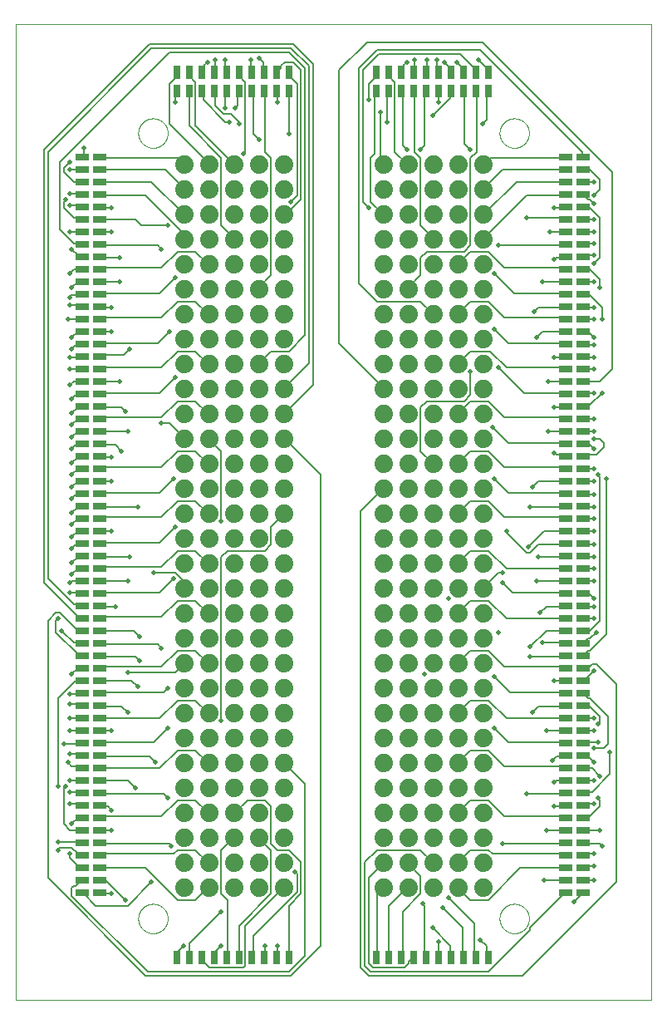
<source format=gbl>
G75*
%MOIN*%
%OFA0B0*%
%FSLAX25Y25*%
%IPPOS*%
%LPD*%
%AMOC8*
5,1,8,0,0,1.08239X$1,22.5*
%
%ADD10C,0.00000*%
%ADD11C,0.07400*%
%ADD12C,0.00225*%
%ADD13C,0.00800*%
%ADD14C,0.02000*%
D10*
X0001000Y0001000D02*
X0001000Y0392201D01*
X0255921Y0392201D01*
X0255921Y0001000D01*
X0001000Y0001000D01*
X0050094Y0033500D02*
X0050096Y0033653D01*
X0050102Y0033807D01*
X0050112Y0033960D01*
X0050126Y0034112D01*
X0050144Y0034265D01*
X0050166Y0034416D01*
X0050191Y0034567D01*
X0050221Y0034718D01*
X0050255Y0034868D01*
X0050292Y0035016D01*
X0050333Y0035164D01*
X0050378Y0035310D01*
X0050427Y0035456D01*
X0050480Y0035600D01*
X0050536Y0035742D01*
X0050596Y0035883D01*
X0050660Y0036023D01*
X0050727Y0036161D01*
X0050798Y0036297D01*
X0050873Y0036431D01*
X0050950Y0036563D01*
X0051032Y0036693D01*
X0051116Y0036821D01*
X0051204Y0036947D01*
X0051295Y0037070D01*
X0051389Y0037191D01*
X0051487Y0037309D01*
X0051587Y0037425D01*
X0051691Y0037538D01*
X0051797Y0037649D01*
X0051906Y0037757D01*
X0052018Y0037862D01*
X0052132Y0037963D01*
X0052250Y0038062D01*
X0052369Y0038158D01*
X0052491Y0038251D01*
X0052616Y0038340D01*
X0052743Y0038427D01*
X0052872Y0038509D01*
X0053003Y0038589D01*
X0053136Y0038665D01*
X0053271Y0038738D01*
X0053408Y0038807D01*
X0053547Y0038872D01*
X0053687Y0038934D01*
X0053829Y0038992D01*
X0053972Y0039047D01*
X0054117Y0039098D01*
X0054263Y0039145D01*
X0054410Y0039188D01*
X0054558Y0039227D01*
X0054707Y0039263D01*
X0054857Y0039294D01*
X0055008Y0039322D01*
X0055159Y0039346D01*
X0055312Y0039366D01*
X0055464Y0039382D01*
X0055617Y0039394D01*
X0055770Y0039402D01*
X0055923Y0039406D01*
X0056077Y0039406D01*
X0056230Y0039402D01*
X0056383Y0039394D01*
X0056536Y0039382D01*
X0056688Y0039366D01*
X0056841Y0039346D01*
X0056992Y0039322D01*
X0057143Y0039294D01*
X0057293Y0039263D01*
X0057442Y0039227D01*
X0057590Y0039188D01*
X0057737Y0039145D01*
X0057883Y0039098D01*
X0058028Y0039047D01*
X0058171Y0038992D01*
X0058313Y0038934D01*
X0058453Y0038872D01*
X0058592Y0038807D01*
X0058729Y0038738D01*
X0058864Y0038665D01*
X0058997Y0038589D01*
X0059128Y0038509D01*
X0059257Y0038427D01*
X0059384Y0038340D01*
X0059509Y0038251D01*
X0059631Y0038158D01*
X0059750Y0038062D01*
X0059868Y0037963D01*
X0059982Y0037862D01*
X0060094Y0037757D01*
X0060203Y0037649D01*
X0060309Y0037538D01*
X0060413Y0037425D01*
X0060513Y0037309D01*
X0060611Y0037191D01*
X0060705Y0037070D01*
X0060796Y0036947D01*
X0060884Y0036821D01*
X0060968Y0036693D01*
X0061050Y0036563D01*
X0061127Y0036431D01*
X0061202Y0036297D01*
X0061273Y0036161D01*
X0061340Y0036023D01*
X0061404Y0035883D01*
X0061464Y0035742D01*
X0061520Y0035600D01*
X0061573Y0035456D01*
X0061622Y0035310D01*
X0061667Y0035164D01*
X0061708Y0035016D01*
X0061745Y0034868D01*
X0061779Y0034718D01*
X0061809Y0034567D01*
X0061834Y0034416D01*
X0061856Y0034265D01*
X0061874Y0034112D01*
X0061888Y0033960D01*
X0061898Y0033807D01*
X0061904Y0033653D01*
X0061906Y0033500D01*
X0061904Y0033347D01*
X0061898Y0033193D01*
X0061888Y0033040D01*
X0061874Y0032888D01*
X0061856Y0032735D01*
X0061834Y0032584D01*
X0061809Y0032433D01*
X0061779Y0032282D01*
X0061745Y0032132D01*
X0061708Y0031984D01*
X0061667Y0031836D01*
X0061622Y0031690D01*
X0061573Y0031544D01*
X0061520Y0031400D01*
X0061464Y0031258D01*
X0061404Y0031117D01*
X0061340Y0030977D01*
X0061273Y0030839D01*
X0061202Y0030703D01*
X0061127Y0030569D01*
X0061050Y0030437D01*
X0060968Y0030307D01*
X0060884Y0030179D01*
X0060796Y0030053D01*
X0060705Y0029930D01*
X0060611Y0029809D01*
X0060513Y0029691D01*
X0060413Y0029575D01*
X0060309Y0029462D01*
X0060203Y0029351D01*
X0060094Y0029243D01*
X0059982Y0029138D01*
X0059868Y0029037D01*
X0059750Y0028938D01*
X0059631Y0028842D01*
X0059509Y0028749D01*
X0059384Y0028660D01*
X0059257Y0028573D01*
X0059128Y0028491D01*
X0058997Y0028411D01*
X0058864Y0028335D01*
X0058729Y0028262D01*
X0058592Y0028193D01*
X0058453Y0028128D01*
X0058313Y0028066D01*
X0058171Y0028008D01*
X0058028Y0027953D01*
X0057883Y0027902D01*
X0057737Y0027855D01*
X0057590Y0027812D01*
X0057442Y0027773D01*
X0057293Y0027737D01*
X0057143Y0027706D01*
X0056992Y0027678D01*
X0056841Y0027654D01*
X0056688Y0027634D01*
X0056536Y0027618D01*
X0056383Y0027606D01*
X0056230Y0027598D01*
X0056077Y0027594D01*
X0055923Y0027594D01*
X0055770Y0027598D01*
X0055617Y0027606D01*
X0055464Y0027618D01*
X0055312Y0027634D01*
X0055159Y0027654D01*
X0055008Y0027678D01*
X0054857Y0027706D01*
X0054707Y0027737D01*
X0054558Y0027773D01*
X0054410Y0027812D01*
X0054263Y0027855D01*
X0054117Y0027902D01*
X0053972Y0027953D01*
X0053829Y0028008D01*
X0053687Y0028066D01*
X0053547Y0028128D01*
X0053408Y0028193D01*
X0053271Y0028262D01*
X0053136Y0028335D01*
X0053003Y0028411D01*
X0052872Y0028491D01*
X0052743Y0028573D01*
X0052616Y0028660D01*
X0052491Y0028749D01*
X0052369Y0028842D01*
X0052250Y0028938D01*
X0052132Y0029037D01*
X0052018Y0029138D01*
X0051906Y0029243D01*
X0051797Y0029351D01*
X0051691Y0029462D01*
X0051587Y0029575D01*
X0051487Y0029691D01*
X0051389Y0029809D01*
X0051295Y0029930D01*
X0051204Y0030053D01*
X0051116Y0030179D01*
X0051032Y0030307D01*
X0050950Y0030437D01*
X0050873Y0030569D01*
X0050798Y0030703D01*
X0050727Y0030839D01*
X0050660Y0030977D01*
X0050596Y0031117D01*
X0050536Y0031258D01*
X0050480Y0031400D01*
X0050427Y0031544D01*
X0050378Y0031690D01*
X0050333Y0031836D01*
X0050292Y0031984D01*
X0050255Y0032132D01*
X0050221Y0032282D01*
X0050191Y0032433D01*
X0050166Y0032584D01*
X0050144Y0032735D01*
X0050126Y0032888D01*
X0050112Y0033040D01*
X0050102Y0033193D01*
X0050096Y0033347D01*
X0050094Y0033500D01*
X0195094Y0033500D02*
X0195096Y0033653D01*
X0195102Y0033807D01*
X0195112Y0033960D01*
X0195126Y0034112D01*
X0195144Y0034265D01*
X0195166Y0034416D01*
X0195191Y0034567D01*
X0195221Y0034718D01*
X0195255Y0034868D01*
X0195292Y0035016D01*
X0195333Y0035164D01*
X0195378Y0035310D01*
X0195427Y0035456D01*
X0195480Y0035600D01*
X0195536Y0035742D01*
X0195596Y0035883D01*
X0195660Y0036023D01*
X0195727Y0036161D01*
X0195798Y0036297D01*
X0195873Y0036431D01*
X0195950Y0036563D01*
X0196032Y0036693D01*
X0196116Y0036821D01*
X0196204Y0036947D01*
X0196295Y0037070D01*
X0196389Y0037191D01*
X0196487Y0037309D01*
X0196587Y0037425D01*
X0196691Y0037538D01*
X0196797Y0037649D01*
X0196906Y0037757D01*
X0197018Y0037862D01*
X0197132Y0037963D01*
X0197250Y0038062D01*
X0197369Y0038158D01*
X0197491Y0038251D01*
X0197616Y0038340D01*
X0197743Y0038427D01*
X0197872Y0038509D01*
X0198003Y0038589D01*
X0198136Y0038665D01*
X0198271Y0038738D01*
X0198408Y0038807D01*
X0198547Y0038872D01*
X0198687Y0038934D01*
X0198829Y0038992D01*
X0198972Y0039047D01*
X0199117Y0039098D01*
X0199263Y0039145D01*
X0199410Y0039188D01*
X0199558Y0039227D01*
X0199707Y0039263D01*
X0199857Y0039294D01*
X0200008Y0039322D01*
X0200159Y0039346D01*
X0200312Y0039366D01*
X0200464Y0039382D01*
X0200617Y0039394D01*
X0200770Y0039402D01*
X0200923Y0039406D01*
X0201077Y0039406D01*
X0201230Y0039402D01*
X0201383Y0039394D01*
X0201536Y0039382D01*
X0201688Y0039366D01*
X0201841Y0039346D01*
X0201992Y0039322D01*
X0202143Y0039294D01*
X0202293Y0039263D01*
X0202442Y0039227D01*
X0202590Y0039188D01*
X0202737Y0039145D01*
X0202883Y0039098D01*
X0203028Y0039047D01*
X0203171Y0038992D01*
X0203313Y0038934D01*
X0203453Y0038872D01*
X0203592Y0038807D01*
X0203729Y0038738D01*
X0203864Y0038665D01*
X0203997Y0038589D01*
X0204128Y0038509D01*
X0204257Y0038427D01*
X0204384Y0038340D01*
X0204509Y0038251D01*
X0204631Y0038158D01*
X0204750Y0038062D01*
X0204868Y0037963D01*
X0204982Y0037862D01*
X0205094Y0037757D01*
X0205203Y0037649D01*
X0205309Y0037538D01*
X0205413Y0037425D01*
X0205513Y0037309D01*
X0205611Y0037191D01*
X0205705Y0037070D01*
X0205796Y0036947D01*
X0205884Y0036821D01*
X0205968Y0036693D01*
X0206050Y0036563D01*
X0206127Y0036431D01*
X0206202Y0036297D01*
X0206273Y0036161D01*
X0206340Y0036023D01*
X0206404Y0035883D01*
X0206464Y0035742D01*
X0206520Y0035600D01*
X0206573Y0035456D01*
X0206622Y0035310D01*
X0206667Y0035164D01*
X0206708Y0035016D01*
X0206745Y0034868D01*
X0206779Y0034718D01*
X0206809Y0034567D01*
X0206834Y0034416D01*
X0206856Y0034265D01*
X0206874Y0034112D01*
X0206888Y0033960D01*
X0206898Y0033807D01*
X0206904Y0033653D01*
X0206906Y0033500D01*
X0206904Y0033347D01*
X0206898Y0033193D01*
X0206888Y0033040D01*
X0206874Y0032888D01*
X0206856Y0032735D01*
X0206834Y0032584D01*
X0206809Y0032433D01*
X0206779Y0032282D01*
X0206745Y0032132D01*
X0206708Y0031984D01*
X0206667Y0031836D01*
X0206622Y0031690D01*
X0206573Y0031544D01*
X0206520Y0031400D01*
X0206464Y0031258D01*
X0206404Y0031117D01*
X0206340Y0030977D01*
X0206273Y0030839D01*
X0206202Y0030703D01*
X0206127Y0030569D01*
X0206050Y0030437D01*
X0205968Y0030307D01*
X0205884Y0030179D01*
X0205796Y0030053D01*
X0205705Y0029930D01*
X0205611Y0029809D01*
X0205513Y0029691D01*
X0205413Y0029575D01*
X0205309Y0029462D01*
X0205203Y0029351D01*
X0205094Y0029243D01*
X0204982Y0029138D01*
X0204868Y0029037D01*
X0204750Y0028938D01*
X0204631Y0028842D01*
X0204509Y0028749D01*
X0204384Y0028660D01*
X0204257Y0028573D01*
X0204128Y0028491D01*
X0203997Y0028411D01*
X0203864Y0028335D01*
X0203729Y0028262D01*
X0203592Y0028193D01*
X0203453Y0028128D01*
X0203313Y0028066D01*
X0203171Y0028008D01*
X0203028Y0027953D01*
X0202883Y0027902D01*
X0202737Y0027855D01*
X0202590Y0027812D01*
X0202442Y0027773D01*
X0202293Y0027737D01*
X0202143Y0027706D01*
X0201992Y0027678D01*
X0201841Y0027654D01*
X0201688Y0027634D01*
X0201536Y0027618D01*
X0201383Y0027606D01*
X0201230Y0027598D01*
X0201077Y0027594D01*
X0200923Y0027594D01*
X0200770Y0027598D01*
X0200617Y0027606D01*
X0200464Y0027618D01*
X0200312Y0027634D01*
X0200159Y0027654D01*
X0200008Y0027678D01*
X0199857Y0027706D01*
X0199707Y0027737D01*
X0199558Y0027773D01*
X0199410Y0027812D01*
X0199263Y0027855D01*
X0199117Y0027902D01*
X0198972Y0027953D01*
X0198829Y0028008D01*
X0198687Y0028066D01*
X0198547Y0028128D01*
X0198408Y0028193D01*
X0198271Y0028262D01*
X0198136Y0028335D01*
X0198003Y0028411D01*
X0197872Y0028491D01*
X0197743Y0028573D01*
X0197616Y0028660D01*
X0197491Y0028749D01*
X0197369Y0028842D01*
X0197250Y0028938D01*
X0197132Y0029037D01*
X0197018Y0029138D01*
X0196906Y0029243D01*
X0196797Y0029351D01*
X0196691Y0029462D01*
X0196587Y0029575D01*
X0196487Y0029691D01*
X0196389Y0029809D01*
X0196295Y0029930D01*
X0196204Y0030053D01*
X0196116Y0030179D01*
X0196032Y0030307D01*
X0195950Y0030437D01*
X0195873Y0030569D01*
X0195798Y0030703D01*
X0195727Y0030839D01*
X0195660Y0030977D01*
X0195596Y0031117D01*
X0195536Y0031258D01*
X0195480Y0031400D01*
X0195427Y0031544D01*
X0195378Y0031690D01*
X0195333Y0031836D01*
X0195292Y0031984D01*
X0195255Y0032132D01*
X0195221Y0032282D01*
X0195191Y0032433D01*
X0195166Y0032584D01*
X0195144Y0032735D01*
X0195126Y0032888D01*
X0195112Y0033040D01*
X0195102Y0033193D01*
X0195096Y0033347D01*
X0195094Y0033500D01*
X0195094Y0348500D02*
X0195096Y0348653D01*
X0195102Y0348807D01*
X0195112Y0348960D01*
X0195126Y0349112D01*
X0195144Y0349265D01*
X0195166Y0349416D01*
X0195191Y0349567D01*
X0195221Y0349718D01*
X0195255Y0349868D01*
X0195292Y0350016D01*
X0195333Y0350164D01*
X0195378Y0350310D01*
X0195427Y0350456D01*
X0195480Y0350600D01*
X0195536Y0350742D01*
X0195596Y0350883D01*
X0195660Y0351023D01*
X0195727Y0351161D01*
X0195798Y0351297D01*
X0195873Y0351431D01*
X0195950Y0351563D01*
X0196032Y0351693D01*
X0196116Y0351821D01*
X0196204Y0351947D01*
X0196295Y0352070D01*
X0196389Y0352191D01*
X0196487Y0352309D01*
X0196587Y0352425D01*
X0196691Y0352538D01*
X0196797Y0352649D01*
X0196906Y0352757D01*
X0197018Y0352862D01*
X0197132Y0352963D01*
X0197250Y0353062D01*
X0197369Y0353158D01*
X0197491Y0353251D01*
X0197616Y0353340D01*
X0197743Y0353427D01*
X0197872Y0353509D01*
X0198003Y0353589D01*
X0198136Y0353665D01*
X0198271Y0353738D01*
X0198408Y0353807D01*
X0198547Y0353872D01*
X0198687Y0353934D01*
X0198829Y0353992D01*
X0198972Y0354047D01*
X0199117Y0354098D01*
X0199263Y0354145D01*
X0199410Y0354188D01*
X0199558Y0354227D01*
X0199707Y0354263D01*
X0199857Y0354294D01*
X0200008Y0354322D01*
X0200159Y0354346D01*
X0200312Y0354366D01*
X0200464Y0354382D01*
X0200617Y0354394D01*
X0200770Y0354402D01*
X0200923Y0354406D01*
X0201077Y0354406D01*
X0201230Y0354402D01*
X0201383Y0354394D01*
X0201536Y0354382D01*
X0201688Y0354366D01*
X0201841Y0354346D01*
X0201992Y0354322D01*
X0202143Y0354294D01*
X0202293Y0354263D01*
X0202442Y0354227D01*
X0202590Y0354188D01*
X0202737Y0354145D01*
X0202883Y0354098D01*
X0203028Y0354047D01*
X0203171Y0353992D01*
X0203313Y0353934D01*
X0203453Y0353872D01*
X0203592Y0353807D01*
X0203729Y0353738D01*
X0203864Y0353665D01*
X0203997Y0353589D01*
X0204128Y0353509D01*
X0204257Y0353427D01*
X0204384Y0353340D01*
X0204509Y0353251D01*
X0204631Y0353158D01*
X0204750Y0353062D01*
X0204868Y0352963D01*
X0204982Y0352862D01*
X0205094Y0352757D01*
X0205203Y0352649D01*
X0205309Y0352538D01*
X0205413Y0352425D01*
X0205513Y0352309D01*
X0205611Y0352191D01*
X0205705Y0352070D01*
X0205796Y0351947D01*
X0205884Y0351821D01*
X0205968Y0351693D01*
X0206050Y0351563D01*
X0206127Y0351431D01*
X0206202Y0351297D01*
X0206273Y0351161D01*
X0206340Y0351023D01*
X0206404Y0350883D01*
X0206464Y0350742D01*
X0206520Y0350600D01*
X0206573Y0350456D01*
X0206622Y0350310D01*
X0206667Y0350164D01*
X0206708Y0350016D01*
X0206745Y0349868D01*
X0206779Y0349718D01*
X0206809Y0349567D01*
X0206834Y0349416D01*
X0206856Y0349265D01*
X0206874Y0349112D01*
X0206888Y0348960D01*
X0206898Y0348807D01*
X0206904Y0348653D01*
X0206906Y0348500D01*
X0206904Y0348347D01*
X0206898Y0348193D01*
X0206888Y0348040D01*
X0206874Y0347888D01*
X0206856Y0347735D01*
X0206834Y0347584D01*
X0206809Y0347433D01*
X0206779Y0347282D01*
X0206745Y0347132D01*
X0206708Y0346984D01*
X0206667Y0346836D01*
X0206622Y0346690D01*
X0206573Y0346544D01*
X0206520Y0346400D01*
X0206464Y0346258D01*
X0206404Y0346117D01*
X0206340Y0345977D01*
X0206273Y0345839D01*
X0206202Y0345703D01*
X0206127Y0345569D01*
X0206050Y0345437D01*
X0205968Y0345307D01*
X0205884Y0345179D01*
X0205796Y0345053D01*
X0205705Y0344930D01*
X0205611Y0344809D01*
X0205513Y0344691D01*
X0205413Y0344575D01*
X0205309Y0344462D01*
X0205203Y0344351D01*
X0205094Y0344243D01*
X0204982Y0344138D01*
X0204868Y0344037D01*
X0204750Y0343938D01*
X0204631Y0343842D01*
X0204509Y0343749D01*
X0204384Y0343660D01*
X0204257Y0343573D01*
X0204128Y0343491D01*
X0203997Y0343411D01*
X0203864Y0343335D01*
X0203729Y0343262D01*
X0203592Y0343193D01*
X0203453Y0343128D01*
X0203313Y0343066D01*
X0203171Y0343008D01*
X0203028Y0342953D01*
X0202883Y0342902D01*
X0202737Y0342855D01*
X0202590Y0342812D01*
X0202442Y0342773D01*
X0202293Y0342737D01*
X0202143Y0342706D01*
X0201992Y0342678D01*
X0201841Y0342654D01*
X0201688Y0342634D01*
X0201536Y0342618D01*
X0201383Y0342606D01*
X0201230Y0342598D01*
X0201077Y0342594D01*
X0200923Y0342594D01*
X0200770Y0342598D01*
X0200617Y0342606D01*
X0200464Y0342618D01*
X0200312Y0342634D01*
X0200159Y0342654D01*
X0200008Y0342678D01*
X0199857Y0342706D01*
X0199707Y0342737D01*
X0199558Y0342773D01*
X0199410Y0342812D01*
X0199263Y0342855D01*
X0199117Y0342902D01*
X0198972Y0342953D01*
X0198829Y0343008D01*
X0198687Y0343066D01*
X0198547Y0343128D01*
X0198408Y0343193D01*
X0198271Y0343262D01*
X0198136Y0343335D01*
X0198003Y0343411D01*
X0197872Y0343491D01*
X0197743Y0343573D01*
X0197616Y0343660D01*
X0197491Y0343749D01*
X0197369Y0343842D01*
X0197250Y0343938D01*
X0197132Y0344037D01*
X0197018Y0344138D01*
X0196906Y0344243D01*
X0196797Y0344351D01*
X0196691Y0344462D01*
X0196587Y0344575D01*
X0196487Y0344691D01*
X0196389Y0344809D01*
X0196295Y0344930D01*
X0196204Y0345053D01*
X0196116Y0345179D01*
X0196032Y0345307D01*
X0195950Y0345437D01*
X0195873Y0345569D01*
X0195798Y0345703D01*
X0195727Y0345839D01*
X0195660Y0345977D01*
X0195596Y0346117D01*
X0195536Y0346258D01*
X0195480Y0346400D01*
X0195427Y0346544D01*
X0195378Y0346690D01*
X0195333Y0346836D01*
X0195292Y0346984D01*
X0195255Y0347132D01*
X0195221Y0347282D01*
X0195191Y0347433D01*
X0195166Y0347584D01*
X0195144Y0347735D01*
X0195126Y0347888D01*
X0195112Y0348040D01*
X0195102Y0348193D01*
X0195096Y0348347D01*
X0195094Y0348500D01*
X0050094Y0348500D02*
X0050096Y0348653D01*
X0050102Y0348807D01*
X0050112Y0348960D01*
X0050126Y0349112D01*
X0050144Y0349265D01*
X0050166Y0349416D01*
X0050191Y0349567D01*
X0050221Y0349718D01*
X0050255Y0349868D01*
X0050292Y0350016D01*
X0050333Y0350164D01*
X0050378Y0350310D01*
X0050427Y0350456D01*
X0050480Y0350600D01*
X0050536Y0350742D01*
X0050596Y0350883D01*
X0050660Y0351023D01*
X0050727Y0351161D01*
X0050798Y0351297D01*
X0050873Y0351431D01*
X0050950Y0351563D01*
X0051032Y0351693D01*
X0051116Y0351821D01*
X0051204Y0351947D01*
X0051295Y0352070D01*
X0051389Y0352191D01*
X0051487Y0352309D01*
X0051587Y0352425D01*
X0051691Y0352538D01*
X0051797Y0352649D01*
X0051906Y0352757D01*
X0052018Y0352862D01*
X0052132Y0352963D01*
X0052250Y0353062D01*
X0052369Y0353158D01*
X0052491Y0353251D01*
X0052616Y0353340D01*
X0052743Y0353427D01*
X0052872Y0353509D01*
X0053003Y0353589D01*
X0053136Y0353665D01*
X0053271Y0353738D01*
X0053408Y0353807D01*
X0053547Y0353872D01*
X0053687Y0353934D01*
X0053829Y0353992D01*
X0053972Y0354047D01*
X0054117Y0354098D01*
X0054263Y0354145D01*
X0054410Y0354188D01*
X0054558Y0354227D01*
X0054707Y0354263D01*
X0054857Y0354294D01*
X0055008Y0354322D01*
X0055159Y0354346D01*
X0055312Y0354366D01*
X0055464Y0354382D01*
X0055617Y0354394D01*
X0055770Y0354402D01*
X0055923Y0354406D01*
X0056077Y0354406D01*
X0056230Y0354402D01*
X0056383Y0354394D01*
X0056536Y0354382D01*
X0056688Y0354366D01*
X0056841Y0354346D01*
X0056992Y0354322D01*
X0057143Y0354294D01*
X0057293Y0354263D01*
X0057442Y0354227D01*
X0057590Y0354188D01*
X0057737Y0354145D01*
X0057883Y0354098D01*
X0058028Y0354047D01*
X0058171Y0353992D01*
X0058313Y0353934D01*
X0058453Y0353872D01*
X0058592Y0353807D01*
X0058729Y0353738D01*
X0058864Y0353665D01*
X0058997Y0353589D01*
X0059128Y0353509D01*
X0059257Y0353427D01*
X0059384Y0353340D01*
X0059509Y0353251D01*
X0059631Y0353158D01*
X0059750Y0353062D01*
X0059868Y0352963D01*
X0059982Y0352862D01*
X0060094Y0352757D01*
X0060203Y0352649D01*
X0060309Y0352538D01*
X0060413Y0352425D01*
X0060513Y0352309D01*
X0060611Y0352191D01*
X0060705Y0352070D01*
X0060796Y0351947D01*
X0060884Y0351821D01*
X0060968Y0351693D01*
X0061050Y0351563D01*
X0061127Y0351431D01*
X0061202Y0351297D01*
X0061273Y0351161D01*
X0061340Y0351023D01*
X0061404Y0350883D01*
X0061464Y0350742D01*
X0061520Y0350600D01*
X0061573Y0350456D01*
X0061622Y0350310D01*
X0061667Y0350164D01*
X0061708Y0350016D01*
X0061745Y0349868D01*
X0061779Y0349718D01*
X0061809Y0349567D01*
X0061834Y0349416D01*
X0061856Y0349265D01*
X0061874Y0349112D01*
X0061888Y0348960D01*
X0061898Y0348807D01*
X0061904Y0348653D01*
X0061906Y0348500D01*
X0061904Y0348347D01*
X0061898Y0348193D01*
X0061888Y0348040D01*
X0061874Y0347888D01*
X0061856Y0347735D01*
X0061834Y0347584D01*
X0061809Y0347433D01*
X0061779Y0347282D01*
X0061745Y0347132D01*
X0061708Y0346984D01*
X0061667Y0346836D01*
X0061622Y0346690D01*
X0061573Y0346544D01*
X0061520Y0346400D01*
X0061464Y0346258D01*
X0061404Y0346117D01*
X0061340Y0345977D01*
X0061273Y0345839D01*
X0061202Y0345703D01*
X0061127Y0345569D01*
X0061050Y0345437D01*
X0060968Y0345307D01*
X0060884Y0345179D01*
X0060796Y0345053D01*
X0060705Y0344930D01*
X0060611Y0344809D01*
X0060513Y0344691D01*
X0060413Y0344575D01*
X0060309Y0344462D01*
X0060203Y0344351D01*
X0060094Y0344243D01*
X0059982Y0344138D01*
X0059868Y0344037D01*
X0059750Y0343938D01*
X0059631Y0343842D01*
X0059509Y0343749D01*
X0059384Y0343660D01*
X0059257Y0343573D01*
X0059128Y0343491D01*
X0058997Y0343411D01*
X0058864Y0343335D01*
X0058729Y0343262D01*
X0058592Y0343193D01*
X0058453Y0343128D01*
X0058313Y0343066D01*
X0058171Y0343008D01*
X0058028Y0342953D01*
X0057883Y0342902D01*
X0057737Y0342855D01*
X0057590Y0342812D01*
X0057442Y0342773D01*
X0057293Y0342737D01*
X0057143Y0342706D01*
X0056992Y0342678D01*
X0056841Y0342654D01*
X0056688Y0342634D01*
X0056536Y0342618D01*
X0056383Y0342606D01*
X0056230Y0342598D01*
X0056077Y0342594D01*
X0055923Y0342594D01*
X0055770Y0342598D01*
X0055617Y0342606D01*
X0055464Y0342618D01*
X0055312Y0342634D01*
X0055159Y0342654D01*
X0055008Y0342678D01*
X0054857Y0342706D01*
X0054707Y0342737D01*
X0054558Y0342773D01*
X0054410Y0342812D01*
X0054263Y0342855D01*
X0054117Y0342902D01*
X0053972Y0342953D01*
X0053829Y0343008D01*
X0053687Y0343066D01*
X0053547Y0343128D01*
X0053408Y0343193D01*
X0053271Y0343262D01*
X0053136Y0343335D01*
X0053003Y0343411D01*
X0052872Y0343491D01*
X0052743Y0343573D01*
X0052616Y0343660D01*
X0052491Y0343749D01*
X0052369Y0343842D01*
X0052250Y0343938D01*
X0052132Y0344037D01*
X0052018Y0344138D01*
X0051906Y0344243D01*
X0051797Y0344351D01*
X0051691Y0344462D01*
X0051587Y0344575D01*
X0051487Y0344691D01*
X0051389Y0344809D01*
X0051295Y0344930D01*
X0051204Y0345053D01*
X0051116Y0345179D01*
X0051032Y0345307D01*
X0050950Y0345437D01*
X0050873Y0345569D01*
X0050798Y0345703D01*
X0050727Y0345839D01*
X0050660Y0345977D01*
X0050596Y0346117D01*
X0050536Y0346258D01*
X0050480Y0346400D01*
X0050427Y0346544D01*
X0050378Y0346690D01*
X0050333Y0346836D01*
X0050292Y0346984D01*
X0050255Y0347132D01*
X0050221Y0347282D01*
X0050191Y0347433D01*
X0050166Y0347584D01*
X0050144Y0347735D01*
X0050126Y0347888D01*
X0050112Y0348040D01*
X0050102Y0348193D01*
X0050096Y0348347D01*
X0050094Y0348500D01*
D11*
X0068500Y0336000D03*
X0068500Y0326000D03*
X0068500Y0316000D03*
X0068500Y0306000D03*
X0068500Y0296000D03*
X0068500Y0286000D03*
X0068500Y0276000D03*
X0068500Y0266000D03*
X0068500Y0256000D03*
X0068500Y0246000D03*
X0068500Y0236000D03*
X0068500Y0226000D03*
X0068500Y0216000D03*
X0068500Y0206000D03*
X0068500Y0196000D03*
X0068500Y0186000D03*
X0068500Y0176000D03*
X0068500Y0166000D03*
X0068500Y0156000D03*
X0068500Y0146000D03*
X0068500Y0136000D03*
X0068500Y0126000D03*
X0068500Y0116000D03*
X0068500Y0106000D03*
X0068500Y0096000D03*
X0068500Y0086000D03*
X0068500Y0076000D03*
X0068500Y0066000D03*
X0068500Y0056000D03*
X0068500Y0046000D03*
X0078500Y0046000D03*
X0078500Y0056000D03*
X0078500Y0066000D03*
X0078500Y0076000D03*
X0078500Y0086000D03*
X0078500Y0096000D03*
X0078500Y0106000D03*
X0078500Y0116000D03*
X0078500Y0126000D03*
X0078500Y0136000D03*
X0078500Y0146000D03*
X0078500Y0156000D03*
X0078500Y0166000D03*
X0078500Y0176000D03*
X0078500Y0186000D03*
X0078500Y0196000D03*
X0078500Y0206000D03*
X0078500Y0216000D03*
X0078500Y0226000D03*
X0078500Y0236000D03*
X0078500Y0246000D03*
X0078500Y0256000D03*
X0078500Y0266000D03*
X0078500Y0276000D03*
X0078500Y0286000D03*
X0078500Y0296000D03*
X0078500Y0306000D03*
X0078500Y0316000D03*
X0078500Y0326000D03*
X0078500Y0336000D03*
X0088500Y0336000D03*
X0088500Y0326000D03*
X0088500Y0316000D03*
X0088500Y0306000D03*
X0088500Y0296000D03*
X0088500Y0286000D03*
X0088500Y0276000D03*
X0088500Y0266000D03*
X0088500Y0256000D03*
X0088500Y0246000D03*
X0088500Y0236000D03*
X0088500Y0226000D03*
X0088500Y0216000D03*
X0088500Y0206000D03*
X0088500Y0196000D03*
X0088500Y0186000D03*
X0088500Y0176000D03*
X0088500Y0166000D03*
X0088500Y0156000D03*
X0088500Y0146000D03*
X0088500Y0136000D03*
X0088500Y0126000D03*
X0088500Y0116000D03*
X0088500Y0106000D03*
X0088500Y0096000D03*
X0088500Y0086000D03*
X0088500Y0076000D03*
X0088500Y0066000D03*
X0088500Y0056000D03*
X0088500Y0046000D03*
X0098500Y0046000D03*
X0098500Y0056000D03*
X0098500Y0066000D03*
X0098500Y0076000D03*
X0098500Y0086000D03*
X0098500Y0096000D03*
X0098500Y0106000D03*
X0098500Y0116000D03*
X0098500Y0126000D03*
X0098500Y0136000D03*
X0098500Y0146000D03*
X0098500Y0156000D03*
X0098500Y0166000D03*
X0098500Y0176000D03*
X0098500Y0186000D03*
X0098500Y0196000D03*
X0098500Y0206000D03*
X0098500Y0216000D03*
X0098500Y0226000D03*
X0098500Y0236000D03*
X0098500Y0246000D03*
X0098500Y0256000D03*
X0098500Y0266000D03*
X0098500Y0276000D03*
X0098500Y0286000D03*
X0098500Y0296000D03*
X0098500Y0306000D03*
X0098500Y0316000D03*
X0098500Y0326000D03*
X0098500Y0336000D03*
X0108500Y0336000D03*
X0108500Y0326000D03*
X0108500Y0316000D03*
X0108500Y0306000D03*
X0108500Y0296000D03*
X0108500Y0286000D03*
X0108500Y0276000D03*
X0108500Y0266000D03*
X0108500Y0256000D03*
X0108500Y0246000D03*
X0108500Y0236000D03*
X0108500Y0226000D03*
X0108500Y0216000D03*
X0108500Y0206000D03*
X0108500Y0196000D03*
X0108500Y0186000D03*
X0108500Y0176000D03*
X0108500Y0166000D03*
X0108500Y0156000D03*
X0108500Y0146000D03*
X0108500Y0136000D03*
X0108500Y0126000D03*
X0108500Y0116000D03*
X0108500Y0106000D03*
X0108500Y0096000D03*
X0108500Y0086000D03*
X0108500Y0076000D03*
X0108500Y0066000D03*
X0108500Y0056000D03*
X0108500Y0046000D03*
X0148500Y0046000D03*
X0148500Y0056000D03*
X0148500Y0066000D03*
X0148500Y0076000D03*
X0148500Y0086000D03*
X0148500Y0096000D03*
X0148500Y0106000D03*
X0148500Y0116000D03*
X0148500Y0126000D03*
X0148500Y0136000D03*
X0148500Y0146000D03*
X0148500Y0156000D03*
X0148500Y0166000D03*
X0148500Y0176000D03*
X0148500Y0186000D03*
X0148500Y0196000D03*
X0148500Y0206000D03*
X0148500Y0216000D03*
X0148500Y0226000D03*
X0148500Y0236000D03*
X0148500Y0246000D03*
X0148500Y0256000D03*
X0148500Y0266000D03*
X0148500Y0276000D03*
X0148500Y0286000D03*
X0148500Y0296000D03*
X0148500Y0306000D03*
X0148500Y0316000D03*
X0148500Y0326000D03*
X0148500Y0336000D03*
X0158500Y0336000D03*
X0158500Y0326000D03*
X0158500Y0316000D03*
X0158500Y0306000D03*
X0158500Y0296000D03*
X0158500Y0286000D03*
X0158500Y0276000D03*
X0158500Y0266000D03*
X0158500Y0256000D03*
X0158500Y0246000D03*
X0158500Y0236000D03*
X0158500Y0226000D03*
X0158500Y0216000D03*
X0158500Y0206000D03*
X0158500Y0196000D03*
X0158500Y0186000D03*
X0158500Y0176000D03*
X0158500Y0166000D03*
X0158500Y0156000D03*
X0158500Y0146000D03*
X0158500Y0136000D03*
X0158500Y0126000D03*
X0158500Y0116000D03*
X0158500Y0106000D03*
X0158500Y0096000D03*
X0158500Y0086000D03*
X0158500Y0076000D03*
X0158500Y0066000D03*
X0158500Y0056000D03*
X0158500Y0046000D03*
X0168500Y0046000D03*
X0168500Y0056000D03*
X0168500Y0066000D03*
X0168500Y0076000D03*
X0168500Y0086000D03*
X0168500Y0096000D03*
X0168500Y0106000D03*
X0168500Y0116000D03*
X0168500Y0126000D03*
X0168500Y0136000D03*
X0168500Y0146000D03*
X0168500Y0156000D03*
X0168500Y0166000D03*
X0168500Y0176000D03*
X0168500Y0186000D03*
X0168500Y0196000D03*
X0168500Y0206000D03*
X0168500Y0216000D03*
X0168500Y0226000D03*
X0168500Y0236000D03*
X0168500Y0246000D03*
X0168500Y0256000D03*
X0168500Y0266000D03*
X0168500Y0276000D03*
X0168500Y0286000D03*
X0168500Y0296000D03*
X0168500Y0306000D03*
X0168500Y0316000D03*
X0168500Y0326000D03*
X0168500Y0336000D03*
X0178500Y0336000D03*
X0178500Y0326000D03*
X0178500Y0316000D03*
X0178500Y0306000D03*
X0178500Y0296000D03*
X0178500Y0286000D03*
X0178500Y0276000D03*
X0178500Y0266000D03*
X0178500Y0256000D03*
X0178500Y0246000D03*
X0178500Y0236000D03*
X0178500Y0226000D03*
X0178500Y0216000D03*
X0178500Y0206000D03*
X0178500Y0196000D03*
X0178500Y0186000D03*
X0178500Y0176000D03*
X0178500Y0166000D03*
X0178500Y0156000D03*
X0178500Y0146000D03*
X0178500Y0136000D03*
X0178500Y0126000D03*
X0178500Y0116000D03*
X0178500Y0106000D03*
X0178500Y0096000D03*
X0178500Y0086000D03*
X0178500Y0076000D03*
X0178500Y0066000D03*
X0178500Y0056000D03*
X0178500Y0046000D03*
X0188500Y0046000D03*
X0188500Y0056000D03*
X0188500Y0066000D03*
X0188500Y0076000D03*
X0188500Y0086000D03*
X0188500Y0096000D03*
X0188500Y0106000D03*
X0188500Y0116000D03*
X0188500Y0126000D03*
X0188500Y0136000D03*
X0188500Y0146000D03*
X0188500Y0156000D03*
X0188500Y0166000D03*
X0188500Y0176000D03*
X0188500Y0186000D03*
X0188500Y0196000D03*
X0188500Y0206000D03*
X0188500Y0216000D03*
X0188500Y0226000D03*
X0188500Y0236000D03*
X0188500Y0246000D03*
X0188500Y0256000D03*
X0188500Y0266000D03*
X0188500Y0276000D03*
X0188500Y0286000D03*
X0188500Y0296000D03*
X0188500Y0306000D03*
X0188500Y0316000D03*
X0188500Y0326000D03*
X0188500Y0336000D03*
D12*
X0189362Y0363112D02*
X0189362Y0367888D01*
X0191638Y0367888D01*
X0191638Y0363112D01*
X0189362Y0363112D01*
X0189362Y0363336D02*
X0191638Y0363336D01*
X0191638Y0363560D02*
X0189362Y0363560D01*
X0189362Y0363784D02*
X0191638Y0363784D01*
X0191638Y0364008D02*
X0189362Y0364008D01*
X0189362Y0364232D02*
X0191638Y0364232D01*
X0191638Y0364456D02*
X0189362Y0364456D01*
X0189362Y0364680D02*
X0191638Y0364680D01*
X0191638Y0364904D02*
X0189362Y0364904D01*
X0189362Y0365128D02*
X0191638Y0365128D01*
X0191638Y0365352D02*
X0189362Y0365352D01*
X0189362Y0365576D02*
X0191638Y0365576D01*
X0191638Y0365800D02*
X0189362Y0365800D01*
X0189362Y0366024D02*
X0191638Y0366024D01*
X0191638Y0366248D02*
X0189362Y0366248D01*
X0189362Y0366472D02*
X0191638Y0366472D01*
X0191638Y0366696D02*
X0189362Y0366696D01*
X0189362Y0366920D02*
X0191638Y0366920D01*
X0191638Y0367144D02*
X0189362Y0367144D01*
X0189362Y0367368D02*
X0191638Y0367368D01*
X0191638Y0367592D02*
X0189362Y0367592D01*
X0189362Y0367816D02*
X0191638Y0367816D01*
X0189362Y0370612D02*
X0189362Y0375388D01*
X0191638Y0375388D01*
X0191638Y0370612D01*
X0189362Y0370612D01*
X0189362Y0370836D02*
X0191638Y0370836D01*
X0191638Y0371060D02*
X0189362Y0371060D01*
X0189362Y0371284D02*
X0191638Y0371284D01*
X0191638Y0371508D02*
X0189362Y0371508D01*
X0189362Y0371732D02*
X0191638Y0371732D01*
X0191638Y0371956D02*
X0189362Y0371956D01*
X0189362Y0372180D02*
X0191638Y0372180D01*
X0191638Y0372404D02*
X0189362Y0372404D01*
X0189362Y0372628D02*
X0191638Y0372628D01*
X0191638Y0372852D02*
X0189362Y0372852D01*
X0189362Y0373076D02*
X0191638Y0373076D01*
X0191638Y0373300D02*
X0189362Y0373300D01*
X0189362Y0373524D02*
X0191638Y0373524D01*
X0191638Y0373748D02*
X0189362Y0373748D01*
X0189362Y0373972D02*
X0191638Y0373972D01*
X0191638Y0374196D02*
X0189362Y0374196D01*
X0189362Y0374420D02*
X0191638Y0374420D01*
X0191638Y0374644D02*
X0189362Y0374644D01*
X0189362Y0374868D02*
X0191638Y0374868D01*
X0191638Y0375092D02*
X0189362Y0375092D01*
X0189362Y0375316D02*
X0191638Y0375316D01*
X0184362Y0375388D02*
X0184362Y0370612D01*
X0184362Y0375388D02*
X0186638Y0375388D01*
X0186638Y0370612D01*
X0184362Y0370612D01*
X0184362Y0370836D02*
X0186638Y0370836D01*
X0186638Y0371060D02*
X0184362Y0371060D01*
X0184362Y0371284D02*
X0186638Y0371284D01*
X0186638Y0371508D02*
X0184362Y0371508D01*
X0184362Y0371732D02*
X0186638Y0371732D01*
X0186638Y0371956D02*
X0184362Y0371956D01*
X0184362Y0372180D02*
X0186638Y0372180D01*
X0186638Y0372404D02*
X0184362Y0372404D01*
X0184362Y0372628D02*
X0186638Y0372628D01*
X0186638Y0372852D02*
X0184362Y0372852D01*
X0184362Y0373076D02*
X0186638Y0373076D01*
X0186638Y0373300D02*
X0184362Y0373300D01*
X0184362Y0373524D02*
X0186638Y0373524D01*
X0186638Y0373748D02*
X0184362Y0373748D01*
X0184362Y0373972D02*
X0186638Y0373972D01*
X0186638Y0374196D02*
X0184362Y0374196D01*
X0184362Y0374420D02*
X0186638Y0374420D01*
X0186638Y0374644D02*
X0184362Y0374644D01*
X0184362Y0374868D02*
X0186638Y0374868D01*
X0186638Y0375092D02*
X0184362Y0375092D01*
X0184362Y0375316D02*
X0186638Y0375316D01*
X0179362Y0375388D02*
X0179362Y0370612D01*
X0179362Y0375388D02*
X0181638Y0375388D01*
X0181638Y0370612D01*
X0179362Y0370612D01*
X0179362Y0370836D02*
X0181638Y0370836D01*
X0181638Y0371060D02*
X0179362Y0371060D01*
X0179362Y0371284D02*
X0181638Y0371284D01*
X0181638Y0371508D02*
X0179362Y0371508D01*
X0179362Y0371732D02*
X0181638Y0371732D01*
X0181638Y0371956D02*
X0179362Y0371956D01*
X0179362Y0372180D02*
X0181638Y0372180D01*
X0181638Y0372404D02*
X0179362Y0372404D01*
X0179362Y0372628D02*
X0181638Y0372628D01*
X0181638Y0372852D02*
X0179362Y0372852D01*
X0179362Y0373076D02*
X0181638Y0373076D01*
X0181638Y0373300D02*
X0179362Y0373300D01*
X0179362Y0373524D02*
X0181638Y0373524D01*
X0181638Y0373748D02*
X0179362Y0373748D01*
X0179362Y0373972D02*
X0181638Y0373972D01*
X0181638Y0374196D02*
X0179362Y0374196D01*
X0179362Y0374420D02*
X0181638Y0374420D01*
X0181638Y0374644D02*
X0179362Y0374644D01*
X0179362Y0374868D02*
X0181638Y0374868D01*
X0181638Y0375092D02*
X0179362Y0375092D01*
X0179362Y0375316D02*
X0181638Y0375316D01*
X0174362Y0375388D02*
X0174362Y0370612D01*
X0174362Y0375388D02*
X0176638Y0375388D01*
X0176638Y0370612D01*
X0174362Y0370612D01*
X0174362Y0370836D02*
X0176638Y0370836D01*
X0176638Y0371060D02*
X0174362Y0371060D01*
X0174362Y0371284D02*
X0176638Y0371284D01*
X0176638Y0371508D02*
X0174362Y0371508D01*
X0174362Y0371732D02*
X0176638Y0371732D01*
X0176638Y0371956D02*
X0174362Y0371956D01*
X0174362Y0372180D02*
X0176638Y0372180D01*
X0176638Y0372404D02*
X0174362Y0372404D01*
X0174362Y0372628D02*
X0176638Y0372628D01*
X0176638Y0372852D02*
X0174362Y0372852D01*
X0174362Y0373076D02*
X0176638Y0373076D01*
X0176638Y0373300D02*
X0174362Y0373300D01*
X0174362Y0373524D02*
X0176638Y0373524D01*
X0176638Y0373748D02*
X0174362Y0373748D01*
X0174362Y0373972D02*
X0176638Y0373972D01*
X0176638Y0374196D02*
X0174362Y0374196D01*
X0174362Y0374420D02*
X0176638Y0374420D01*
X0176638Y0374644D02*
X0174362Y0374644D01*
X0174362Y0374868D02*
X0176638Y0374868D01*
X0176638Y0375092D02*
X0174362Y0375092D01*
X0174362Y0375316D02*
X0176638Y0375316D01*
X0169362Y0375388D02*
X0169362Y0370612D01*
X0169362Y0375388D02*
X0171638Y0375388D01*
X0171638Y0370612D01*
X0169362Y0370612D01*
X0169362Y0370836D02*
X0171638Y0370836D01*
X0171638Y0371060D02*
X0169362Y0371060D01*
X0169362Y0371284D02*
X0171638Y0371284D01*
X0171638Y0371508D02*
X0169362Y0371508D01*
X0169362Y0371732D02*
X0171638Y0371732D01*
X0171638Y0371956D02*
X0169362Y0371956D01*
X0169362Y0372180D02*
X0171638Y0372180D01*
X0171638Y0372404D02*
X0169362Y0372404D01*
X0169362Y0372628D02*
X0171638Y0372628D01*
X0171638Y0372852D02*
X0169362Y0372852D01*
X0169362Y0373076D02*
X0171638Y0373076D01*
X0171638Y0373300D02*
X0169362Y0373300D01*
X0169362Y0373524D02*
X0171638Y0373524D01*
X0171638Y0373748D02*
X0169362Y0373748D01*
X0169362Y0373972D02*
X0171638Y0373972D01*
X0171638Y0374196D02*
X0169362Y0374196D01*
X0169362Y0374420D02*
X0171638Y0374420D01*
X0171638Y0374644D02*
X0169362Y0374644D01*
X0169362Y0374868D02*
X0171638Y0374868D01*
X0171638Y0375092D02*
X0169362Y0375092D01*
X0169362Y0375316D02*
X0171638Y0375316D01*
X0164362Y0375388D02*
X0164362Y0370612D01*
X0164362Y0375388D02*
X0166638Y0375388D01*
X0166638Y0370612D01*
X0164362Y0370612D01*
X0164362Y0370836D02*
X0166638Y0370836D01*
X0166638Y0371060D02*
X0164362Y0371060D01*
X0164362Y0371284D02*
X0166638Y0371284D01*
X0166638Y0371508D02*
X0164362Y0371508D01*
X0164362Y0371732D02*
X0166638Y0371732D01*
X0166638Y0371956D02*
X0164362Y0371956D01*
X0164362Y0372180D02*
X0166638Y0372180D01*
X0166638Y0372404D02*
X0164362Y0372404D01*
X0164362Y0372628D02*
X0166638Y0372628D01*
X0166638Y0372852D02*
X0164362Y0372852D01*
X0164362Y0373076D02*
X0166638Y0373076D01*
X0166638Y0373300D02*
X0164362Y0373300D01*
X0164362Y0373524D02*
X0166638Y0373524D01*
X0166638Y0373748D02*
X0164362Y0373748D01*
X0164362Y0373972D02*
X0166638Y0373972D01*
X0166638Y0374196D02*
X0164362Y0374196D01*
X0164362Y0374420D02*
X0166638Y0374420D01*
X0166638Y0374644D02*
X0164362Y0374644D01*
X0164362Y0374868D02*
X0166638Y0374868D01*
X0166638Y0375092D02*
X0164362Y0375092D01*
X0164362Y0375316D02*
X0166638Y0375316D01*
X0159362Y0375388D02*
X0159362Y0370612D01*
X0159362Y0375388D02*
X0161638Y0375388D01*
X0161638Y0370612D01*
X0159362Y0370612D01*
X0159362Y0370836D02*
X0161638Y0370836D01*
X0161638Y0371060D02*
X0159362Y0371060D01*
X0159362Y0371284D02*
X0161638Y0371284D01*
X0161638Y0371508D02*
X0159362Y0371508D01*
X0159362Y0371732D02*
X0161638Y0371732D01*
X0161638Y0371956D02*
X0159362Y0371956D01*
X0159362Y0372180D02*
X0161638Y0372180D01*
X0161638Y0372404D02*
X0159362Y0372404D01*
X0159362Y0372628D02*
X0161638Y0372628D01*
X0161638Y0372852D02*
X0159362Y0372852D01*
X0159362Y0373076D02*
X0161638Y0373076D01*
X0161638Y0373300D02*
X0159362Y0373300D01*
X0159362Y0373524D02*
X0161638Y0373524D01*
X0161638Y0373748D02*
X0159362Y0373748D01*
X0159362Y0373972D02*
X0161638Y0373972D01*
X0161638Y0374196D02*
X0159362Y0374196D01*
X0159362Y0374420D02*
X0161638Y0374420D01*
X0161638Y0374644D02*
X0159362Y0374644D01*
X0159362Y0374868D02*
X0161638Y0374868D01*
X0161638Y0375092D02*
X0159362Y0375092D01*
X0159362Y0375316D02*
X0161638Y0375316D01*
X0154362Y0375388D02*
X0154362Y0370612D01*
X0154362Y0375388D02*
X0156638Y0375388D01*
X0156638Y0370612D01*
X0154362Y0370612D01*
X0154362Y0370836D02*
X0156638Y0370836D01*
X0156638Y0371060D02*
X0154362Y0371060D01*
X0154362Y0371284D02*
X0156638Y0371284D01*
X0156638Y0371508D02*
X0154362Y0371508D01*
X0154362Y0371732D02*
X0156638Y0371732D01*
X0156638Y0371956D02*
X0154362Y0371956D01*
X0154362Y0372180D02*
X0156638Y0372180D01*
X0156638Y0372404D02*
X0154362Y0372404D01*
X0154362Y0372628D02*
X0156638Y0372628D01*
X0156638Y0372852D02*
X0154362Y0372852D01*
X0154362Y0373076D02*
X0156638Y0373076D01*
X0156638Y0373300D02*
X0154362Y0373300D01*
X0154362Y0373524D02*
X0156638Y0373524D01*
X0156638Y0373748D02*
X0154362Y0373748D01*
X0154362Y0373972D02*
X0156638Y0373972D01*
X0156638Y0374196D02*
X0154362Y0374196D01*
X0154362Y0374420D02*
X0156638Y0374420D01*
X0156638Y0374644D02*
X0154362Y0374644D01*
X0154362Y0374868D02*
X0156638Y0374868D01*
X0156638Y0375092D02*
X0154362Y0375092D01*
X0154362Y0375316D02*
X0156638Y0375316D01*
X0149362Y0375388D02*
X0149362Y0370612D01*
X0149362Y0375388D02*
X0151638Y0375388D01*
X0151638Y0370612D01*
X0149362Y0370612D01*
X0149362Y0370836D02*
X0151638Y0370836D01*
X0151638Y0371060D02*
X0149362Y0371060D01*
X0149362Y0371284D02*
X0151638Y0371284D01*
X0151638Y0371508D02*
X0149362Y0371508D01*
X0149362Y0371732D02*
X0151638Y0371732D01*
X0151638Y0371956D02*
X0149362Y0371956D01*
X0149362Y0372180D02*
X0151638Y0372180D01*
X0151638Y0372404D02*
X0149362Y0372404D01*
X0149362Y0372628D02*
X0151638Y0372628D01*
X0151638Y0372852D02*
X0149362Y0372852D01*
X0149362Y0373076D02*
X0151638Y0373076D01*
X0151638Y0373300D02*
X0149362Y0373300D01*
X0149362Y0373524D02*
X0151638Y0373524D01*
X0151638Y0373748D02*
X0149362Y0373748D01*
X0149362Y0373972D02*
X0151638Y0373972D01*
X0151638Y0374196D02*
X0149362Y0374196D01*
X0149362Y0374420D02*
X0151638Y0374420D01*
X0151638Y0374644D02*
X0149362Y0374644D01*
X0149362Y0374868D02*
X0151638Y0374868D01*
X0151638Y0375092D02*
X0149362Y0375092D01*
X0149362Y0375316D02*
X0151638Y0375316D01*
X0144362Y0375388D02*
X0144362Y0370612D01*
X0144362Y0375388D02*
X0146638Y0375388D01*
X0146638Y0370612D01*
X0144362Y0370612D01*
X0144362Y0370836D02*
X0146638Y0370836D01*
X0146638Y0371060D02*
X0144362Y0371060D01*
X0144362Y0371284D02*
X0146638Y0371284D01*
X0146638Y0371508D02*
X0144362Y0371508D01*
X0144362Y0371732D02*
X0146638Y0371732D01*
X0146638Y0371956D02*
X0144362Y0371956D01*
X0144362Y0372180D02*
X0146638Y0372180D01*
X0146638Y0372404D02*
X0144362Y0372404D01*
X0144362Y0372628D02*
X0146638Y0372628D01*
X0146638Y0372852D02*
X0144362Y0372852D01*
X0144362Y0373076D02*
X0146638Y0373076D01*
X0146638Y0373300D02*
X0144362Y0373300D01*
X0144362Y0373524D02*
X0146638Y0373524D01*
X0146638Y0373748D02*
X0144362Y0373748D01*
X0144362Y0373972D02*
X0146638Y0373972D01*
X0146638Y0374196D02*
X0144362Y0374196D01*
X0144362Y0374420D02*
X0146638Y0374420D01*
X0146638Y0374644D02*
X0144362Y0374644D01*
X0144362Y0374868D02*
X0146638Y0374868D01*
X0146638Y0375092D02*
X0144362Y0375092D01*
X0144362Y0375316D02*
X0146638Y0375316D01*
X0144362Y0367888D02*
X0144362Y0363112D01*
X0144362Y0367888D02*
X0146638Y0367888D01*
X0146638Y0363112D01*
X0144362Y0363112D01*
X0144362Y0363336D02*
X0146638Y0363336D01*
X0146638Y0363560D02*
X0144362Y0363560D01*
X0144362Y0363784D02*
X0146638Y0363784D01*
X0146638Y0364008D02*
X0144362Y0364008D01*
X0144362Y0364232D02*
X0146638Y0364232D01*
X0146638Y0364456D02*
X0144362Y0364456D01*
X0144362Y0364680D02*
X0146638Y0364680D01*
X0146638Y0364904D02*
X0144362Y0364904D01*
X0144362Y0365128D02*
X0146638Y0365128D01*
X0146638Y0365352D02*
X0144362Y0365352D01*
X0144362Y0365576D02*
X0146638Y0365576D01*
X0146638Y0365800D02*
X0144362Y0365800D01*
X0144362Y0366024D02*
X0146638Y0366024D01*
X0146638Y0366248D02*
X0144362Y0366248D01*
X0144362Y0366472D02*
X0146638Y0366472D01*
X0146638Y0366696D02*
X0144362Y0366696D01*
X0144362Y0366920D02*
X0146638Y0366920D01*
X0146638Y0367144D02*
X0144362Y0367144D01*
X0144362Y0367368D02*
X0146638Y0367368D01*
X0146638Y0367592D02*
X0144362Y0367592D01*
X0144362Y0367816D02*
X0146638Y0367816D01*
X0149362Y0367888D02*
X0149362Y0363112D01*
X0149362Y0367888D02*
X0151638Y0367888D01*
X0151638Y0363112D01*
X0149362Y0363112D01*
X0149362Y0363336D02*
X0151638Y0363336D01*
X0151638Y0363560D02*
X0149362Y0363560D01*
X0149362Y0363784D02*
X0151638Y0363784D01*
X0151638Y0364008D02*
X0149362Y0364008D01*
X0149362Y0364232D02*
X0151638Y0364232D01*
X0151638Y0364456D02*
X0149362Y0364456D01*
X0149362Y0364680D02*
X0151638Y0364680D01*
X0151638Y0364904D02*
X0149362Y0364904D01*
X0149362Y0365128D02*
X0151638Y0365128D01*
X0151638Y0365352D02*
X0149362Y0365352D01*
X0149362Y0365576D02*
X0151638Y0365576D01*
X0151638Y0365800D02*
X0149362Y0365800D01*
X0149362Y0366024D02*
X0151638Y0366024D01*
X0151638Y0366248D02*
X0149362Y0366248D01*
X0149362Y0366472D02*
X0151638Y0366472D01*
X0151638Y0366696D02*
X0149362Y0366696D01*
X0149362Y0366920D02*
X0151638Y0366920D01*
X0151638Y0367144D02*
X0149362Y0367144D01*
X0149362Y0367368D02*
X0151638Y0367368D01*
X0151638Y0367592D02*
X0149362Y0367592D01*
X0149362Y0367816D02*
X0151638Y0367816D01*
X0154362Y0367888D02*
X0154362Y0363112D01*
X0154362Y0367888D02*
X0156638Y0367888D01*
X0156638Y0363112D01*
X0154362Y0363112D01*
X0154362Y0363336D02*
X0156638Y0363336D01*
X0156638Y0363560D02*
X0154362Y0363560D01*
X0154362Y0363784D02*
X0156638Y0363784D01*
X0156638Y0364008D02*
X0154362Y0364008D01*
X0154362Y0364232D02*
X0156638Y0364232D01*
X0156638Y0364456D02*
X0154362Y0364456D01*
X0154362Y0364680D02*
X0156638Y0364680D01*
X0156638Y0364904D02*
X0154362Y0364904D01*
X0154362Y0365128D02*
X0156638Y0365128D01*
X0156638Y0365352D02*
X0154362Y0365352D01*
X0154362Y0365576D02*
X0156638Y0365576D01*
X0156638Y0365800D02*
X0154362Y0365800D01*
X0154362Y0366024D02*
X0156638Y0366024D01*
X0156638Y0366248D02*
X0154362Y0366248D01*
X0154362Y0366472D02*
X0156638Y0366472D01*
X0156638Y0366696D02*
X0154362Y0366696D01*
X0154362Y0366920D02*
X0156638Y0366920D01*
X0156638Y0367144D02*
X0154362Y0367144D01*
X0154362Y0367368D02*
X0156638Y0367368D01*
X0156638Y0367592D02*
X0154362Y0367592D01*
X0154362Y0367816D02*
X0156638Y0367816D01*
X0159362Y0367888D02*
X0159362Y0363112D01*
X0159362Y0367888D02*
X0161638Y0367888D01*
X0161638Y0363112D01*
X0159362Y0363112D01*
X0159362Y0363336D02*
X0161638Y0363336D01*
X0161638Y0363560D02*
X0159362Y0363560D01*
X0159362Y0363784D02*
X0161638Y0363784D01*
X0161638Y0364008D02*
X0159362Y0364008D01*
X0159362Y0364232D02*
X0161638Y0364232D01*
X0161638Y0364456D02*
X0159362Y0364456D01*
X0159362Y0364680D02*
X0161638Y0364680D01*
X0161638Y0364904D02*
X0159362Y0364904D01*
X0159362Y0365128D02*
X0161638Y0365128D01*
X0161638Y0365352D02*
X0159362Y0365352D01*
X0159362Y0365576D02*
X0161638Y0365576D01*
X0161638Y0365800D02*
X0159362Y0365800D01*
X0159362Y0366024D02*
X0161638Y0366024D01*
X0161638Y0366248D02*
X0159362Y0366248D01*
X0159362Y0366472D02*
X0161638Y0366472D01*
X0161638Y0366696D02*
X0159362Y0366696D01*
X0159362Y0366920D02*
X0161638Y0366920D01*
X0161638Y0367144D02*
X0159362Y0367144D01*
X0159362Y0367368D02*
X0161638Y0367368D01*
X0161638Y0367592D02*
X0159362Y0367592D01*
X0159362Y0367816D02*
X0161638Y0367816D01*
X0164362Y0367888D02*
X0164362Y0363112D01*
X0164362Y0367888D02*
X0166638Y0367888D01*
X0166638Y0363112D01*
X0164362Y0363112D01*
X0164362Y0363336D02*
X0166638Y0363336D01*
X0166638Y0363560D02*
X0164362Y0363560D01*
X0164362Y0363784D02*
X0166638Y0363784D01*
X0166638Y0364008D02*
X0164362Y0364008D01*
X0164362Y0364232D02*
X0166638Y0364232D01*
X0166638Y0364456D02*
X0164362Y0364456D01*
X0164362Y0364680D02*
X0166638Y0364680D01*
X0166638Y0364904D02*
X0164362Y0364904D01*
X0164362Y0365128D02*
X0166638Y0365128D01*
X0166638Y0365352D02*
X0164362Y0365352D01*
X0164362Y0365576D02*
X0166638Y0365576D01*
X0166638Y0365800D02*
X0164362Y0365800D01*
X0164362Y0366024D02*
X0166638Y0366024D01*
X0166638Y0366248D02*
X0164362Y0366248D01*
X0164362Y0366472D02*
X0166638Y0366472D01*
X0166638Y0366696D02*
X0164362Y0366696D01*
X0164362Y0366920D02*
X0166638Y0366920D01*
X0166638Y0367144D02*
X0164362Y0367144D01*
X0164362Y0367368D02*
X0166638Y0367368D01*
X0166638Y0367592D02*
X0164362Y0367592D01*
X0164362Y0367816D02*
X0166638Y0367816D01*
X0169362Y0367888D02*
X0169362Y0363112D01*
X0169362Y0367888D02*
X0171638Y0367888D01*
X0171638Y0363112D01*
X0169362Y0363112D01*
X0169362Y0363336D02*
X0171638Y0363336D01*
X0171638Y0363560D02*
X0169362Y0363560D01*
X0169362Y0363784D02*
X0171638Y0363784D01*
X0171638Y0364008D02*
X0169362Y0364008D01*
X0169362Y0364232D02*
X0171638Y0364232D01*
X0171638Y0364456D02*
X0169362Y0364456D01*
X0169362Y0364680D02*
X0171638Y0364680D01*
X0171638Y0364904D02*
X0169362Y0364904D01*
X0169362Y0365128D02*
X0171638Y0365128D01*
X0171638Y0365352D02*
X0169362Y0365352D01*
X0169362Y0365576D02*
X0171638Y0365576D01*
X0171638Y0365800D02*
X0169362Y0365800D01*
X0169362Y0366024D02*
X0171638Y0366024D01*
X0171638Y0366248D02*
X0169362Y0366248D01*
X0169362Y0366472D02*
X0171638Y0366472D01*
X0171638Y0366696D02*
X0169362Y0366696D01*
X0169362Y0366920D02*
X0171638Y0366920D01*
X0171638Y0367144D02*
X0169362Y0367144D01*
X0169362Y0367368D02*
X0171638Y0367368D01*
X0171638Y0367592D02*
X0169362Y0367592D01*
X0169362Y0367816D02*
X0171638Y0367816D01*
X0174362Y0367888D02*
X0174362Y0363112D01*
X0174362Y0367888D02*
X0176638Y0367888D01*
X0176638Y0363112D01*
X0174362Y0363112D01*
X0174362Y0363336D02*
X0176638Y0363336D01*
X0176638Y0363560D02*
X0174362Y0363560D01*
X0174362Y0363784D02*
X0176638Y0363784D01*
X0176638Y0364008D02*
X0174362Y0364008D01*
X0174362Y0364232D02*
X0176638Y0364232D01*
X0176638Y0364456D02*
X0174362Y0364456D01*
X0174362Y0364680D02*
X0176638Y0364680D01*
X0176638Y0364904D02*
X0174362Y0364904D01*
X0174362Y0365128D02*
X0176638Y0365128D01*
X0176638Y0365352D02*
X0174362Y0365352D01*
X0174362Y0365576D02*
X0176638Y0365576D01*
X0176638Y0365800D02*
X0174362Y0365800D01*
X0174362Y0366024D02*
X0176638Y0366024D01*
X0176638Y0366248D02*
X0174362Y0366248D01*
X0174362Y0366472D02*
X0176638Y0366472D01*
X0176638Y0366696D02*
X0174362Y0366696D01*
X0174362Y0366920D02*
X0176638Y0366920D01*
X0176638Y0367144D02*
X0174362Y0367144D01*
X0174362Y0367368D02*
X0176638Y0367368D01*
X0176638Y0367592D02*
X0174362Y0367592D01*
X0174362Y0367816D02*
X0176638Y0367816D01*
X0179362Y0367888D02*
X0179362Y0363112D01*
X0179362Y0367888D02*
X0181638Y0367888D01*
X0181638Y0363112D01*
X0179362Y0363112D01*
X0179362Y0363336D02*
X0181638Y0363336D01*
X0181638Y0363560D02*
X0179362Y0363560D01*
X0179362Y0363784D02*
X0181638Y0363784D01*
X0181638Y0364008D02*
X0179362Y0364008D01*
X0179362Y0364232D02*
X0181638Y0364232D01*
X0181638Y0364456D02*
X0179362Y0364456D01*
X0179362Y0364680D02*
X0181638Y0364680D01*
X0181638Y0364904D02*
X0179362Y0364904D01*
X0179362Y0365128D02*
X0181638Y0365128D01*
X0181638Y0365352D02*
X0179362Y0365352D01*
X0179362Y0365576D02*
X0181638Y0365576D01*
X0181638Y0365800D02*
X0179362Y0365800D01*
X0179362Y0366024D02*
X0181638Y0366024D01*
X0181638Y0366248D02*
X0179362Y0366248D01*
X0179362Y0366472D02*
X0181638Y0366472D01*
X0181638Y0366696D02*
X0179362Y0366696D01*
X0179362Y0366920D02*
X0181638Y0366920D01*
X0181638Y0367144D02*
X0179362Y0367144D01*
X0179362Y0367368D02*
X0181638Y0367368D01*
X0181638Y0367592D02*
X0179362Y0367592D01*
X0179362Y0367816D02*
X0181638Y0367816D01*
X0184362Y0367888D02*
X0184362Y0363112D01*
X0184362Y0367888D02*
X0186638Y0367888D01*
X0186638Y0363112D01*
X0184362Y0363112D01*
X0184362Y0363336D02*
X0186638Y0363336D01*
X0186638Y0363560D02*
X0184362Y0363560D01*
X0184362Y0363784D02*
X0186638Y0363784D01*
X0186638Y0364008D02*
X0184362Y0364008D01*
X0184362Y0364232D02*
X0186638Y0364232D01*
X0186638Y0364456D02*
X0184362Y0364456D01*
X0184362Y0364680D02*
X0186638Y0364680D01*
X0186638Y0364904D02*
X0184362Y0364904D01*
X0184362Y0365128D02*
X0186638Y0365128D01*
X0186638Y0365352D02*
X0184362Y0365352D01*
X0184362Y0365576D02*
X0186638Y0365576D01*
X0186638Y0365800D02*
X0184362Y0365800D01*
X0184362Y0366024D02*
X0186638Y0366024D01*
X0186638Y0366248D02*
X0184362Y0366248D01*
X0184362Y0366472D02*
X0186638Y0366472D01*
X0186638Y0366696D02*
X0184362Y0366696D01*
X0184362Y0366920D02*
X0186638Y0366920D01*
X0186638Y0367144D02*
X0184362Y0367144D01*
X0184362Y0367368D02*
X0186638Y0367368D01*
X0186638Y0367592D02*
X0184362Y0367592D01*
X0184362Y0367816D02*
X0186638Y0367816D01*
X0219112Y0340138D02*
X0223888Y0340138D01*
X0223888Y0337862D01*
X0219112Y0337862D01*
X0219112Y0340138D01*
X0219112Y0338086D02*
X0223888Y0338086D01*
X0223888Y0338310D02*
X0219112Y0338310D01*
X0219112Y0338534D02*
X0223888Y0338534D01*
X0223888Y0338758D02*
X0219112Y0338758D01*
X0219112Y0338982D02*
X0223888Y0338982D01*
X0223888Y0339206D02*
X0219112Y0339206D01*
X0219112Y0339430D02*
X0223888Y0339430D01*
X0223888Y0339654D02*
X0219112Y0339654D01*
X0219112Y0339878D02*
X0223888Y0339878D01*
X0223888Y0340102D02*
X0219112Y0340102D01*
X0219112Y0335138D02*
X0223888Y0335138D01*
X0223888Y0332862D01*
X0219112Y0332862D01*
X0219112Y0335138D01*
X0219112Y0333086D02*
X0223888Y0333086D01*
X0223888Y0333310D02*
X0219112Y0333310D01*
X0219112Y0333534D02*
X0223888Y0333534D01*
X0223888Y0333758D02*
X0219112Y0333758D01*
X0219112Y0333982D02*
X0223888Y0333982D01*
X0223888Y0334206D02*
X0219112Y0334206D01*
X0219112Y0334430D02*
X0223888Y0334430D01*
X0223888Y0334654D02*
X0219112Y0334654D01*
X0219112Y0334878D02*
X0223888Y0334878D01*
X0223888Y0335102D02*
X0219112Y0335102D01*
X0219112Y0330138D02*
X0223888Y0330138D01*
X0223888Y0327862D01*
X0219112Y0327862D01*
X0219112Y0330138D01*
X0219112Y0328086D02*
X0223888Y0328086D01*
X0223888Y0328310D02*
X0219112Y0328310D01*
X0219112Y0328534D02*
X0223888Y0328534D01*
X0223888Y0328758D02*
X0219112Y0328758D01*
X0219112Y0328982D02*
X0223888Y0328982D01*
X0223888Y0329206D02*
X0219112Y0329206D01*
X0219112Y0329430D02*
X0223888Y0329430D01*
X0223888Y0329654D02*
X0219112Y0329654D01*
X0219112Y0329878D02*
X0223888Y0329878D01*
X0223888Y0330102D02*
X0219112Y0330102D01*
X0219112Y0325138D02*
X0223888Y0325138D01*
X0223888Y0322862D01*
X0219112Y0322862D01*
X0219112Y0325138D01*
X0219112Y0323086D02*
X0223888Y0323086D01*
X0223888Y0323310D02*
X0219112Y0323310D01*
X0219112Y0323534D02*
X0223888Y0323534D01*
X0223888Y0323758D02*
X0219112Y0323758D01*
X0219112Y0323982D02*
X0223888Y0323982D01*
X0223888Y0324206D02*
X0219112Y0324206D01*
X0219112Y0324430D02*
X0223888Y0324430D01*
X0223888Y0324654D02*
X0219112Y0324654D01*
X0219112Y0324878D02*
X0223888Y0324878D01*
X0223888Y0325102D02*
X0219112Y0325102D01*
X0219112Y0320138D02*
X0223888Y0320138D01*
X0223888Y0317862D01*
X0219112Y0317862D01*
X0219112Y0320138D01*
X0219112Y0318086D02*
X0223888Y0318086D01*
X0223888Y0318310D02*
X0219112Y0318310D01*
X0219112Y0318534D02*
X0223888Y0318534D01*
X0223888Y0318758D02*
X0219112Y0318758D01*
X0219112Y0318982D02*
X0223888Y0318982D01*
X0223888Y0319206D02*
X0219112Y0319206D01*
X0219112Y0319430D02*
X0223888Y0319430D01*
X0223888Y0319654D02*
X0219112Y0319654D01*
X0219112Y0319878D02*
X0223888Y0319878D01*
X0223888Y0320102D02*
X0219112Y0320102D01*
X0219112Y0315138D02*
X0223888Y0315138D01*
X0223888Y0312862D01*
X0219112Y0312862D01*
X0219112Y0315138D01*
X0219112Y0313086D02*
X0223888Y0313086D01*
X0223888Y0313310D02*
X0219112Y0313310D01*
X0219112Y0313534D02*
X0223888Y0313534D01*
X0223888Y0313758D02*
X0219112Y0313758D01*
X0219112Y0313982D02*
X0223888Y0313982D01*
X0223888Y0314206D02*
X0219112Y0314206D01*
X0219112Y0314430D02*
X0223888Y0314430D01*
X0223888Y0314654D02*
X0219112Y0314654D01*
X0219112Y0314878D02*
X0223888Y0314878D01*
X0223888Y0315102D02*
X0219112Y0315102D01*
X0219112Y0310138D02*
X0223888Y0310138D01*
X0223888Y0307862D01*
X0219112Y0307862D01*
X0219112Y0310138D01*
X0219112Y0308086D02*
X0223888Y0308086D01*
X0223888Y0308310D02*
X0219112Y0308310D01*
X0219112Y0308534D02*
X0223888Y0308534D01*
X0223888Y0308758D02*
X0219112Y0308758D01*
X0219112Y0308982D02*
X0223888Y0308982D01*
X0223888Y0309206D02*
X0219112Y0309206D01*
X0219112Y0309430D02*
X0223888Y0309430D01*
X0223888Y0309654D02*
X0219112Y0309654D01*
X0219112Y0309878D02*
X0223888Y0309878D01*
X0223888Y0310102D02*
X0219112Y0310102D01*
X0219112Y0305138D02*
X0223888Y0305138D01*
X0223888Y0302862D01*
X0219112Y0302862D01*
X0219112Y0305138D01*
X0219112Y0303086D02*
X0223888Y0303086D01*
X0223888Y0303310D02*
X0219112Y0303310D01*
X0219112Y0303534D02*
X0223888Y0303534D01*
X0223888Y0303758D02*
X0219112Y0303758D01*
X0219112Y0303982D02*
X0223888Y0303982D01*
X0223888Y0304206D02*
X0219112Y0304206D01*
X0219112Y0304430D02*
X0223888Y0304430D01*
X0223888Y0304654D02*
X0219112Y0304654D01*
X0219112Y0304878D02*
X0223888Y0304878D01*
X0223888Y0305102D02*
X0219112Y0305102D01*
X0219112Y0300138D02*
X0223888Y0300138D01*
X0223888Y0297862D01*
X0219112Y0297862D01*
X0219112Y0300138D01*
X0219112Y0298086D02*
X0223888Y0298086D01*
X0223888Y0298310D02*
X0219112Y0298310D01*
X0219112Y0298534D02*
X0223888Y0298534D01*
X0223888Y0298758D02*
X0219112Y0298758D01*
X0219112Y0298982D02*
X0223888Y0298982D01*
X0223888Y0299206D02*
X0219112Y0299206D01*
X0219112Y0299430D02*
X0223888Y0299430D01*
X0223888Y0299654D02*
X0219112Y0299654D01*
X0219112Y0299878D02*
X0223888Y0299878D01*
X0223888Y0300102D02*
X0219112Y0300102D01*
X0219112Y0295138D02*
X0223888Y0295138D01*
X0223888Y0292862D01*
X0219112Y0292862D01*
X0219112Y0295138D01*
X0219112Y0293086D02*
X0223888Y0293086D01*
X0223888Y0293310D02*
X0219112Y0293310D01*
X0219112Y0293534D02*
X0223888Y0293534D01*
X0223888Y0293758D02*
X0219112Y0293758D01*
X0219112Y0293982D02*
X0223888Y0293982D01*
X0223888Y0294206D02*
X0219112Y0294206D01*
X0219112Y0294430D02*
X0223888Y0294430D01*
X0223888Y0294654D02*
X0219112Y0294654D01*
X0219112Y0294878D02*
X0223888Y0294878D01*
X0223888Y0295102D02*
X0219112Y0295102D01*
X0219112Y0290138D02*
X0223888Y0290138D01*
X0223888Y0287862D01*
X0219112Y0287862D01*
X0219112Y0290138D01*
X0219112Y0288086D02*
X0223888Y0288086D01*
X0223888Y0288310D02*
X0219112Y0288310D01*
X0219112Y0288534D02*
X0223888Y0288534D01*
X0223888Y0288758D02*
X0219112Y0288758D01*
X0219112Y0288982D02*
X0223888Y0288982D01*
X0223888Y0289206D02*
X0219112Y0289206D01*
X0219112Y0289430D02*
X0223888Y0289430D01*
X0223888Y0289654D02*
X0219112Y0289654D01*
X0219112Y0289878D02*
X0223888Y0289878D01*
X0223888Y0290102D02*
X0219112Y0290102D01*
X0219112Y0285138D02*
X0223888Y0285138D01*
X0223888Y0282862D01*
X0219112Y0282862D01*
X0219112Y0285138D01*
X0219112Y0283086D02*
X0223888Y0283086D01*
X0223888Y0283310D02*
X0219112Y0283310D01*
X0219112Y0283534D02*
X0223888Y0283534D01*
X0223888Y0283758D02*
X0219112Y0283758D01*
X0219112Y0283982D02*
X0223888Y0283982D01*
X0223888Y0284206D02*
X0219112Y0284206D01*
X0219112Y0284430D02*
X0223888Y0284430D01*
X0223888Y0284654D02*
X0219112Y0284654D01*
X0219112Y0284878D02*
X0223888Y0284878D01*
X0223888Y0285102D02*
X0219112Y0285102D01*
X0219112Y0280138D02*
X0223888Y0280138D01*
X0223888Y0277862D01*
X0219112Y0277862D01*
X0219112Y0280138D01*
X0219112Y0278086D02*
X0223888Y0278086D01*
X0223888Y0278310D02*
X0219112Y0278310D01*
X0219112Y0278534D02*
X0223888Y0278534D01*
X0223888Y0278758D02*
X0219112Y0278758D01*
X0219112Y0278982D02*
X0223888Y0278982D01*
X0223888Y0279206D02*
X0219112Y0279206D01*
X0219112Y0279430D02*
X0223888Y0279430D01*
X0223888Y0279654D02*
X0219112Y0279654D01*
X0219112Y0279878D02*
X0223888Y0279878D01*
X0223888Y0280102D02*
X0219112Y0280102D01*
X0219112Y0275138D02*
X0223888Y0275138D01*
X0223888Y0272862D01*
X0219112Y0272862D01*
X0219112Y0275138D01*
X0219112Y0273086D02*
X0223888Y0273086D01*
X0223888Y0273310D02*
X0219112Y0273310D01*
X0219112Y0273534D02*
X0223888Y0273534D01*
X0223888Y0273758D02*
X0219112Y0273758D01*
X0219112Y0273982D02*
X0223888Y0273982D01*
X0223888Y0274206D02*
X0219112Y0274206D01*
X0219112Y0274430D02*
X0223888Y0274430D01*
X0223888Y0274654D02*
X0219112Y0274654D01*
X0219112Y0274878D02*
X0223888Y0274878D01*
X0223888Y0275102D02*
X0219112Y0275102D01*
X0219112Y0270138D02*
X0223888Y0270138D01*
X0223888Y0267862D01*
X0219112Y0267862D01*
X0219112Y0270138D01*
X0219112Y0268086D02*
X0223888Y0268086D01*
X0223888Y0268310D02*
X0219112Y0268310D01*
X0219112Y0268534D02*
X0223888Y0268534D01*
X0223888Y0268758D02*
X0219112Y0268758D01*
X0219112Y0268982D02*
X0223888Y0268982D01*
X0223888Y0269206D02*
X0219112Y0269206D01*
X0219112Y0269430D02*
X0223888Y0269430D01*
X0223888Y0269654D02*
X0219112Y0269654D01*
X0219112Y0269878D02*
X0223888Y0269878D01*
X0223888Y0270102D02*
X0219112Y0270102D01*
X0219112Y0265138D02*
X0223888Y0265138D01*
X0223888Y0262862D01*
X0219112Y0262862D01*
X0219112Y0265138D01*
X0219112Y0263086D02*
X0223888Y0263086D01*
X0223888Y0263310D02*
X0219112Y0263310D01*
X0219112Y0263534D02*
X0223888Y0263534D01*
X0223888Y0263758D02*
X0219112Y0263758D01*
X0219112Y0263982D02*
X0223888Y0263982D01*
X0223888Y0264206D02*
X0219112Y0264206D01*
X0219112Y0264430D02*
X0223888Y0264430D01*
X0223888Y0264654D02*
X0219112Y0264654D01*
X0219112Y0264878D02*
X0223888Y0264878D01*
X0223888Y0265102D02*
X0219112Y0265102D01*
X0219112Y0260138D02*
X0223888Y0260138D01*
X0223888Y0257862D01*
X0219112Y0257862D01*
X0219112Y0260138D01*
X0219112Y0258086D02*
X0223888Y0258086D01*
X0223888Y0258310D02*
X0219112Y0258310D01*
X0219112Y0258534D02*
X0223888Y0258534D01*
X0223888Y0258758D02*
X0219112Y0258758D01*
X0219112Y0258982D02*
X0223888Y0258982D01*
X0223888Y0259206D02*
X0219112Y0259206D01*
X0219112Y0259430D02*
X0223888Y0259430D01*
X0223888Y0259654D02*
X0219112Y0259654D01*
X0219112Y0259878D02*
X0223888Y0259878D01*
X0223888Y0260102D02*
X0219112Y0260102D01*
X0219112Y0255138D02*
X0223888Y0255138D01*
X0223888Y0252862D01*
X0219112Y0252862D01*
X0219112Y0255138D01*
X0219112Y0253086D02*
X0223888Y0253086D01*
X0223888Y0253310D02*
X0219112Y0253310D01*
X0219112Y0253534D02*
X0223888Y0253534D01*
X0223888Y0253758D02*
X0219112Y0253758D01*
X0219112Y0253982D02*
X0223888Y0253982D01*
X0223888Y0254206D02*
X0219112Y0254206D01*
X0219112Y0254430D02*
X0223888Y0254430D01*
X0223888Y0254654D02*
X0219112Y0254654D01*
X0219112Y0254878D02*
X0223888Y0254878D01*
X0223888Y0255102D02*
X0219112Y0255102D01*
X0219112Y0250138D02*
X0223888Y0250138D01*
X0223888Y0247862D01*
X0219112Y0247862D01*
X0219112Y0250138D01*
X0219112Y0248086D02*
X0223888Y0248086D01*
X0223888Y0248310D02*
X0219112Y0248310D01*
X0219112Y0248534D02*
X0223888Y0248534D01*
X0223888Y0248758D02*
X0219112Y0248758D01*
X0219112Y0248982D02*
X0223888Y0248982D01*
X0223888Y0249206D02*
X0219112Y0249206D01*
X0219112Y0249430D02*
X0223888Y0249430D01*
X0223888Y0249654D02*
X0219112Y0249654D01*
X0219112Y0249878D02*
X0223888Y0249878D01*
X0223888Y0250102D02*
X0219112Y0250102D01*
X0219112Y0245138D02*
X0223888Y0245138D01*
X0223888Y0242862D01*
X0219112Y0242862D01*
X0219112Y0245138D01*
X0219112Y0243086D02*
X0223888Y0243086D01*
X0223888Y0243310D02*
X0219112Y0243310D01*
X0219112Y0243534D02*
X0223888Y0243534D01*
X0223888Y0243758D02*
X0219112Y0243758D01*
X0219112Y0243982D02*
X0223888Y0243982D01*
X0223888Y0244206D02*
X0219112Y0244206D01*
X0219112Y0244430D02*
X0223888Y0244430D01*
X0223888Y0244654D02*
X0219112Y0244654D01*
X0219112Y0244878D02*
X0223888Y0244878D01*
X0223888Y0245102D02*
X0219112Y0245102D01*
X0219112Y0240138D02*
X0223888Y0240138D01*
X0223888Y0237862D01*
X0219112Y0237862D01*
X0219112Y0240138D01*
X0219112Y0238086D02*
X0223888Y0238086D01*
X0223888Y0238310D02*
X0219112Y0238310D01*
X0219112Y0238534D02*
X0223888Y0238534D01*
X0223888Y0238758D02*
X0219112Y0238758D01*
X0219112Y0238982D02*
X0223888Y0238982D01*
X0223888Y0239206D02*
X0219112Y0239206D01*
X0219112Y0239430D02*
X0223888Y0239430D01*
X0223888Y0239654D02*
X0219112Y0239654D01*
X0219112Y0239878D02*
X0223888Y0239878D01*
X0223888Y0240102D02*
X0219112Y0240102D01*
X0219112Y0235138D02*
X0223888Y0235138D01*
X0223888Y0232862D01*
X0219112Y0232862D01*
X0219112Y0235138D01*
X0219112Y0233086D02*
X0223888Y0233086D01*
X0223888Y0233310D02*
X0219112Y0233310D01*
X0219112Y0233534D02*
X0223888Y0233534D01*
X0223888Y0233758D02*
X0219112Y0233758D01*
X0219112Y0233982D02*
X0223888Y0233982D01*
X0223888Y0234206D02*
X0219112Y0234206D01*
X0219112Y0234430D02*
X0223888Y0234430D01*
X0223888Y0234654D02*
X0219112Y0234654D01*
X0219112Y0234878D02*
X0223888Y0234878D01*
X0223888Y0235102D02*
X0219112Y0235102D01*
X0219112Y0230138D02*
X0223888Y0230138D01*
X0223888Y0227862D01*
X0219112Y0227862D01*
X0219112Y0230138D01*
X0219112Y0228086D02*
X0223888Y0228086D01*
X0223888Y0228310D02*
X0219112Y0228310D01*
X0219112Y0228534D02*
X0223888Y0228534D01*
X0223888Y0228758D02*
X0219112Y0228758D01*
X0219112Y0228982D02*
X0223888Y0228982D01*
X0223888Y0229206D02*
X0219112Y0229206D01*
X0219112Y0229430D02*
X0223888Y0229430D01*
X0223888Y0229654D02*
X0219112Y0229654D01*
X0219112Y0229878D02*
X0223888Y0229878D01*
X0223888Y0230102D02*
X0219112Y0230102D01*
X0219112Y0225138D02*
X0223888Y0225138D01*
X0223888Y0222862D01*
X0219112Y0222862D01*
X0219112Y0225138D01*
X0219112Y0223086D02*
X0223888Y0223086D01*
X0223888Y0223310D02*
X0219112Y0223310D01*
X0219112Y0223534D02*
X0223888Y0223534D01*
X0223888Y0223758D02*
X0219112Y0223758D01*
X0219112Y0223982D02*
X0223888Y0223982D01*
X0223888Y0224206D02*
X0219112Y0224206D01*
X0219112Y0224430D02*
X0223888Y0224430D01*
X0223888Y0224654D02*
X0219112Y0224654D01*
X0219112Y0224878D02*
X0223888Y0224878D01*
X0223888Y0225102D02*
X0219112Y0225102D01*
X0219112Y0220138D02*
X0223888Y0220138D01*
X0223888Y0217862D01*
X0219112Y0217862D01*
X0219112Y0220138D01*
X0219112Y0218086D02*
X0223888Y0218086D01*
X0223888Y0218310D02*
X0219112Y0218310D01*
X0219112Y0218534D02*
X0223888Y0218534D01*
X0223888Y0218758D02*
X0219112Y0218758D01*
X0219112Y0218982D02*
X0223888Y0218982D01*
X0223888Y0219206D02*
X0219112Y0219206D01*
X0219112Y0219430D02*
X0223888Y0219430D01*
X0223888Y0219654D02*
X0219112Y0219654D01*
X0219112Y0219878D02*
X0223888Y0219878D01*
X0223888Y0220102D02*
X0219112Y0220102D01*
X0219112Y0215138D02*
X0223888Y0215138D01*
X0223888Y0212862D01*
X0219112Y0212862D01*
X0219112Y0215138D01*
X0219112Y0213086D02*
X0223888Y0213086D01*
X0223888Y0213310D02*
X0219112Y0213310D01*
X0219112Y0213534D02*
X0223888Y0213534D01*
X0223888Y0213758D02*
X0219112Y0213758D01*
X0219112Y0213982D02*
X0223888Y0213982D01*
X0223888Y0214206D02*
X0219112Y0214206D01*
X0219112Y0214430D02*
X0223888Y0214430D01*
X0223888Y0214654D02*
X0219112Y0214654D01*
X0219112Y0214878D02*
X0223888Y0214878D01*
X0223888Y0215102D02*
X0219112Y0215102D01*
X0219112Y0210138D02*
X0223888Y0210138D01*
X0223888Y0207862D01*
X0219112Y0207862D01*
X0219112Y0210138D01*
X0219112Y0208086D02*
X0223888Y0208086D01*
X0223888Y0208310D02*
X0219112Y0208310D01*
X0219112Y0208534D02*
X0223888Y0208534D01*
X0223888Y0208758D02*
X0219112Y0208758D01*
X0219112Y0208982D02*
X0223888Y0208982D01*
X0223888Y0209206D02*
X0219112Y0209206D01*
X0219112Y0209430D02*
X0223888Y0209430D01*
X0223888Y0209654D02*
X0219112Y0209654D01*
X0219112Y0209878D02*
X0223888Y0209878D01*
X0223888Y0210102D02*
X0219112Y0210102D01*
X0219112Y0205138D02*
X0223888Y0205138D01*
X0223888Y0202862D01*
X0219112Y0202862D01*
X0219112Y0205138D01*
X0219112Y0203086D02*
X0223888Y0203086D01*
X0223888Y0203310D02*
X0219112Y0203310D01*
X0219112Y0203534D02*
X0223888Y0203534D01*
X0223888Y0203758D02*
X0219112Y0203758D01*
X0219112Y0203982D02*
X0223888Y0203982D01*
X0223888Y0204206D02*
X0219112Y0204206D01*
X0219112Y0204430D02*
X0223888Y0204430D01*
X0223888Y0204654D02*
X0219112Y0204654D01*
X0219112Y0204878D02*
X0223888Y0204878D01*
X0223888Y0205102D02*
X0219112Y0205102D01*
X0219112Y0200138D02*
X0223888Y0200138D01*
X0223888Y0197862D01*
X0219112Y0197862D01*
X0219112Y0200138D01*
X0219112Y0198086D02*
X0223888Y0198086D01*
X0223888Y0198310D02*
X0219112Y0198310D01*
X0219112Y0198534D02*
X0223888Y0198534D01*
X0223888Y0198758D02*
X0219112Y0198758D01*
X0219112Y0198982D02*
X0223888Y0198982D01*
X0223888Y0199206D02*
X0219112Y0199206D01*
X0219112Y0199430D02*
X0223888Y0199430D01*
X0223888Y0199654D02*
X0219112Y0199654D01*
X0219112Y0199878D02*
X0223888Y0199878D01*
X0223888Y0200102D02*
X0219112Y0200102D01*
X0219112Y0195138D02*
X0223888Y0195138D01*
X0223888Y0192862D01*
X0219112Y0192862D01*
X0219112Y0195138D01*
X0219112Y0193086D02*
X0223888Y0193086D01*
X0223888Y0193310D02*
X0219112Y0193310D01*
X0219112Y0193534D02*
X0223888Y0193534D01*
X0223888Y0193758D02*
X0219112Y0193758D01*
X0219112Y0193982D02*
X0223888Y0193982D01*
X0223888Y0194206D02*
X0219112Y0194206D01*
X0219112Y0194430D02*
X0223888Y0194430D01*
X0223888Y0194654D02*
X0219112Y0194654D01*
X0219112Y0194878D02*
X0223888Y0194878D01*
X0223888Y0195102D02*
X0219112Y0195102D01*
X0219112Y0190138D02*
X0223888Y0190138D01*
X0223888Y0187862D01*
X0219112Y0187862D01*
X0219112Y0190138D01*
X0219112Y0188086D02*
X0223888Y0188086D01*
X0223888Y0188310D02*
X0219112Y0188310D01*
X0219112Y0188534D02*
X0223888Y0188534D01*
X0223888Y0188758D02*
X0219112Y0188758D01*
X0219112Y0188982D02*
X0223888Y0188982D01*
X0223888Y0189206D02*
X0219112Y0189206D01*
X0219112Y0189430D02*
X0223888Y0189430D01*
X0223888Y0189654D02*
X0219112Y0189654D01*
X0219112Y0189878D02*
X0223888Y0189878D01*
X0223888Y0190102D02*
X0219112Y0190102D01*
X0219112Y0185138D02*
X0223888Y0185138D01*
X0223888Y0182862D01*
X0219112Y0182862D01*
X0219112Y0185138D01*
X0219112Y0183086D02*
X0223888Y0183086D01*
X0223888Y0183310D02*
X0219112Y0183310D01*
X0219112Y0183534D02*
X0223888Y0183534D01*
X0223888Y0183758D02*
X0219112Y0183758D01*
X0219112Y0183982D02*
X0223888Y0183982D01*
X0223888Y0184206D02*
X0219112Y0184206D01*
X0219112Y0184430D02*
X0223888Y0184430D01*
X0223888Y0184654D02*
X0219112Y0184654D01*
X0219112Y0184878D02*
X0223888Y0184878D01*
X0223888Y0185102D02*
X0219112Y0185102D01*
X0219112Y0180138D02*
X0223888Y0180138D01*
X0223888Y0177862D01*
X0219112Y0177862D01*
X0219112Y0180138D01*
X0219112Y0178086D02*
X0223888Y0178086D01*
X0223888Y0178310D02*
X0219112Y0178310D01*
X0219112Y0178534D02*
X0223888Y0178534D01*
X0223888Y0178758D02*
X0219112Y0178758D01*
X0219112Y0178982D02*
X0223888Y0178982D01*
X0223888Y0179206D02*
X0219112Y0179206D01*
X0219112Y0179430D02*
X0223888Y0179430D01*
X0223888Y0179654D02*
X0219112Y0179654D01*
X0219112Y0179878D02*
X0223888Y0179878D01*
X0223888Y0180102D02*
X0219112Y0180102D01*
X0219112Y0175138D02*
X0223888Y0175138D01*
X0223888Y0172862D01*
X0219112Y0172862D01*
X0219112Y0175138D01*
X0219112Y0173086D02*
X0223888Y0173086D01*
X0223888Y0173310D02*
X0219112Y0173310D01*
X0219112Y0173534D02*
X0223888Y0173534D01*
X0223888Y0173758D02*
X0219112Y0173758D01*
X0219112Y0173982D02*
X0223888Y0173982D01*
X0223888Y0174206D02*
X0219112Y0174206D01*
X0219112Y0174430D02*
X0223888Y0174430D01*
X0223888Y0174654D02*
X0219112Y0174654D01*
X0219112Y0174878D02*
X0223888Y0174878D01*
X0223888Y0175102D02*
X0219112Y0175102D01*
X0219112Y0170138D02*
X0223888Y0170138D01*
X0223888Y0167862D01*
X0219112Y0167862D01*
X0219112Y0170138D01*
X0219112Y0168086D02*
X0223888Y0168086D01*
X0223888Y0168310D02*
X0219112Y0168310D01*
X0219112Y0168534D02*
X0223888Y0168534D01*
X0223888Y0168758D02*
X0219112Y0168758D01*
X0219112Y0168982D02*
X0223888Y0168982D01*
X0223888Y0169206D02*
X0219112Y0169206D01*
X0219112Y0169430D02*
X0223888Y0169430D01*
X0223888Y0169654D02*
X0219112Y0169654D01*
X0219112Y0169878D02*
X0223888Y0169878D01*
X0223888Y0170102D02*
X0219112Y0170102D01*
X0219112Y0165138D02*
X0223888Y0165138D01*
X0223888Y0162862D01*
X0219112Y0162862D01*
X0219112Y0165138D01*
X0219112Y0163086D02*
X0223888Y0163086D01*
X0223888Y0163310D02*
X0219112Y0163310D01*
X0219112Y0163534D02*
X0223888Y0163534D01*
X0223888Y0163758D02*
X0219112Y0163758D01*
X0219112Y0163982D02*
X0223888Y0163982D01*
X0223888Y0164206D02*
X0219112Y0164206D01*
X0219112Y0164430D02*
X0223888Y0164430D01*
X0223888Y0164654D02*
X0219112Y0164654D01*
X0219112Y0164878D02*
X0223888Y0164878D01*
X0223888Y0165102D02*
X0219112Y0165102D01*
X0219112Y0160138D02*
X0223888Y0160138D01*
X0223888Y0157862D01*
X0219112Y0157862D01*
X0219112Y0160138D01*
X0219112Y0158086D02*
X0223888Y0158086D01*
X0223888Y0158310D02*
X0219112Y0158310D01*
X0219112Y0158534D02*
X0223888Y0158534D01*
X0223888Y0158758D02*
X0219112Y0158758D01*
X0219112Y0158982D02*
X0223888Y0158982D01*
X0223888Y0159206D02*
X0219112Y0159206D01*
X0219112Y0159430D02*
X0223888Y0159430D01*
X0223888Y0159654D02*
X0219112Y0159654D01*
X0219112Y0159878D02*
X0223888Y0159878D01*
X0223888Y0160102D02*
X0219112Y0160102D01*
X0219112Y0155138D02*
X0223888Y0155138D01*
X0223888Y0152862D01*
X0219112Y0152862D01*
X0219112Y0155138D01*
X0219112Y0153086D02*
X0223888Y0153086D01*
X0223888Y0153310D02*
X0219112Y0153310D01*
X0219112Y0153534D02*
X0223888Y0153534D01*
X0223888Y0153758D02*
X0219112Y0153758D01*
X0219112Y0153982D02*
X0223888Y0153982D01*
X0223888Y0154206D02*
X0219112Y0154206D01*
X0219112Y0154430D02*
X0223888Y0154430D01*
X0223888Y0154654D02*
X0219112Y0154654D01*
X0219112Y0154878D02*
X0223888Y0154878D01*
X0223888Y0155102D02*
X0219112Y0155102D01*
X0219112Y0150138D02*
X0223888Y0150138D01*
X0223888Y0147862D01*
X0219112Y0147862D01*
X0219112Y0150138D01*
X0219112Y0148086D02*
X0223888Y0148086D01*
X0223888Y0148310D02*
X0219112Y0148310D01*
X0219112Y0148534D02*
X0223888Y0148534D01*
X0223888Y0148758D02*
X0219112Y0148758D01*
X0219112Y0148982D02*
X0223888Y0148982D01*
X0223888Y0149206D02*
X0219112Y0149206D01*
X0219112Y0149430D02*
X0223888Y0149430D01*
X0223888Y0149654D02*
X0219112Y0149654D01*
X0219112Y0149878D02*
X0223888Y0149878D01*
X0223888Y0150102D02*
X0219112Y0150102D01*
X0219112Y0145138D02*
X0223888Y0145138D01*
X0223888Y0142862D01*
X0219112Y0142862D01*
X0219112Y0145138D01*
X0219112Y0143086D02*
X0223888Y0143086D01*
X0223888Y0143310D02*
X0219112Y0143310D01*
X0219112Y0143534D02*
X0223888Y0143534D01*
X0223888Y0143758D02*
X0219112Y0143758D01*
X0219112Y0143982D02*
X0223888Y0143982D01*
X0223888Y0144206D02*
X0219112Y0144206D01*
X0219112Y0144430D02*
X0223888Y0144430D01*
X0223888Y0144654D02*
X0219112Y0144654D01*
X0219112Y0144878D02*
X0223888Y0144878D01*
X0223888Y0145102D02*
X0219112Y0145102D01*
X0219112Y0140138D02*
X0223888Y0140138D01*
X0223888Y0137862D01*
X0219112Y0137862D01*
X0219112Y0140138D01*
X0219112Y0138086D02*
X0223888Y0138086D01*
X0223888Y0138310D02*
X0219112Y0138310D01*
X0219112Y0138534D02*
X0223888Y0138534D01*
X0223888Y0138758D02*
X0219112Y0138758D01*
X0219112Y0138982D02*
X0223888Y0138982D01*
X0223888Y0139206D02*
X0219112Y0139206D01*
X0219112Y0139430D02*
X0223888Y0139430D01*
X0223888Y0139654D02*
X0219112Y0139654D01*
X0219112Y0139878D02*
X0223888Y0139878D01*
X0223888Y0140102D02*
X0219112Y0140102D01*
X0219112Y0135138D02*
X0223888Y0135138D01*
X0223888Y0132862D01*
X0219112Y0132862D01*
X0219112Y0135138D01*
X0219112Y0133086D02*
X0223888Y0133086D01*
X0223888Y0133310D02*
X0219112Y0133310D01*
X0219112Y0133534D02*
X0223888Y0133534D01*
X0223888Y0133758D02*
X0219112Y0133758D01*
X0219112Y0133982D02*
X0223888Y0133982D01*
X0223888Y0134206D02*
X0219112Y0134206D01*
X0219112Y0134430D02*
X0223888Y0134430D01*
X0223888Y0134654D02*
X0219112Y0134654D01*
X0219112Y0134878D02*
X0223888Y0134878D01*
X0223888Y0135102D02*
X0219112Y0135102D01*
X0219112Y0130138D02*
X0223888Y0130138D01*
X0223888Y0127862D01*
X0219112Y0127862D01*
X0219112Y0130138D01*
X0219112Y0128086D02*
X0223888Y0128086D01*
X0223888Y0128310D02*
X0219112Y0128310D01*
X0219112Y0128534D02*
X0223888Y0128534D01*
X0223888Y0128758D02*
X0219112Y0128758D01*
X0219112Y0128982D02*
X0223888Y0128982D01*
X0223888Y0129206D02*
X0219112Y0129206D01*
X0219112Y0129430D02*
X0223888Y0129430D01*
X0223888Y0129654D02*
X0219112Y0129654D01*
X0219112Y0129878D02*
X0223888Y0129878D01*
X0223888Y0130102D02*
X0219112Y0130102D01*
X0219112Y0125138D02*
X0223888Y0125138D01*
X0223888Y0122862D01*
X0219112Y0122862D01*
X0219112Y0125138D01*
X0219112Y0123086D02*
X0223888Y0123086D01*
X0223888Y0123310D02*
X0219112Y0123310D01*
X0219112Y0123534D02*
X0223888Y0123534D01*
X0223888Y0123758D02*
X0219112Y0123758D01*
X0219112Y0123982D02*
X0223888Y0123982D01*
X0223888Y0124206D02*
X0219112Y0124206D01*
X0219112Y0124430D02*
X0223888Y0124430D01*
X0223888Y0124654D02*
X0219112Y0124654D01*
X0219112Y0124878D02*
X0223888Y0124878D01*
X0223888Y0125102D02*
X0219112Y0125102D01*
X0219112Y0120138D02*
X0223888Y0120138D01*
X0223888Y0117862D01*
X0219112Y0117862D01*
X0219112Y0120138D01*
X0219112Y0118086D02*
X0223888Y0118086D01*
X0223888Y0118310D02*
X0219112Y0118310D01*
X0219112Y0118534D02*
X0223888Y0118534D01*
X0223888Y0118758D02*
X0219112Y0118758D01*
X0219112Y0118982D02*
X0223888Y0118982D01*
X0223888Y0119206D02*
X0219112Y0119206D01*
X0219112Y0119430D02*
X0223888Y0119430D01*
X0223888Y0119654D02*
X0219112Y0119654D01*
X0219112Y0119878D02*
X0223888Y0119878D01*
X0223888Y0120102D02*
X0219112Y0120102D01*
X0219112Y0115138D02*
X0223888Y0115138D01*
X0223888Y0112862D01*
X0219112Y0112862D01*
X0219112Y0115138D01*
X0219112Y0113086D02*
X0223888Y0113086D01*
X0223888Y0113310D02*
X0219112Y0113310D01*
X0219112Y0113534D02*
X0223888Y0113534D01*
X0223888Y0113758D02*
X0219112Y0113758D01*
X0219112Y0113982D02*
X0223888Y0113982D01*
X0223888Y0114206D02*
X0219112Y0114206D01*
X0219112Y0114430D02*
X0223888Y0114430D01*
X0223888Y0114654D02*
X0219112Y0114654D01*
X0219112Y0114878D02*
X0223888Y0114878D01*
X0223888Y0115102D02*
X0219112Y0115102D01*
X0219112Y0110138D02*
X0223888Y0110138D01*
X0223888Y0107862D01*
X0219112Y0107862D01*
X0219112Y0110138D01*
X0219112Y0108086D02*
X0223888Y0108086D01*
X0223888Y0108310D02*
X0219112Y0108310D01*
X0219112Y0108534D02*
X0223888Y0108534D01*
X0223888Y0108758D02*
X0219112Y0108758D01*
X0219112Y0108982D02*
X0223888Y0108982D01*
X0223888Y0109206D02*
X0219112Y0109206D01*
X0219112Y0109430D02*
X0223888Y0109430D01*
X0223888Y0109654D02*
X0219112Y0109654D01*
X0219112Y0109878D02*
X0223888Y0109878D01*
X0223888Y0110102D02*
X0219112Y0110102D01*
X0219112Y0105138D02*
X0223888Y0105138D01*
X0223888Y0102862D01*
X0219112Y0102862D01*
X0219112Y0105138D01*
X0219112Y0103086D02*
X0223888Y0103086D01*
X0223888Y0103310D02*
X0219112Y0103310D01*
X0219112Y0103534D02*
X0223888Y0103534D01*
X0223888Y0103758D02*
X0219112Y0103758D01*
X0219112Y0103982D02*
X0223888Y0103982D01*
X0223888Y0104206D02*
X0219112Y0104206D01*
X0219112Y0104430D02*
X0223888Y0104430D01*
X0223888Y0104654D02*
X0219112Y0104654D01*
X0219112Y0104878D02*
X0223888Y0104878D01*
X0223888Y0105102D02*
X0219112Y0105102D01*
X0219112Y0100138D02*
X0223888Y0100138D01*
X0223888Y0097862D01*
X0219112Y0097862D01*
X0219112Y0100138D01*
X0219112Y0098086D02*
X0223888Y0098086D01*
X0223888Y0098310D02*
X0219112Y0098310D01*
X0219112Y0098534D02*
X0223888Y0098534D01*
X0223888Y0098758D02*
X0219112Y0098758D01*
X0219112Y0098982D02*
X0223888Y0098982D01*
X0223888Y0099206D02*
X0219112Y0099206D01*
X0219112Y0099430D02*
X0223888Y0099430D01*
X0223888Y0099654D02*
X0219112Y0099654D01*
X0219112Y0099878D02*
X0223888Y0099878D01*
X0223888Y0100102D02*
X0219112Y0100102D01*
X0219112Y0095138D02*
X0223888Y0095138D01*
X0223888Y0092862D01*
X0219112Y0092862D01*
X0219112Y0095138D01*
X0219112Y0093086D02*
X0223888Y0093086D01*
X0223888Y0093310D02*
X0219112Y0093310D01*
X0219112Y0093534D02*
X0223888Y0093534D01*
X0223888Y0093758D02*
X0219112Y0093758D01*
X0219112Y0093982D02*
X0223888Y0093982D01*
X0223888Y0094206D02*
X0219112Y0094206D01*
X0219112Y0094430D02*
X0223888Y0094430D01*
X0223888Y0094654D02*
X0219112Y0094654D01*
X0219112Y0094878D02*
X0223888Y0094878D01*
X0223888Y0095102D02*
X0219112Y0095102D01*
X0219112Y0090138D02*
X0223888Y0090138D01*
X0223888Y0087862D01*
X0219112Y0087862D01*
X0219112Y0090138D01*
X0219112Y0088086D02*
X0223888Y0088086D01*
X0223888Y0088310D02*
X0219112Y0088310D01*
X0219112Y0088534D02*
X0223888Y0088534D01*
X0223888Y0088758D02*
X0219112Y0088758D01*
X0219112Y0088982D02*
X0223888Y0088982D01*
X0223888Y0089206D02*
X0219112Y0089206D01*
X0219112Y0089430D02*
X0223888Y0089430D01*
X0223888Y0089654D02*
X0219112Y0089654D01*
X0219112Y0089878D02*
X0223888Y0089878D01*
X0223888Y0090102D02*
X0219112Y0090102D01*
X0219112Y0085138D02*
X0223888Y0085138D01*
X0223888Y0082862D01*
X0219112Y0082862D01*
X0219112Y0085138D01*
X0219112Y0083086D02*
X0223888Y0083086D01*
X0223888Y0083310D02*
X0219112Y0083310D01*
X0219112Y0083534D02*
X0223888Y0083534D01*
X0223888Y0083758D02*
X0219112Y0083758D01*
X0219112Y0083982D02*
X0223888Y0083982D01*
X0223888Y0084206D02*
X0219112Y0084206D01*
X0219112Y0084430D02*
X0223888Y0084430D01*
X0223888Y0084654D02*
X0219112Y0084654D01*
X0219112Y0084878D02*
X0223888Y0084878D01*
X0223888Y0085102D02*
X0219112Y0085102D01*
X0219112Y0080138D02*
X0223888Y0080138D01*
X0223888Y0077862D01*
X0219112Y0077862D01*
X0219112Y0080138D01*
X0219112Y0078086D02*
X0223888Y0078086D01*
X0223888Y0078310D02*
X0219112Y0078310D01*
X0219112Y0078534D02*
X0223888Y0078534D01*
X0223888Y0078758D02*
X0219112Y0078758D01*
X0219112Y0078982D02*
X0223888Y0078982D01*
X0223888Y0079206D02*
X0219112Y0079206D01*
X0219112Y0079430D02*
X0223888Y0079430D01*
X0223888Y0079654D02*
X0219112Y0079654D01*
X0219112Y0079878D02*
X0223888Y0079878D01*
X0223888Y0080102D02*
X0219112Y0080102D01*
X0219112Y0075138D02*
X0223888Y0075138D01*
X0223888Y0072862D01*
X0219112Y0072862D01*
X0219112Y0075138D01*
X0219112Y0073086D02*
X0223888Y0073086D01*
X0223888Y0073310D02*
X0219112Y0073310D01*
X0219112Y0073534D02*
X0223888Y0073534D01*
X0223888Y0073758D02*
X0219112Y0073758D01*
X0219112Y0073982D02*
X0223888Y0073982D01*
X0223888Y0074206D02*
X0219112Y0074206D01*
X0219112Y0074430D02*
X0223888Y0074430D01*
X0223888Y0074654D02*
X0219112Y0074654D01*
X0219112Y0074878D02*
X0223888Y0074878D01*
X0223888Y0075102D02*
X0219112Y0075102D01*
X0219112Y0070138D02*
X0223888Y0070138D01*
X0223888Y0067862D01*
X0219112Y0067862D01*
X0219112Y0070138D01*
X0219112Y0068086D02*
X0223888Y0068086D01*
X0223888Y0068310D02*
X0219112Y0068310D01*
X0219112Y0068534D02*
X0223888Y0068534D01*
X0223888Y0068758D02*
X0219112Y0068758D01*
X0219112Y0068982D02*
X0223888Y0068982D01*
X0223888Y0069206D02*
X0219112Y0069206D01*
X0219112Y0069430D02*
X0223888Y0069430D01*
X0223888Y0069654D02*
X0219112Y0069654D01*
X0219112Y0069878D02*
X0223888Y0069878D01*
X0223888Y0070102D02*
X0219112Y0070102D01*
X0219112Y0065138D02*
X0223888Y0065138D01*
X0223888Y0062862D01*
X0219112Y0062862D01*
X0219112Y0065138D01*
X0219112Y0063086D02*
X0223888Y0063086D01*
X0223888Y0063310D02*
X0219112Y0063310D01*
X0219112Y0063534D02*
X0223888Y0063534D01*
X0223888Y0063758D02*
X0219112Y0063758D01*
X0219112Y0063982D02*
X0223888Y0063982D01*
X0223888Y0064206D02*
X0219112Y0064206D01*
X0219112Y0064430D02*
X0223888Y0064430D01*
X0223888Y0064654D02*
X0219112Y0064654D01*
X0219112Y0064878D02*
X0223888Y0064878D01*
X0223888Y0065102D02*
X0219112Y0065102D01*
X0219112Y0060138D02*
X0223888Y0060138D01*
X0223888Y0057862D01*
X0219112Y0057862D01*
X0219112Y0060138D01*
X0219112Y0058086D02*
X0223888Y0058086D01*
X0223888Y0058310D02*
X0219112Y0058310D01*
X0219112Y0058534D02*
X0223888Y0058534D01*
X0223888Y0058758D02*
X0219112Y0058758D01*
X0219112Y0058982D02*
X0223888Y0058982D01*
X0223888Y0059206D02*
X0219112Y0059206D01*
X0219112Y0059430D02*
X0223888Y0059430D01*
X0223888Y0059654D02*
X0219112Y0059654D01*
X0219112Y0059878D02*
X0223888Y0059878D01*
X0223888Y0060102D02*
X0219112Y0060102D01*
X0219112Y0055138D02*
X0223888Y0055138D01*
X0223888Y0052862D01*
X0219112Y0052862D01*
X0219112Y0055138D01*
X0219112Y0053086D02*
X0223888Y0053086D01*
X0223888Y0053310D02*
X0219112Y0053310D01*
X0219112Y0053534D02*
X0223888Y0053534D01*
X0223888Y0053758D02*
X0219112Y0053758D01*
X0219112Y0053982D02*
X0223888Y0053982D01*
X0223888Y0054206D02*
X0219112Y0054206D01*
X0219112Y0054430D02*
X0223888Y0054430D01*
X0223888Y0054654D02*
X0219112Y0054654D01*
X0219112Y0054878D02*
X0223888Y0054878D01*
X0223888Y0055102D02*
X0219112Y0055102D01*
X0219112Y0050138D02*
X0223888Y0050138D01*
X0223888Y0047862D01*
X0219112Y0047862D01*
X0219112Y0050138D01*
X0219112Y0048086D02*
X0223888Y0048086D01*
X0223888Y0048310D02*
X0219112Y0048310D01*
X0219112Y0048534D02*
X0223888Y0048534D01*
X0223888Y0048758D02*
X0219112Y0048758D01*
X0219112Y0048982D02*
X0223888Y0048982D01*
X0223888Y0049206D02*
X0219112Y0049206D01*
X0219112Y0049430D02*
X0223888Y0049430D01*
X0223888Y0049654D02*
X0219112Y0049654D01*
X0219112Y0049878D02*
X0223888Y0049878D01*
X0223888Y0050102D02*
X0219112Y0050102D01*
X0219112Y0045138D02*
X0223888Y0045138D01*
X0223888Y0042862D01*
X0219112Y0042862D01*
X0219112Y0045138D01*
X0219112Y0043086D02*
X0223888Y0043086D01*
X0223888Y0043310D02*
X0219112Y0043310D01*
X0219112Y0043534D02*
X0223888Y0043534D01*
X0223888Y0043758D02*
X0219112Y0043758D01*
X0219112Y0043982D02*
X0223888Y0043982D01*
X0223888Y0044206D02*
X0219112Y0044206D01*
X0219112Y0044430D02*
X0223888Y0044430D01*
X0223888Y0044654D02*
X0219112Y0044654D01*
X0219112Y0044878D02*
X0223888Y0044878D01*
X0223888Y0045102D02*
X0219112Y0045102D01*
X0226112Y0045138D02*
X0230888Y0045138D01*
X0230888Y0042862D01*
X0226112Y0042862D01*
X0226112Y0045138D01*
X0226112Y0043086D02*
X0230888Y0043086D01*
X0230888Y0043310D02*
X0226112Y0043310D01*
X0226112Y0043534D02*
X0230888Y0043534D01*
X0230888Y0043758D02*
X0226112Y0043758D01*
X0226112Y0043982D02*
X0230888Y0043982D01*
X0230888Y0044206D02*
X0226112Y0044206D01*
X0226112Y0044430D02*
X0230888Y0044430D01*
X0230888Y0044654D02*
X0226112Y0044654D01*
X0226112Y0044878D02*
X0230888Y0044878D01*
X0230888Y0045102D02*
X0226112Y0045102D01*
X0226112Y0050138D02*
X0230888Y0050138D01*
X0230888Y0047862D01*
X0226112Y0047862D01*
X0226112Y0050138D01*
X0226112Y0048086D02*
X0230888Y0048086D01*
X0230888Y0048310D02*
X0226112Y0048310D01*
X0226112Y0048534D02*
X0230888Y0048534D01*
X0230888Y0048758D02*
X0226112Y0048758D01*
X0226112Y0048982D02*
X0230888Y0048982D01*
X0230888Y0049206D02*
X0226112Y0049206D01*
X0226112Y0049430D02*
X0230888Y0049430D01*
X0230888Y0049654D02*
X0226112Y0049654D01*
X0226112Y0049878D02*
X0230888Y0049878D01*
X0230888Y0050102D02*
X0226112Y0050102D01*
X0226112Y0055138D02*
X0230888Y0055138D01*
X0230888Y0052862D01*
X0226112Y0052862D01*
X0226112Y0055138D01*
X0226112Y0053086D02*
X0230888Y0053086D01*
X0230888Y0053310D02*
X0226112Y0053310D01*
X0226112Y0053534D02*
X0230888Y0053534D01*
X0230888Y0053758D02*
X0226112Y0053758D01*
X0226112Y0053982D02*
X0230888Y0053982D01*
X0230888Y0054206D02*
X0226112Y0054206D01*
X0226112Y0054430D02*
X0230888Y0054430D01*
X0230888Y0054654D02*
X0226112Y0054654D01*
X0226112Y0054878D02*
X0230888Y0054878D01*
X0230888Y0055102D02*
X0226112Y0055102D01*
X0226112Y0060138D02*
X0230888Y0060138D01*
X0230888Y0057862D01*
X0226112Y0057862D01*
X0226112Y0060138D01*
X0226112Y0058086D02*
X0230888Y0058086D01*
X0230888Y0058310D02*
X0226112Y0058310D01*
X0226112Y0058534D02*
X0230888Y0058534D01*
X0230888Y0058758D02*
X0226112Y0058758D01*
X0226112Y0058982D02*
X0230888Y0058982D01*
X0230888Y0059206D02*
X0226112Y0059206D01*
X0226112Y0059430D02*
X0230888Y0059430D01*
X0230888Y0059654D02*
X0226112Y0059654D01*
X0226112Y0059878D02*
X0230888Y0059878D01*
X0230888Y0060102D02*
X0226112Y0060102D01*
X0226112Y0065138D02*
X0230888Y0065138D01*
X0230888Y0062862D01*
X0226112Y0062862D01*
X0226112Y0065138D01*
X0226112Y0063086D02*
X0230888Y0063086D01*
X0230888Y0063310D02*
X0226112Y0063310D01*
X0226112Y0063534D02*
X0230888Y0063534D01*
X0230888Y0063758D02*
X0226112Y0063758D01*
X0226112Y0063982D02*
X0230888Y0063982D01*
X0230888Y0064206D02*
X0226112Y0064206D01*
X0226112Y0064430D02*
X0230888Y0064430D01*
X0230888Y0064654D02*
X0226112Y0064654D01*
X0226112Y0064878D02*
X0230888Y0064878D01*
X0230888Y0065102D02*
X0226112Y0065102D01*
X0226112Y0070138D02*
X0230888Y0070138D01*
X0230888Y0067862D01*
X0226112Y0067862D01*
X0226112Y0070138D01*
X0226112Y0068086D02*
X0230888Y0068086D01*
X0230888Y0068310D02*
X0226112Y0068310D01*
X0226112Y0068534D02*
X0230888Y0068534D01*
X0230888Y0068758D02*
X0226112Y0068758D01*
X0226112Y0068982D02*
X0230888Y0068982D01*
X0230888Y0069206D02*
X0226112Y0069206D01*
X0226112Y0069430D02*
X0230888Y0069430D01*
X0230888Y0069654D02*
X0226112Y0069654D01*
X0226112Y0069878D02*
X0230888Y0069878D01*
X0230888Y0070102D02*
X0226112Y0070102D01*
X0226112Y0075138D02*
X0230888Y0075138D01*
X0230888Y0072862D01*
X0226112Y0072862D01*
X0226112Y0075138D01*
X0226112Y0073086D02*
X0230888Y0073086D01*
X0230888Y0073310D02*
X0226112Y0073310D01*
X0226112Y0073534D02*
X0230888Y0073534D01*
X0230888Y0073758D02*
X0226112Y0073758D01*
X0226112Y0073982D02*
X0230888Y0073982D01*
X0230888Y0074206D02*
X0226112Y0074206D01*
X0226112Y0074430D02*
X0230888Y0074430D01*
X0230888Y0074654D02*
X0226112Y0074654D01*
X0226112Y0074878D02*
X0230888Y0074878D01*
X0230888Y0075102D02*
X0226112Y0075102D01*
X0226112Y0080138D02*
X0230888Y0080138D01*
X0230888Y0077862D01*
X0226112Y0077862D01*
X0226112Y0080138D01*
X0226112Y0078086D02*
X0230888Y0078086D01*
X0230888Y0078310D02*
X0226112Y0078310D01*
X0226112Y0078534D02*
X0230888Y0078534D01*
X0230888Y0078758D02*
X0226112Y0078758D01*
X0226112Y0078982D02*
X0230888Y0078982D01*
X0230888Y0079206D02*
X0226112Y0079206D01*
X0226112Y0079430D02*
X0230888Y0079430D01*
X0230888Y0079654D02*
X0226112Y0079654D01*
X0226112Y0079878D02*
X0230888Y0079878D01*
X0230888Y0080102D02*
X0226112Y0080102D01*
X0226112Y0085138D02*
X0230888Y0085138D01*
X0230888Y0082862D01*
X0226112Y0082862D01*
X0226112Y0085138D01*
X0226112Y0083086D02*
X0230888Y0083086D01*
X0230888Y0083310D02*
X0226112Y0083310D01*
X0226112Y0083534D02*
X0230888Y0083534D01*
X0230888Y0083758D02*
X0226112Y0083758D01*
X0226112Y0083982D02*
X0230888Y0083982D01*
X0230888Y0084206D02*
X0226112Y0084206D01*
X0226112Y0084430D02*
X0230888Y0084430D01*
X0230888Y0084654D02*
X0226112Y0084654D01*
X0226112Y0084878D02*
X0230888Y0084878D01*
X0230888Y0085102D02*
X0226112Y0085102D01*
X0226112Y0090138D02*
X0230888Y0090138D01*
X0230888Y0087862D01*
X0226112Y0087862D01*
X0226112Y0090138D01*
X0226112Y0088086D02*
X0230888Y0088086D01*
X0230888Y0088310D02*
X0226112Y0088310D01*
X0226112Y0088534D02*
X0230888Y0088534D01*
X0230888Y0088758D02*
X0226112Y0088758D01*
X0226112Y0088982D02*
X0230888Y0088982D01*
X0230888Y0089206D02*
X0226112Y0089206D01*
X0226112Y0089430D02*
X0230888Y0089430D01*
X0230888Y0089654D02*
X0226112Y0089654D01*
X0226112Y0089878D02*
X0230888Y0089878D01*
X0230888Y0090102D02*
X0226112Y0090102D01*
X0226112Y0095138D02*
X0230888Y0095138D01*
X0230888Y0092862D01*
X0226112Y0092862D01*
X0226112Y0095138D01*
X0226112Y0093086D02*
X0230888Y0093086D01*
X0230888Y0093310D02*
X0226112Y0093310D01*
X0226112Y0093534D02*
X0230888Y0093534D01*
X0230888Y0093758D02*
X0226112Y0093758D01*
X0226112Y0093982D02*
X0230888Y0093982D01*
X0230888Y0094206D02*
X0226112Y0094206D01*
X0226112Y0094430D02*
X0230888Y0094430D01*
X0230888Y0094654D02*
X0226112Y0094654D01*
X0226112Y0094878D02*
X0230888Y0094878D01*
X0230888Y0095102D02*
X0226112Y0095102D01*
X0226112Y0097862D02*
X0230888Y0097862D01*
X0226112Y0097862D02*
X0226112Y0100138D01*
X0230888Y0100138D01*
X0230888Y0097862D01*
X0230888Y0098086D02*
X0226112Y0098086D01*
X0226112Y0098310D02*
X0230888Y0098310D01*
X0230888Y0098534D02*
X0226112Y0098534D01*
X0226112Y0098758D02*
X0230888Y0098758D01*
X0230888Y0098982D02*
X0226112Y0098982D01*
X0226112Y0099206D02*
X0230888Y0099206D01*
X0230888Y0099430D02*
X0226112Y0099430D01*
X0226112Y0099654D02*
X0230888Y0099654D01*
X0230888Y0099878D02*
X0226112Y0099878D01*
X0226112Y0100102D02*
X0230888Y0100102D01*
X0230888Y0102862D02*
X0226112Y0102862D01*
X0226112Y0105138D01*
X0230888Y0105138D01*
X0230888Y0102862D01*
X0230888Y0103086D02*
X0226112Y0103086D01*
X0226112Y0103310D02*
X0230888Y0103310D01*
X0230888Y0103534D02*
X0226112Y0103534D01*
X0226112Y0103758D02*
X0230888Y0103758D01*
X0230888Y0103982D02*
X0226112Y0103982D01*
X0226112Y0104206D02*
X0230888Y0104206D01*
X0230888Y0104430D02*
X0226112Y0104430D01*
X0226112Y0104654D02*
X0230888Y0104654D01*
X0230888Y0104878D02*
X0226112Y0104878D01*
X0226112Y0105102D02*
X0230888Y0105102D01*
X0230888Y0107862D02*
X0226112Y0107862D01*
X0226112Y0110138D01*
X0230888Y0110138D01*
X0230888Y0107862D01*
X0230888Y0108086D02*
X0226112Y0108086D01*
X0226112Y0108310D02*
X0230888Y0108310D01*
X0230888Y0108534D02*
X0226112Y0108534D01*
X0226112Y0108758D02*
X0230888Y0108758D01*
X0230888Y0108982D02*
X0226112Y0108982D01*
X0226112Y0109206D02*
X0230888Y0109206D01*
X0230888Y0109430D02*
X0226112Y0109430D01*
X0226112Y0109654D02*
X0230888Y0109654D01*
X0230888Y0109878D02*
X0226112Y0109878D01*
X0226112Y0110102D02*
X0230888Y0110102D01*
X0230888Y0112862D02*
X0226112Y0112862D01*
X0226112Y0115138D01*
X0230888Y0115138D01*
X0230888Y0112862D01*
X0230888Y0113086D02*
X0226112Y0113086D01*
X0226112Y0113310D02*
X0230888Y0113310D01*
X0230888Y0113534D02*
X0226112Y0113534D01*
X0226112Y0113758D02*
X0230888Y0113758D01*
X0230888Y0113982D02*
X0226112Y0113982D01*
X0226112Y0114206D02*
X0230888Y0114206D01*
X0230888Y0114430D02*
X0226112Y0114430D01*
X0226112Y0114654D02*
X0230888Y0114654D01*
X0230888Y0114878D02*
X0226112Y0114878D01*
X0226112Y0115102D02*
X0230888Y0115102D01*
X0230888Y0117862D02*
X0226112Y0117862D01*
X0226112Y0120138D01*
X0230888Y0120138D01*
X0230888Y0117862D01*
X0230888Y0118086D02*
X0226112Y0118086D01*
X0226112Y0118310D02*
X0230888Y0118310D01*
X0230888Y0118534D02*
X0226112Y0118534D01*
X0226112Y0118758D02*
X0230888Y0118758D01*
X0230888Y0118982D02*
X0226112Y0118982D01*
X0226112Y0119206D02*
X0230888Y0119206D01*
X0230888Y0119430D02*
X0226112Y0119430D01*
X0226112Y0119654D02*
X0230888Y0119654D01*
X0230888Y0119878D02*
X0226112Y0119878D01*
X0226112Y0120102D02*
X0230888Y0120102D01*
X0230888Y0122862D02*
X0226112Y0122862D01*
X0226112Y0125138D01*
X0230888Y0125138D01*
X0230888Y0122862D01*
X0230888Y0123086D02*
X0226112Y0123086D01*
X0226112Y0123310D02*
X0230888Y0123310D01*
X0230888Y0123534D02*
X0226112Y0123534D01*
X0226112Y0123758D02*
X0230888Y0123758D01*
X0230888Y0123982D02*
X0226112Y0123982D01*
X0226112Y0124206D02*
X0230888Y0124206D01*
X0230888Y0124430D02*
X0226112Y0124430D01*
X0226112Y0124654D02*
X0230888Y0124654D01*
X0230888Y0124878D02*
X0226112Y0124878D01*
X0226112Y0125102D02*
X0230888Y0125102D01*
X0230888Y0127862D02*
X0226112Y0127862D01*
X0226112Y0130138D01*
X0230888Y0130138D01*
X0230888Y0127862D01*
X0230888Y0128086D02*
X0226112Y0128086D01*
X0226112Y0128310D02*
X0230888Y0128310D01*
X0230888Y0128534D02*
X0226112Y0128534D01*
X0226112Y0128758D02*
X0230888Y0128758D01*
X0230888Y0128982D02*
X0226112Y0128982D01*
X0226112Y0129206D02*
X0230888Y0129206D01*
X0230888Y0129430D02*
X0226112Y0129430D01*
X0226112Y0129654D02*
X0230888Y0129654D01*
X0230888Y0129878D02*
X0226112Y0129878D01*
X0226112Y0130102D02*
X0230888Y0130102D01*
X0230888Y0132862D02*
X0226112Y0132862D01*
X0226112Y0135138D01*
X0230888Y0135138D01*
X0230888Y0132862D01*
X0230888Y0133086D02*
X0226112Y0133086D01*
X0226112Y0133310D02*
X0230888Y0133310D01*
X0230888Y0133534D02*
X0226112Y0133534D01*
X0226112Y0133758D02*
X0230888Y0133758D01*
X0230888Y0133982D02*
X0226112Y0133982D01*
X0226112Y0134206D02*
X0230888Y0134206D01*
X0230888Y0134430D02*
X0226112Y0134430D01*
X0226112Y0134654D02*
X0230888Y0134654D01*
X0230888Y0134878D02*
X0226112Y0134878D01*
X0226112Y0135102D02*
X0230888Y0135102D01*
X0230888Y0137862D02*
X0226112Y0137862D01*
X0226112Y0140138D01*
X0230888Y0140138D01*
X0230888Y0137862D01*
X0230888Y0138086D02*
X0226112Y0138086D01*
X0226112Y0138310D02*
X0230888Y0138310D01*
X0230888Y0138534D02*
X0226112Y0138534D01*
X0226112Y0138758D02*
X0230888Y0138758D01*
X0230888Y0138982D02*
X0226112Y0138982D01*
X0226112Y0139206D02*
X0230888Y0139206D01*
X0230888Y0139430D02*
X0226112Y0139430D01*
X0226112Y0139654D02*
X0230888Y0139654D01*
X0230888Y0139878D02*
X0226112Y0139878D01*
X0226112Y0140102D02*
X0230888Y0140102D01*
X0230888Y0142862D02*
X0226112Y0142862D01*
X0226112Y0145138D01*
X0230888Y0145138D01*
X0230888Y0142862D01*
X0230888Y0143086D02*
X0226112Y0143086D01*
X0226112Y0143310D02*
X0230888Y0143310D01*
X0230888Y0143534D02*
X0226112Y0143534D01*
X0226112Y0143758D02*
X0230888Y0143758D01*
X0230888Y0143982D02*
X0226112Y0143982D01*
X0226112Y0144206D02*
X0230888Y0144206D01*
X0230888Y0144430D02*
X0226112Y0144430D01*
X0226112Y0144654D02*
X0230888Y0144654D01*
X0230888Y0144878D02*
X0226112Y0144878D01*
X0226112Y0145102D02*
X0230888Y0145102D01*
X0230888Y0147862D02*
X0226112Y0147862D01*
X0226112Y0150138D01*
X0230888Y0150138D01*
X0230888Y0147862D01*
X0230888Y0148086D02*
X0226112Y0148086D01*
X0226112Y0148310D02*
X0230888Y0148310D01*
X0230888Y0148534D02*
X0226112Y0148534D01*
X0226112Y0148758D02*
X0230888Y0148758D01*
X0230888Y0148982D02*
X0226112Y0148982D01*
X0226112Y0149206D02*
X0230888Y0149206D01*
X0230888Y0149430D02*
X0226112Y0149430D01*
X0226112Y0149654D02*
X0230888Y0149654D01*
X0230888Y0149878D02*
X0226112Y0149878D01*
X0226112Y0150102D02*
X0230888Y0150102D01*
X0230888Y0155138D02*
X0226112Y0155138D01*
X0230888Y0155138D02*
X0230888Y0152862D01*
X0226112Y0152862D01*
X0226112Y0155138D01*
X0226112Y0153086D02*
X0230888Y0153086D01*
X0230888Y0153310D02*
X0226112Y0153310D01*
X0226112Y0153534D02*
X0230888Y0153534D01*
X0230888Y0153758D02*
X0226112Y0153758D01*
X0226112Y0153982D02*
X0230888Y0153982D01*
X0230888Y0154206D02*
X0226112Y0154206D01*
X0226112Y0154430D02*
X0230888Y0154430D01*
X0230888Y0154654D02*
X0226112Y0154654D01*
X0226112Y0154878D02*
X0230888Y0154878D01*
X0230888Y0155102D02*
X0226112Y0155102D01*
X0226112Y0160138D02*
X0230888Y0160138D01*
X0230888Y0157862D01*
X0226112Y0157862D01*
X0226112Y0160138D01*
X0226112Y0158086D02*
X0230888Y0158086D01*
X0230888Y0158310D02*
X0226112Y0158310D01*
X0226112Y0158534D02*
X0230888Y0158534D01*
X0230888Y0158758D02*
X0226112Y0158758D01*
X0226112Y0158982D02*
X0230888Y0158982D01*
X0230888Y0159206D02*
X0226112Y0159206D01*
X0226112Y0159430D02*
X0230888Y0159430D01*
X0230888Y0159654D02*
X0226112Y0159654D01*
X0226112Y0159878D02*
X0230888Y0159878D01*
X0230888Y0160102D02*
X0226112Y0160102D01*
X0226112Y0165138D02*
X0230888Y0165138D01*
X0230888Y0162862D01*
X0226112Y0162862D01*
X0226112Y0165138D01*
X0226112Y0163086D02*
X0230888Y0163086D01*
X0230888Y0163310D02*
X0226112Y0163310D01*
X0226112Y0163534D02*
X0230888Y0163534D01*
X0230888Y0163758D02*
X0226112Y0163758D01*
X0226112Y0163982D02*
X0230888Y0163982D01*
X0230888Y0164206D02*
X0226112Y0164206D01*
X0226112Y0164430D02*
X0230888Y0164430D01*
X0230888Y0164654D02*
X0226112Y0164654D01*
X0226112Y0164878D02*
X0230888Y0164878D01*
X0230888Y0165102D02*
X0226112Y0165102D01*
X0226112Y0170138D02*
X0230888Y0170138D01*
X0230888Y0167862D01*
X0226112Y0167862D01*
X0226112Y0170138D01*
X0226112Y0168086D02*
X0230888Y0168086D01*
X0230888Y0168310D02*
X0226112Y0168310D01*
X0226112Y0168534D02*
X0230888Y0168534D01*
X0230888Y0168758D02*
X0226112Y0168758D01*
X0226112Y0168982D02*
X0230888Y0168982D01*
X0230888Y0169206D02*
X0226112Y0169206D01*
X0226112Y0169430D02*
X0230888Y0169430D01*
X0230888Y0169654D02*
X0226112Y0169654D01*
X0226112Y0169878D02*
X0230888Y0169878D01*
X0230888Y0170102D02*
X0226112Y0170102D01*
X0226112Y0175138D02*
X0230888Y0175138D01*
X0230888Y0172862D01*
X0226112Y0172862D01*
X0226112Y0175138D01*
X0226112Y0173086D02*
X0230888Y0173086D01*
X0230888Y0173310D02*
X0226112Y0173310D01*
X0226112Y0173534D02*
X0230888Y0173534D01*
X0230888Y0173758D02*
X0226112Y0173758D01*
X0226112Y0173982D02*
X0230888Y0173982D01*
X0230888Y0174206D02*
X0226112Y0174206D01*
X0226112Y0174430D02*
X0230888Y0174430D01*
X0230888Y0174654D02*
X0226112Y0174654D01*
X0226112Y0174878D02*
X0230888Y0174878D01*
X0230888Y0175102D02*
X0226112Y0175102D01*
X0226112Y0180138D02*
X0230888Y0180138D01*
X0230888Y0177862D01*
X0226112Y0177862D01*
X0226112Y0180138D01*
X0226112Y0178086D02*
X0230888Y0178086D01*
X0230888Y0178310D02*
X0226112Y0178310D01*
X0226112Y0178534D02*
X0230888Y0178534D01*
X0230888Y0178758D02*
X0226112Y0178758D01*
X0226112Y0178982D02*
X0230888Y0178982D01*
X0230888Y0179206D02*
X0226112Y0179206D01*
X0226112Y0179430D02*
X0230888Y0179430D01*
X0230888Y0179654D02*
X0226112Y0179654D01*
X0226112Y0179878D02*
X0230888Y0179878D01*
X0230888Y0180102D02*
X0226112Y0180102D01*
X0226112Y0185138D02*
X0230888Y0185138D01*
X0230888Y0182862D01*
X0226112Y0182862D01*
X0226112Y0185138D01*
X0226112Y0183086D02*
X0230888Y0183086D01*
X0230888Y0183310D02*
X0226112Y0183310D01*
X0226112Y0183534D02*
X0230888Y0183534D01*
X0230888Y0183758D02*
X0226112Y0183758D01*
X0226112Y0183982D02*
X0230888Y0183982D01*
X0230888Y0184206D02*
X0226112Y0184206D01*
X0226112Y0184430D02*
X0230888Y0184430D01*
X0230888Y0184654D02*
X0226112Y0184654D01*
X0226112Y0184878D02*
X0230888Y0184878D01*
X0230888Y0185102D02*
X0226112Y0185102D01*
X0226112Y0190138D02*
X0230888Y0190138D01*
X0230888Y0187862D01*
X0226112Y0187862D01*
X0226112Y0190138D01*
X0226112Y0188086D02*
X0230888Y0188086D01*
X0230888Y0188310D02*
X0226112Y0188310D01*
X0226112Y0188534D02*
X0230888Y0188534D01*
X0230888Y0188758D02*
X0226112Y0188758D01*
X0226112Y0188982D02*
X0230888Y0188982D01*
X0230888Y0189206D02*
X0226112Y0189206D01*
X0226112Y0189430D02*
X0230888Y0189430D01*
X0230888Y0189654D02*
X0226112Y0189654D01*
X0226112Y0189878D02*
X0230888Y0189878D01*
X0230888Y0190102D02*
X0226112Y0190102D01*
X0226112Y0195138D02*
X0230888Y0195138D01*
X0230888Y0192862D01*
X0226112Y0192862D01*
X0226112Y0195138D01*
X0226112Y0193086D02*
X0230888Y0193086D01*
X0230888Y0193310D02*
X0226112Y0193310D01*
X0226112Y0193534D02*
X0230888Y0193534D01*
X0230888Y0193758D02*
X0226112Y0193758D01*
X0226112Y0193982D02*
X0230888Y0193982D01*
X0230888Y0194206D02*
X0226112Y0194206D01*
X0226112Y0194430D02*
X0230888Y0194430D01*
X0230888Y0194654D02*
X0226112Y0194654D01*
X0226112Y0194878D02*
X0230888Y0194878D01*
X0230888Y0195102D02*
X0226112Y0195102D01*
X0226112Y0200138D02*
X0230888Y0200138D01*
X0230888Y0197862D01*
X0226112Y0197862D01*
X0226112Y0200138D01*
X0226112Y0198086D02*
X0230888Y0198086D01*
X0230888Y0198310D02*
X0226112Y0198310D01*
X0226112Y0198534D02*
X0230888Y0198534D01*
X0230888Y0198758D02*
X0226112Y0198758D01*
X0226112Y0198982D02*
X0230888Y0198982D01*
X0230888Y0199206D02*
X0226112Y0199206D01*
X0226112Y0199430D02*
X0230888Y0199430D01*
X0230888Y0199654D02*
X0226112Y0199654D01*
X0226112Y0199878D02*
X0230888Y0199878D01*
X0230888Y0200102D02*
X0226112Y0200102D01*
X0226112Y0205138D02*
X0230888Y0205138D01*
X0230888Y0202862D01*
X0226112Y0202862D01*
X0226112Y0205138D01*
X0226112Y0203086D02*
X0230888Y0203086D01*
X0230888Y0203310D02*
X0226112Y0203310D01*
X0226112Y0203534D02*
X0230888Y0203534D01*
X0230888Y0203758D02*
X0226112Y0203758D01*
X0226112Y0203982D02*
X0230888Y0203982D01*
X0230888Y0204206D02*
X0226112Y0204206D01*
X0226112Y0204430D02*
X0230888Y0204430D01*
X0230888Y0204654D02*
X0226112Y0204654D01*
X0226112Y0204878D02*
X0230888Y0204878D01*
X0230888Y0205102D02*
X0226112Y0205102D01*
X0226112Y0210138D02*
X0230888Y0210138D01*
X0230888Y0207862D01*
X0226112Y0207862D01*
X0226112Y0210138D01*
X0226112Y0208086D02*
X0230888Y0208086D01*
X0230888Y0208310D02*
X0226112Y0208310D01*
X0226112Y0208534D02*
X0230888Y0208534D01*
X0230888Y0208758D02*
X0226112Y0208758D01*
X0226112Y0208982D02*
X0230888Y0208982D01*
X0230888Y0209206D02*
X0226112Y0209206D01*
X0226112Y0209430D02*
X0230888Y0209430D01*
X0230888Y0209654D02*
X0226112Y0209654D01*
X0226112Y0209878D02*
X0230888Y0209878D01*
X0230888Y0210102D02*
X0226112Y0210102D01*
X0226112Y0215138D02*
X0230888Y0215138D01*
X0230888Y0212862D01*
X0226112Y0212862D01*
X0226112Y0215138D01*
X0226112Y0213086D02*
X0230888Y0213086D01*
X0230888Y0213310D02*
X0226112Y0213310D01*
X0226112Y0213534D02*
X0230888Y0213534D01*
X0230888Y0213758D02*
X0226112Y0213758D01*
X0226112Y0213982D02*
X0230888Y0213982D01*
X0230888Y0214206D02*
X0226112Y0214206D01*
X0226112Y0214430D02*
X0230888Y0214430D01*
X0230888Y0214654D02*
X0226112Y0214654D01*
X0226112Y0214878D02*
X0230888Y0214878D01*
X0230888Y0215102D02*
X0226112Y0215102D01*
X0226112Y0220138D02*
X0230888Y0220138D01*
X0230888Y0217862D01*
X0226112Y0217862D01*
X0226112Y0220138D01*
X0226112Y0218086D02*
X0230888Y0218086D01*
X0230888Y0218310D02*
X0226112Y0218310D01*
X0226112Y0218534D02*
X0230888Y0218534D01*
X0230888Y0218758D02*
X0226112Y0218758D01*
X0226112Y0218982D02*
X0230888Y0218982D01*
X0230888Y0219206D02*
X0226112Y0219206D01*
X0226112Y0219430D02*
X0230888Y0219430D01*
X0230888Y0219654D02*
X0226112Y0219654D01*
X0226112Y0219878D02*
X0230888Y0219878D01*
X0230888Y0220102D02*
X0226112Y0220102D01*
X0226112Y0225138D02*
X0230888Y0225138D01*
X0230888Y0222862D01*
X0226112Y0222862D01*
X0226112Y0225138D01*
X0226112Y0223086D02*
X0230888Y0223086D01*
X0230888Y0223310D02*
X0226112Y0223310D01*
X0226112Y0223534D02*
X0230888Y0223534D01*
X0230888Y0223758D02*
X0226112Y0223758D01*
X0226112Y0223982D02*
X0230888Y0223982D01*
X0230888Y0224206D02*
X0226112Y0224206D01*
X0226112Y0224430D02*
X0230888Y0224430D01*
X0230888Y0224654D02*
X0226112Y0224654D01*
X0226112Y0224878D02*
X0230888Y0224878D01*
X0230888Y0225102D02*
X0226112Y0225102D01*
X0226112Y0230138D02*
X0230888Y0230138D01*
X0230888Y0227862D01*
X0226112Y0227862D01*
X0226112Y0230138D01*
X0226112Y0228086D02*
X0230888Y0228086D01*
X0230888Y0228310D02*
X0226112Y0228310D01*
X0226112Y0228534D02*
X0230888Y0228534D01*
X0230888Y0228758D02*
X0226112Y0228758D01*
X0226112Y0228982D02*
X0230888Y0228982D01*
X0230888Y0229206D02*
X0226112Y0229206D01*
X0226112Y0229430D02*
X0230888Y0229430D01*
X0230888Y0229654D02*
X0226112Y0229654D01*
X0226112Y0229878D02*
X0230888Y0229878D01*
X0230888Y0230102D02*
X0226112Y0230102D01*
X0226112Y0235138D02*
X0230888Y0235138D01*
X0230888Y0232862D01*
X0226112Y0232862D01*
X0226112Y0235138D01*
X0226112Y0233086D02*
X0230888Y0233086D01*
X0230888Y0233310D02*
X0226112Y0233310D01*
X0226112Y0233534D02*
X0230888Y0233534D01*
X0230888Y0233758D02*
X0226112Y0233758D01*
X0226112Y0233982D02*
X0230888Y0233982D01*
X0230888Y0234206D02*
X0226112Y0234206D01*
X0226112Y0234430D02*
X0230888Y0234430D01*
X0230888Y0234654D02*
X0226112Y0234654D01*
X0226112Y0234878D02*
X0230888Y0234878D01*
X0230888Y0235102D02*
X0226112Y0235102D01*
X0226112Y0240138D02*
X0230888Y0240138D01*
X0230888Y0237862D01*
X0226112Y0237862D01*
X0226112Y0240138D01*
X0226112Y0238086D02*
X0230888Y0238086D01*
X0230888Y0238310D02*
X0226112Y0238310D01*
X0226112Y0238534D02*
X0230888Y0238534D01*
X0230888Y0238758D02*
X0226112Y0238758D01*
X0226112Y0238982D02*
X0230888Y0238982D01*
X0230888Y0239206D02*
X0226112Y0239206D01*
X0226112Y0239430D02*
X0230888Y0239430D01*
X0230888Y0239654D02*
X0226112Y0239654D01*
X0226112Y0239878D02*
X0230888Y0239878D01*
X0230888Y0240102D02*
X0226112Y0240102D01*
X0226112Y0245138D02*
X0230888Y0245138D01*
X0230888Y0242862D01*
X0226112Y0242862D01*
X0226112Y0245138D01*
X0226112Y0243086D02*
X0230888Y0243086D01*
X0230888Y0243310D02*
X0226112Y0243310D01*
X0226112Y0243534D02*
X0230888Y0243534D01*
X0230888Y0243758D02*
X0226112Y0243758D01*
X0226112Y0243982D02*
X0230888Y0243982D01*
X0230888Y0244206D02*
X0226112Y0244206D01*
X0226112Y0244430D02*
X0230888Y0244430D01*
X0230888Y0244654D02*
X0226112Y0244654D01*
X0226112Y0244878D02*
X0230888Y0244878D01*
X0230888Y0245102D02*
X0226112Y0245102D01*
X0226112Y0250138D02*
X0230888Y0250138D01*
X0230888Y0247862D01*
X0226112Y0247862D01*
X0226112Y0250138D01*
X0226112Y0248086D02*
X0230888Y0248086D01*
X0230888Y0248310D02*
X0226112Y0248310D01*
X0226112Y0248534D02*
X0230888Y0248534D01*
X0230888Y0248758D02*
X0226112Y0248758D01*
X0226112Y0248982D02*
X0230888Y0248982D01*
X0230888Y0249206D02*
X0226112Y0249206D01*
X0226112Y0249430D02*
X0230888Y0249430D01*
X0230888Y0249654D02*
X0226112Y0249654D01*
X0226112Y0249878D02*
X0230888Y0249878D01*
X0230888Y0250102D02*
X0226112Y0250102D01*
X0226112Y0255138D02*
X0230888Y0255138D01*
X0230888Y0252862D01*
X0226112Y0252862D01*
X0226112Y0255138D01*
X0226112Y0253086D02*
X0230888Y0253086D01*
X0230888Y0253310D02*
X0226112Y0253310D01*
X0226112Y0253534D02*
X0230888Y0253534D01*
X0230888Y0253758D02*
X0226112Y0253758D01*
X0226112Y0253982D02*
X0230888Y0253982D01*
X0230888Y0254206D02*
X0226112Y0254206D01*
X0226112Y0254430D02*
X0230888Y0254430D01*
X0230888Y0254654D02*
X0226112Y0254654D01*
X0226112Y0254878D02*
X0230888Y0254878D01*
X0230888Y0255102D02*
X0226112Y0255102D01*
X0226112Y0260138D02*
X0230888Y0260138D01*
X0230888Y0257862D01*
X0226112Y0257862D01*
X0226112Y0260138D01*
X0226112Y0258086D02*
X0230888Y0258086D01*
X0230888Y0258310D02*
X0226112Y0258310D01*
X0226112Y0258534D02*
X0230888Y0258534D01*
X0230888Y0258758D02*
X0226112Y0258758D01*
X0226112Y0258982D02*
X0230888Y0258982D01*
X0230888Y0259206D02*
X0226112Y0259206D01*
X0226112Y0259430D02*
X0230888Y0259430D01*
X0230888Y0259654D02*
X0226112Y0259654D01*
X0226112Y0259878D02*
X0230888Y0259878D01*
X0230888Y0260102D02*
X0226112Y0260102D01*
X0226112Y0265138D02*
X0230888Y0265138D01*
X0230888Y0262862D01*
X0226112Y0262862D01*
X0226112Y0265138D01*
X0226112Y0263086D02*
X0230888Y0263086D01*
X0230888Y0263310D02*
X0226112Y0263310D01*
X0226112Y0263534D02*
X0230888Y0263534D01*
X0230888Y0263758D02*
X0226112Y0263758D01*
X0226112Y0263982D02*
X0230888Y0263982D01*
X0230888Y0264206D02*
X0226112Y0264206D01*
X0226112Y0264430D02*
X0230888Y0264430D01*
X0230888Y0264654D02*
X0226112Y0264654D01*
X0226112Y0264878D02*
X0230888Y0264878D01*
X0230888Y0265102D02*
X0226112Y0265102D01*
X0226112Y0270138D02*
X0230888Y0270138D01*
X0230888Y0267862D01*
X0226112Y0267862D01*
X0226112Y0270138D01*
X0226112Y0268086D02*
X0230888Y0268086D01*
X0230888Y0268310D02*
X0226112Y0268310D01*
X0226112Y0268534D02*
X0230888Y0268534D01*
X0230888Y0268758D02*
X0226112Y0268758D01*
X0226112Y0268982D02*
X0230888Y0268982D01*
X0230888Y0269206D02*
X0226112Y0269206D01*
X0226112Y0269430D02*
X0230888Y0269430D01*
X0230888Y0269654D02*
X0226112Y0269654D01*
X0226112Y0269878D02*
X0230888Y0269878D01*
X0230888Y0270102D02*
X0226112Y0270102D01*
X0226112Y0275138D02*
X0230888Y0275138D01*
X0230888Y0272862D01*
X0226112Y0272862D01*
X0226112Y0275138D01*
X0226112Y0273086D02*
X0230888Y0273086D01*
X0230888Y0273310D02*
X0226112Y0273310D01*
X0226112Y0273534D02*
X0230888Y0273534D01*
X0230888Y0273758D02*
X0226112Y0273758D01*
X0226112Y0273982D02*
X0230888Y0273982D01*
X0230888Y0274206D02*
X0226112Y0274206D01*
X0226112Y0274430D02*
X0230888Y0274430D01*
X0230888Y0274654D02*
X0226112Y0274654D01*
X0226112Y0274878D02*
X0230888Y0274878D01*
X0230888Y0275102D02*
X0226112Y0275102D01*
X0226112Y0280138D02*
X0230888Y0280138D01*
X0230888Y0277862D01*
X0226112Y0277862D01*
X0226112Y0280138D01*
X0226112Y0278086D02*
X0230888Y0278086D01*
X0230888Y0278310D02*
X0226112Y0278310D01*
X0226112Y0278534D02*
X0230888Y0278534D01*
X0230888Y0278758D02*
X0226112Y0278758D01*
X0226112Y0278982D02*
X0230888Y0278982D01*
X0230888Y0279206D02*
X0226112Y0279206D01*
X0226112Y0279430D02*
X0230888Y0279430D01*
X0230888Y0279654D02*
X0226112Y0279654D01*
X0226112Y0279878D02*
X0230888Y0279878D01*
X0230888Y0280102D02*
X0226112Y0280102D01*
X0226112Y0285138D02*
X0230888Y0285138D01*
X0230888Y0282862D01*
X0226112Y0282862D01*
X0226112Y0285138D01*
X0226112Y0283086D02*
X0230888Y0283086D01*
X0230888Y0283310D02*
X0226112Y0283310D01*
X0226112Y0283534D02*
X0230888Y0283534D01*
X0230888Y0283758D02*
X0226112Y0283758D01*
X0226112Y0283982D02*
X0230888Y0283982D01*
X0230888Y0284206D02*
X0226112Y0284206D01*
X0226112Y0284430D02*
X0230888Y0284430D01*
X0230888Y0284654D02*
X0226112Y0284654D01*
X0226112Y0284878D02*
X0230888Y0284878D01*
X0230888Y0285102D02*
X0226112Y0285102D01*
X0226112Y0290138D02*
X0230888Y0290138D01*
X0230888Y0287862D01*
X0226112Y0287862D01*
X0226112Y0290138D01*
X0226112Y0288086D02*
X0230888Y0288086D01*
X0230888Y0288310D02*
X0226112Y0288310D01*
X0226112Y0288534D02*
X0230888Y0288534D01*
X0230888Y0288758D02*
X0226112Y0288758D01*
X0226112Y0288982D02*
X0230888Y0288982D01*
X0230888Y0289206D02*
X0226112Y0289206D01*
X0226112Y0289430D02*
X0230888Y0289430D01*
X0230888Y0289654D02*
X0226112Y0289654D01*
X0226112Y0289878D02*
X0230888Y0289878D01*
X0230888Y0290102D02*
X0226112Y0290102D01*
X0226112Y0295138D02*
X0230888Y0295138D01*
X0230888Y0292862D01*
X0226112Y0292862D01*
X0226112Y0295138D01*
X0226112Y0293086D02*
X0230888Y0293086D01*
X0230888Y0293310D02*
X0226112Y0293310D01*
X0226112Y0293534D02*
X0230888Y0293534D01*
X0230888Y0293758D02*
X0226112Y0293758D01*
X0226112Y0293982D02*
X0230888Y0293982D01*
X0230888Y0294206D02*
X0226112Y0294206D01*
X0226112Y0294430D02*
X0230888Y0294430D01*
X0230888Y0294654D02*
X0226112Y0294654D01*
X0226112Y0294878D02*
X0230888Y0294878D01*
X0230888Y0295102D02*
X0226112Y0295102D01*
X0226112Y0300138D02*
X0230888Y0300138D01*
X0230888Y0297862D01*
X0226112Y0297862D01*
X0226112Y0300138D01*
X0226112Y0298086D02*
X0230888Y0298086D01*
X0230888Y0298310D02*
X0226112Y0298310D01*
X0226112Y0298534D02*
X0230888Y0298534D01*
X0230888Y0298758D02*
X0226112Y0298758D01*
X0226112Y0298982D02*
X0230888Y0298982D01*
X0230888Y0299206D02*
X0226112Y0299206D01*
X0226112Y0299430D02*
X0230888Y0299430D01*
X0230888Y0299654D02*
X0226112Y0299654D01*
X0226112Y0299878D02*
X0230888Y0299878D01*
X0230888Y0300102D02*
X0226112Y0300102D01*
X0226112Y0305138D02*
X0230888Y0305138D01*
X0230888Y0302862D01*
X0226112Y0302862D01*
X0226112Y0305138D01*
X0226112Y0303086D02*
X0230888Y0303086D01*
X0230888Y0303310D02*
X0226112Y0303310D01*
X0226112Y0303534D02*
X0230888Y0303534D01*
X0230888Y0303758D02*
X0226112Y0303758D01*
X0226112Y0303982D02*
X0230888Y0303982D01*
X0230888Y0304206D02*
X0226112Y0304206D01*
X0226112Y0304430D02*
X0230888Y0304430D01*
X0230888Y0304654D02*
X0226112Y0304654D01*
X0226112Y0304878D02*
X0230888Y0304878D01*
X0230888Y0305102D02*
X0226112Y0305102D01*
X0226112Y0310138D02*
X0230888Y0310138D01*
X0230888Y0307862D01*
X0226112Y0307862D01*
X0226112Y0310138D01*
X0226112Y0308086D02*
X0230888Y0308086D01*
X0230888Y0308310D02*
X0226112Y0308310D01*
X0226112Y0308534D02*
X0230888Y0308534D01*
X0230888Y0308758D02*
X0226112Y0308758D01*
X0226112Y0308982D02*
X0230888Y0308982D01*
X0230888Y0309206D02*
X0226112Y0309206D01*
X0226112Y0309430D02*
X0230888Y0309430D01*
X0230888Y0309654D02*
X0226112Y0309654D01*
X0226112Y0309878D02*
X0230888Y0309878D01*
X0230888Y0310102D02*
X0226112Y0310102D01*
X0226112Y0315138D02*
X0230888Y0315138D01*
X0230888Y0312862D01*
X0226112Y0312862D01*
X0226112Y0315138D01*
X0226112Y0313086D02*
X0230888Y0313086D01*
X0230888Y0313310D02*
X0226112Y0313310D01*
X0226112Y0313534D02*
X0230888Y0313534D01*
X0230888Y0313758D02*
X0226112Y0313758D01*
X0226112Y0313982D02*
X0230888Y0313982D01*
X0230888Y0314206D02*
X0226112Y0314206D01*
X0226112Y0314430D02*
X0230888Y0314430D01*
X0230888Y0314654D02*
X0226112Y0314654D01*
X0226112Y0314878D02*
X0230888Y0314878D01*
X0230888Y0315102D02*
X0226112Y0315102D01*
X0226112Y0320138D02*
X0230888Y0320138D01*
X0230888Y0317862D01*
X0226112Y0317862D01*
X0226112Y0320138D01*
X0226112Y0318086D02*
X0230888Y0318086D01*
X0230888Y0318310D02*
X0226112Y0318310D01*
X0226112Y0318534D02*
X0230888Y0318534D01*
X0230888Y0318758D02*
X0226112Y0318758D01*
X0226112Y0318982D02*
X0230888Y0318982D01*
X0230888Y0319206D02*
X0226112Y0319206D01*
X0226112Y0319430D02*
X0230888Y0319430D01*
X0230888Y0319654D02*
X0226112Y0319654D01*
X0226112Y0319878D02*
X0230888Y0319878D01*
X0230888Y0320102D02*
X0226112Y0320102D01*
X0226112Y0325138D02*
X0230888Y0325138D01*
X0230888Y0322862D01*
X0226112Y0322862D01*
X0226112Y0325138D01*
X0226112Y0323086D02*
X0230888Y0323086D01*
X0230888Y0323310D02*
X0226112Y0323310D01*
X0226112Y0323534D02*
X0230888Y0323534D01*
X0230888Y0323758D02*
X0226112Y0323758D01*
X0226112Y0323982D02*
X0230888Y0323982D01*
X0230888Y0324206D02*
X0226112Y0324206D01*
X0226112Y0324430D02*
X0230888Y0324430D01*
X0230888Y0324654D02*
X0226112Y0324654D01*
X0226112Y0324878D02*
X0230888Y0324878D01*
X0230888Y0325102D02*
X0226112Y0325102D01*
X0226112Y0330138D02*
X0230888Y0330138D01*
X0230888Y0327862D01*
X0226112Y0327862D01*
X0226112Y0330138D01*
X0226112Y0328086D02*
X0230888Y0328086D01*
X0230888Y0328310D02*
X0226112Y0328310D01*
X0226112Y0328534D02*
X0230888Y0328534D01*
X0230888Y0328758D02*
X0226112Y0328758D01*
X0226112Y0328982D02*
X0230888Y0328982D01*
X0230888Y0329206D02*
X0226112Y0329206D01*
X0226112Y0329430D02*
X0230888Y0329430D01*
X0230888Y0329654D02*
X0226112Y0329654D01*
X0226112Y0329878D02*
X0230888Y0329878D01*
X0230888Y0330102D02*
X0226112Y0330102D01*
X0226112Y0335138D02*
X0230888Y0335138D01*
X0230888Y0332862D01*
X0226112Y0332862D01*
X0226112Y0335138D01*
X0226112Y0333086D02*
X0230888Y0333086D01*
X0230888Y0333310D02*
X0226112Y0333310D01*
X0226112Y0333534D02*
X0230888Y0333534D01*
X0230888Y0333758D02*
X0226112Y0333758D01*
X0226112Y0333982D02*
X0230888Y0333982D01*
X0230888Y0334206D02*
X0226112Y0334206D01*
X0226112Y0334430D02*
X0230888Y0334430D01*
X0230888Y0334654D02*
X0226112Y0334654D01*
X0226112Y0334878D02*
X0230888Y0334878D01*
X0230888Y0335102D02*
X0226112Y0335102D01*
X0226112Y0340138D02*
X0230888Y0340138D01*
X0230888Y0337862D01*
X0226112Y0337862D01*
X0226112Y0340138D01*
X0226112Y0338086D02*
X0230888Y0338086D01*
X0230888Y0338310D02*
X0226112Y0338310D01*
X0226112Y0338534D02*
X0230888Y0338534D01*
X0230888Y0338758D02*
X0226112Y0338758D01*
X0226112Y0338982D02*
X0230888Y0338982D01*
X0230888Y0339206D02*
X0226112Y0339206D01*
X0226112Y0339430D02*
X0230888Y0339430D01*
X0230888Y0339654D02*
X0226112Y0339654D01*
X0226112Y0339878D02*
X0230888Y0339878D01*
X0230888Y0340102D02*
X0226112Y0340102D01*
X0109362Y0363112D02*
X0109362Y0367888D01*
X0111638Y0367888D01*
X0111638Y0363112D01*
X0109362Y0363112D01*
X0109362Y0363336D02*
X0111638Y0363336D01*
X0111638Y0363560D02*
X0109362Y0363560D01*
X0109362Y0363784D02*
X0111638Y0363784D01*
X0111638Y0364008D02*
X0109362Y0364008D01*
X0109362Y0364232D02*
X0111638Y0364232D01*
X0111638Y0364456D02*
X0109362Y0364456D01*
X0109362Y0364680D02*
X0111638Y0364680D01*
X0111638Y0364904D02*
X0109362Y0364904D01*
X0109362Y0365128D02*
X0111638Y0365128D01*
X0111638Y0365352D02*
X0109362Y0365352D01*
X0109362Y0365576D02*
X0111638Y0365576D01*
X0111638Y0365800D02*
X0109362Y0365800D01*
X0109362Y0366024D02*
X0111638Y0366024D01*
X0111638Y0366248D02*
X0109362Y0366248D01*
X0109362Y0366472D02*
X0111638Y0366472D01*
X0111638Y0366696D02*
X0109362Y0366696D01*
X0109362Y0366920D02*
X0111638Y0366920D01*
X0111638Y0367144D02*
X0109362Y0367144D01*
X0109362Y0367368D02*
X0111638Y0367368D01*
X0111638Y0367592D02*
X0109362Y0367592D01*
X0109362Y0367816D02*
X0111638Y0367816D01*
X0109362Y0370612D02*
X0109362Y0375388D01*
X0111638Y0375388D01*
X0111638Y0370612D01*
X0109362Y0370612D01*
X0109362Y0370836D02*
X0111638Y0370836D01*
X0111638Y0371060D02*
X0109362Y0371060D01*
X0109362Y0371284D02*
X0111638Y0371284D01*
X0111638Y0371508D02*
X0109362Y0371508D01*
X0109362Y0371732D02*
X0111638Y0371732D01*
X0111638Y0371956D02*
X0109362Y0371956D01*
X0109362Y0372180D02*
X0111638Y0372180D01*
X0111638Y0372404D02*
X0109362Y0372404D01*
X0109362Y0372628D02*
X0111638Y0372628D01*
X0111638Y0372852D02*
X0109362Y0372852D01*
X0109362Y0373076D02*
X0111638Y0373076D01*
X0111638Y0373300D02*
X0109362Y0373300D01*
X0109362Y0373524D02*
X0111638Y0373524D01*
X0111638Y0373748D02*
X0109362Y0373748D01*
X0109362Y0373972D02*
X0111638Y0373972D01*
X0111638Y0374196D02*
X0109362Y0374196D01*
X0109362Y0374420D02*
X0111638Y0374420D01*
X0111638Y0374644D02*
X0109362Y0374644D01*
X0109362Y0374868D02*
X0111638Y0374868D01*
X0111638Y0375092D02*
X0109362Y0375092D01*
X0109362Y0375316D02*
X0111638Y0375316D01*
X0104362Y0375388D02*
X0104362Y0370612D01*
X0104362Y0375388D02*
X0106638Y0375388D01*
X0106638Y0370612D01*
X0104362Y0370612D01*
X0104362Y0370836D02*
X0106638Y0370836D01*
X0106638Y0371060D02*
X0104362Y0371060D01*
X0104362Y0371284D02*
X0106638Y0371284D01*
X0106638Y0371508D02*
X0104362Y0371508D01*
X0104362Y0371732D02*
X0106638Y0371732D01*
X0106638Y0371956D02*
X0104362Y0371956D01*
X0104362Y0372180D02*
X0106638Y0372180D01*
X0106638Y0372404D02*
X0104362Y0372404D01*
X0104362Y0372628D02*
X0106638Y0372628D01*
X0106638Y0372852D02*
X0104362Y0372852D01*
X0104362Y0373076D02*
X0106638Y0373076D01*
X0106638Y0373300D02*
X0104362Y0373300D01*
X0104362Y0373524D02*
X0106638Y0373524D01*
X0106638Y0373748D02*
X0104362Y0373748D01*
X0104362Y0373972D02*
X0106638Y0373972D01*
X0106638Y0374196D02*
X0104362Y0374196D01*
X0104362Y0374420D02*
X0106638Y0374420D01*
X0106638Y0374644D02*
X0104362Y0374644D01*
X0104362Y0374868D02*
X0106638Y0374868D01*
X0106638Y0375092D02*
X0104362Y0375092D01*
X0104362Y0375316D02*
X0106638Y0375316D01*
X0099362Y0375388D02*
X0099362Y0370612D01*
X0099362Y0375388D02*
X0101638Y0375388D01*
X0101638Y0370612D01*
X0099362Y0370612D01*
X0099362Y0370836D02*
X0101638Y0370836D01*
X0101638Y0371060D02*
X0099362Y0371060D01*
X0099362Y0371284D02*
X0101638Y0371284D01*
X0101638Y0371508D02*
X0099362Y0371508D01*
X0099362Y0371732D02*
X0101638Y0371732D01*
X0101638Y0371956D02*
X0099362Y0371956D01*
X0099362Y0372180D02*
X0101638Y0372180D01*
X0101638Y0372404D02*
X0099362Y0372404D01*
X0099362Y0372628D02*
X0101638Y0372628D01*
X0101638Y0372852D02*
X0099362Y0372852D01*
X0099362Y0373076D02*
X0101638Y0373076D01*
X0101638Y0373300D02*
X0099362Y0373300D01*
X0099362Y0373524D02*
X0101638Y0373524D01*
X0101638Y0373748D02*
X0099362Y0373748D01*
X0099362Y0373972D02*
X0101638Y0373972D01*
X0101638Y0374196D02*
X0099362Y0374196D01*
X0099362Y0374420D02*
X0101638Y0374420D01*
X0101638Y0374644D02*
X0099362Y0374644D01*
X0099362Y0374868D02*
X0101638Y0374868D01*
X0101638Y0375092D02*
X0099362Y0375092D01*
X0099362Y0375316D02*
X0101638Y0375316D01*
X0094362Y0375388D02*
X0094362Y0370612D01*
X0094362Y0375388D02*
X0096638Y0375388D01*
X0096638Y0370612D01*
X0094362Y0370612D01*
X0094362Y0370836D02*
X0096638Y0370836D01*
X0096638Y0371060D02*
X0094362Y0371060D01*
X0094362Y0371284D02*
X0096638Y0371284D01*
X0096638Y0371508D02*
X0094362Y0371508D01*
X0094362Y0371732D02*
X0096638Y0371732D01*
X0096638Y0371956D02*
X0094362Y0371956D01*
X0094362Y0372180D02*
X0096638Y0372180D01*
X0096638Y0372404D02*
X0094362Y0372404D01*
X0094362Y0372628D02*
X0096638Y0372628D01*
X0096638Y0372852D02*
X0094362Y0372852D01*
X0094362Y0373076D02*
X0096638Y0373076D01*
X0096638Y0373300D02*
X0094362Y0373300D01*
X0094362Y0373524D02*
X0096638Y0373524D01*
X0096638Y0373748D02*
X0094362Y0373748D01*
X0094362Y0373972D02*
X0096638Y0373972D01*
X0096638Y0374196D02*
X0094362Y0374196D01*
X0094362Y0374420D02*
X0096638Y0374420D01*
X0096638Y0374644D02*
X0094362Y0374644D01*
X0094362Y0374868D02*
X0096638Y0374868D01*
X0096638Y0375092D02*
X0094362Y0375092D01*
X0094362Y0375316D02*
X0096638Y0375316D01*
X0089362Y0375388D02*
X0089362Y0370612D01*
X0089362Y0375388D02*
X0091638Y0375388D01*
X0091638Y0370612D01*
X0089362Y0370612D01*
X0089362Y0370836D02*
X0091638Y0370836D01*
X0091638Y0371060D02*
X0089362Y0371060D01*
X0089362Y0371284D02*
X0091638Y0371284D01*
X0091638Y0371508D02*
X0089362Y0371508D01*
X0089362Y0371732D02*
X0091638Y0371732D01*
X0091638Y0371956D02*
X0089362Y0371956D01*
X0089362Y0372180D02*
X0091638Y0372180D01*
X0091638Y0372404D02*
X0089362Y0372404D01*
X0089362Y0372628D02*
X0091638Y0372628D01*
X0091638Y0372852D02*
X0089362Y0372852D01*
X0089362Y0373076D02*
X0091638Y0373076D01*
X0091638Y0373300D02*
X0089362Y0373300D01*
X0089362Y0373524D02*
X0091638Y0373524D01*
X0091638Y0373748D02*
X0089362Y0373748D01*
X0089362Y0373972D02*
X0091638Y0373972D01*
X0091638Y0374196D02*
X0089362Y0374196D01*
X0089362Y0374420D02*
X0091638Y0374420D01*
X0091638Y0374644D02*
X0089362Y0374644D01*
X0089362Y0374868D02*
X0091638Y0374868D01*
X0091638Y0375092D02*
X0089362Y0375092D01*
X0089362Y0375316D02*
X0091638Y0375316D01*
X0084362Y0375388D02*
X0084362Y0370612D01*
X0084362Y0375388D02*
X0086638Y0375388D01*
X0086638Y0370612D01*
X0084362Y0370612D01*
X0084362Y0370836D02*
X0086638Y0370836D01*
X0086638Y0371060D02*
X0084362Y0371060D01*
X0084362Y0371284D02*
X0086638Y0371284D01*
X0086638Y0371508D02*
X0084362Y0371508D01*
X0084362Y0371732D02*
X0086638Y0371732D01*
X0086638Y0371956D02*
X0084362Y0371956D01*
X0084362Y0372180D02*
X0086638Y0372180D01*
X0086638Y0372404D02*
X0084362Y0372404D01*
X0084362Y0372628D02*
X0086638Y0372628D01*
X0086638Y0372852D02*
X0084362Y0372852D01*
X0084362Y0373076D02*
X0086638Y0373076D01*
X0086638Y0373300D02*
X0084362Y0373300D01*
X0084362Y0373524D02*
X0086638Y0373524D01*
X0086638Y0373748D02*
X0084362Y0373748D01*
X0084362Y0373972D02*
X0086638Y0373972D01*
X0086638Y0374196D02*
X0084362Y0374196D01*
X0084362Y0374420D02*
X0086638Y0374420D01*
X0086638Y0374644D02*
X0084362Y0374644D01*
X0084362Y0374868D02*
X0086638Y0374868D01*
X0086638Y0375092D02*
X0084362Y0375092D01*
X0084362Y0375316D02*
X0086638Y0375316D01*
X0079362Y0375388D02*
X0079362Y0370612D01*
X0079362Y0375388D02*
X0081638Y0375388D01*
X0081638Y0370612D01*
X0079362Y0370612D01*
X0079362Y0370836D02*
X0081638Y0370836D01*
X0081638Y0371060D02*
X0079362Y0371060D01*
X0079362Y0371284D02*
X0081638Y0371284D01*
X0081638Y0371508D02*
X0079362Y0371508D01*
X0079362Y0371732D02*
X0081638Y0371732D01*
X0081638Y0371956D02*
X0079362Y0371956D01*
X0079362Y0372180D02*
X0081638Y0372180D01*
X0081638Y0372404D02*
X0079362Y0372404D01*
X0079362Y0372628D02*
X0081638Y0372628D01*
X0081638Y0372852D02*
X0079362Y0372852D01*
X0079362Y0373076D02*
X0081638Y0373076D01*
X0081638Y0373300D02*
X0079362Y0373300D01*
X0079362Y0373524D02*
X0081638Y0373524D01*
X0081638Y0373748D02*
X0079362Y0373748D01*
X0079362Y0373972D02*
X0081638Y0373972D01*
X0081638Y0374196D02*
X0079362Y0374196D01*
X0079362Y0374420D02*
X0081638Y0374420D01*
X0081638Y0374644D02*
X0079362Y0374644D01*
X0079362Y0374868D02*
X0081638Y0374868D01*
X0081638Y0375092D02*
X0079362Y0375092D01*
X0079362Y0375316D02*
X0081638Y0375316D01*
X0074362Y0375388D02*
X0074362Y0370612D01*
X0074362Y0375388D02*
X0076638Y0375388D01*
X0076638Y0370612D01*
X0074362Y0370612D01*
X0074362Y0370836D02*
X0076638Y0370836D01*
X0076638Y0371060D02*
X0074362Y0371060D01*
X0074362Y0371284D02*
X0076638Y0371284D01*
X0076638Y0371508D02*
X0074362Y0371508D01*
X0074362Y0371732D02*
X0076638Y0371732D01*
X0076638Y0371956D02*
X0074362Y0371956D01*
X0074362Y0372180D02*
X0076638Y0372180D01*
X0076638Y0372404D02*
X0074362Y0372404D01*
X0074362Y0372628D02*
X0076638Y0372628D01*
X0076638Y0372852D02*
X0074362Y0372852D01*
X0074362Y0373076D02*
X0076638Y0373076D01*
X0076638Y0373300D02*
X0074362Y0373300D01*
X0074362Y0373524D02*
X0076638Y0373524D01*
X0076638Y0373748D02*
X0074362Y0373748D01*
X0074362Y0373972D02*
X0076638Y0373972D01*
X0076638Y0374196D02*
X0074362Y0374196D01*
X0074362Y0374420D02*
X0076638Y0374420D01*
X0076638Y0374644D02*
X0074362Y0374644D01*
X0074362Y0374868D02*
X0076638Y0374868D01*
X0076638Y0375092D02*
X0074362Y0375092D01*
X0074362Y0375316D02*
X0076638Y0375316D01*
X0069362Y0375388D02*
X0069362Y0370612D01*
X0069362Y0375388D02*
X0071638Y0375388D01*
X0071638Y0370612D01*
X0069362Y0370612D01*
X0069362Y0370836D02*
X0071638Y0370836D01*
X0071638Y0371060D02*
X0069362Y0371060D01*
X0069362Y0371284D02*
X0071638Y0371284D01*
X0071638Y0371508D02*
X0069362Y0371508D01*
X0069362Y0371732D02*
X0071638Y0371732D01*
X0071638Y0371956D02*
X0069362Y0371956D01*
X0069362Y0372180D02*
X0071638Y0372180D01*
X0071638Y0372404D02*
X0069362Y0372404D01*
X0069362Y0372628D02*
X0071638Y0372628D01*
X0071638Y0372852D02*
X0069362Y0372852D01*
X0069362Y0373076D02*
X0071638Y0373076D01*
X0071638Y0373300D02*
X0069362Y0373300D01*
X0069362Y0373524D02*
X0071638Y0373524D01*
X0071638Y0373748D02*
X0069362Y0373748D01*
X0069362Y0373972D02*
X0071638Y0373972D01*
X0071638Y0374196D02*
X0069362Y0374196D01*
X0069362Y0374420D02*
X0071638Y0374420D01*
X0071638Y0374644D02*
X0069362Y0374644D01*
X0069362Y0374868D02*
X0071638Y0374868D01*
X0071638Y0375092D02*
X0069362Y0375092D01*
X0069362Y0375316D02*
X0071638Y0375316D01*
X0064362Y0375388D02*
X0064362Y0370612D01*
X0064362Y0375388D02*
X0066638Y0375388D01*
X0066638Y0370612D01*
X0064362Y0370612D01*
X0064362Y0370836D02*
X0066638Y0370836D01*
X0066638Y0371060D02*
X0064362Y0371060D01*
X0064362Y0371284D02*
X0066638Y0371284D01*
X0066638Y0371508D02*
X0064362Y0371508D01*
X0064362Y0371732D02*
X0066638Y0371732D01*
X0066638Y0371956D02*
X0064362Y0371956D01*
X0064362Y0372180D02*
X0066638Y0372180D01*
X0066638Y0372404D02*
X0064362Y0372404D01*
X0064362Y0372628D02*
X0066638Y0372628D01*
X0066638Y0372852D02*
X0064362Y0372852D01*
X0064362Y0373076D02*
X0066638Y0373076D01*
X0066638Y0373300D02*
X0064362Y0373300D01*
X0064362Y0373524D02*
X0066638Y0373524D01*
X0066638Y0373748D02*
X0064362Y0373748D01*
X0064362Y0373972D02*
X0066638Y0373972D01*
X0066638Y0374196D02*
X0064362Y0374196D01*
X0064362Y0374420D02*
X0066638Y0374420D01*
X0066638Y0374644D02*
X0064362Y0374644D01*
X0064362Y0374868D02*
X0066638Y0374868D01*
X0066638Y0375092D02*
X0064362Y0375092D01*
X0064362Y0375316D02*
X0066638Y0375316D01*
X0064362Y0367888D02*
X0064362Y0363112D01*
X0064362Y0367888D02*
X0066638Y0367888D01*
X0066638Y0363112D01*
X0064362Y0363112D01*
X0064362Y0363336D02*
X0066638Y0363336D01*
X0066638Y0363560D02*
X0064362Y0363560D01*
X0064362Y0363784D02*
X0066638Y0363784D01*
X0066638Y0364008D02*
X0064362Y0364008D01*
X0064362Y0364232D02*
X0066638Y0364232D01*
X0066638Y0364456D02*
X0064362Y0364456D01*
X0064362Y0364680D02*
X0066638Y0364680D01*
X0066638Y0364904D02*
X0064362Y0364904D01*
X0064362Y0365128D02*
X0066638Y0365128D01*
X0066638Y0365352D02*
X0064362Y0365352D01*
X0064362Y0365576D02*
X0066638Y0365576D01*
X0066638Y0365800D02*
X0064362Y0365800D01*
X0064362Y0366024D02*
X0066638Y0366024D01*
X0066638Y0366248D02*
X0064362Y0366248D01*
X0064362Y0366472D02*
X0066638Y0366472D01*
X0066638Y0366696D02*
X0064362Y0366696D01*
X0064362Y0366920D02*
X0066638Y0366920D01*
X0066638Y0367144D02*
X0064362Y0367144D01*
X0064362Y0367368D02*
X0066638Y0367368D01*
X0066638Y0367592D02*
X0064362Y0367592D01*
X0064362Y0367816D02*
X0066638Y0367816D01*
X0069362Y0367888D02*
X0069362Y0363112D01*
X0069362Y0367888D02*
X0071638Y0367888D01*
X0071638Y0363112D01*
X0069362Y0363112D01*
X0069362Y0363336D02*
X0071638Y0363336D01*
X0071638Y0363560D02*
X0069362Y0363560D01*
X0069362Y0363784D02*
X0071638Y0363784D01*
X0071638Y0364008D02*
X0069362Y0364008D01*
X0069362Y0364232D02*
X0071638Y0364232D01*
X0071638Y0364456D02*
X0069362Y0364456D01*
X0069362Y0364680D02*
X0071638Y0364680D01*
X0071638Y0364904D02*
X0069362Y0364904D01*
X0069362Y0365128D02*
X0071638Y0365128D01*
X0071638Y0365352D02*
X0069362Y0365352D01*
X0069362Y0365576D02*
X0071638Y0365576D01*
X0071638Y0365800D02*
X0069362Y0365800D01*
X0069362Y0366024D02*
X0071638Y0366024D01*
X0071638Y0366248D02*
X0069362Y0366248D01*
X0069362Y0366472D02*
X0071638Y0366472D01*
X0071638Y0366696D02*
X0069362Y0366696D01*
X0069362Y0366920D02*
X0071638Y0366920D01*
X0071638Y0367144D02*
X0069362Y0367144D01*
X0069362Y0367368D02*
X0071638Y0367368D01*
X0071638Y0367592D02*
X0069362Y0367592D01*
X0069362Y0367816D02*
X0071638Y0367816D01*
X0074362Y0367888D02*
X0074362Y0363112D01*
X0074362Y0367888D02*
X0076638Y0367888D01*
X0076638Y0363112D01*
X0074362Y0363112D01*
X0074362Y0363336D02*
X0076638Y0363336D01*
X0076638Y0363560D02*
X0074362Y0363560D01*
X0074362Y0363784D02*
X0076638Y0363784D01*
X0076638Y0364008D02*
X0074362Y0364008D01*
X0074362Y0364232D02*
X0076638Y0364232D01*
X0076638Y0364456D02*
X0074362Y0364456D01*
X0074362Y0364680D02*
X0076638Y0364680D01*
X0076638Y0364904D02*
X0074362Y0364904D01*
X0074362Y0365128D02*
X0076638Y0365128D01*
X0076638Y0365352D02*
X0074362Y0365352D01*
X0074362Y0365576D02*
X0076638Y0365576D01*
X0076638Y0365800D02*
X0074362Y0365800D01*
X0074362Y0366024D02*
X0076638Y0366024D01*
X0076638Y0366248D02*
X0074362Y0366248D01*
X0074362Y0366472D02*
X0076638Y0366472D01*
X0076638Y0366696D02*
X0074362Y0366696D01*
X0074362Y0366920D02*
X0076638Y0366920D01*
X0076638Y0367144D02*
X0074362Y0367144D01*
X0074362Y0367368D02*
X0076638Y0367368D01*
X0076638Y0367592D02*
X0074362Y0367592D01*
X0074362Y0367816D02*
X0076638Y0367816D01*
X0079362Y0367888D02*
X0079362Y0363112D01*
X0079362Y0367888D02*
X0081638Y0367888D01*
X0081638Y0363112D01*
X0079362Y0363112D01*
X0079362Y0363336D02*
X0081638Y0363336D01*
X0081638Y0363560D02*
X0079362Y0363560D01*
X0079362Y0363784D02*
X0081638Y0363784D01*
X0081638Y0364008D02*
X0079362Y0364008D01*
X0079362Y0364232D02*
X0081638Y0364232D01*
X0081638Y0364456D02*
X0079362Y0364456D01*
X0079362Y0364680D02*
X0081638Y0364680D01*
X0081638Y0364904D02*
X0079362Y0364904D01*
X0079362Y0365128D02*
X0081638Y0365128D01*
X0081638Y0365352D02*
X0079362Y0365352D01*
X0079362Y0365576D02*
X0081638Y0365576D01*
X0081638Y0365800D02*
X0079362Y0365800D01*
X0079362Y0366024D02*
X0081638Y0366024D01*
X0081638Y0366248D02*
X0079362Y0366248D01*
X0079362Y0366472D02*
X0081638Y0366472D01*
X0081638Y0366696D02*
X0079362Y0366696D01*
X0079362Y0366920D02*
X0081638Y0366920D01*
X0081638Y0367144D02*
X0079362Y0367144D01*
X0079362Y0367368D02*
X0081638Y0367368D01*
X0081638Y0367592D02*
X0079362Y0367592D01*
X0079362Y0367816D02*
X0081638Y0367816D01*
X0084362Y0367888D02*
X0084362Y0363112D01*
X0084362Y0367888D02*
X0086638Y0367888D01*
X0086638Y0363112D01*
X0084362Y0363112D01*
X0084362Y0363336D02*
X0086638Y0363336D01*
X0086638Y0363560D02*
X0084362Y0363560D01*
X0084362Y0363784D02*
X0086638Y0363784D01*
X0086638Y0364008D02*
X0084362Y0364008D01*
X0084362Y0364232D02*
X0086638Y0364232D01*
X0086638Y0364456D02*
X0084362Y0364456D01*
X0084362Y0364680D02*
X0086638Y0364680D01*
X0086638Y0364904D02*
X0084362Y0364904D01*
X0084362Y0365128D02*
X0086638Y0365128D01*
X0086638Y0365352D02*
X0084362Y0365352D01*
X0084362Y0365576D02*
X0086638Y0365576D01*
X0086638Y0365800D02*
X0084362Y0365800D01*
X0084362Y0366024D02*
X0086638Y0366024D01*
X0086638Y0366248D02*
X0084362Y0366248D01*
X0084362Y0366472D02*
X0086638Y0366472D01*
X0086638Y0366696D02*
X0084362Y0366696D01*
X0084362Y0366920D02*
X0086638Y0366920D01*
X0086638Y0367144D02*
X0084362Y0367144D01*
X0084362Y0367368D02*
X0086638Y0367368D01*
X0086638Y0367592D02*
X0084362Y0367592D01*
X0084362Y0367816D02*
X0086638Y0367816D01*
X0089362Y0367888D02*
X0089362Y0363112D01*
X0089362Y0367888D02*
X0091638Y0367888D01*
X0091638Y0363112D01*
X0089362Y0363112D01*
X0089362Y0363336D02*
X0091638Y0363336D01*
X0091638Y0363560D02*
X0089362Y0363560D01*
X0089362Y0363784D02*
X0091638Y0363784D01*
X0091638Y0364008D02*
X0089362Y0364008D01*
X0089362Y0364232D02*
X0091638Y0364232D01*
X0091638Y0364456D02*
X0089362Y0364456D01*
X0089362Y0364680D02*
X0091638Y0364680D01*
X0091638Y0364904D02*
X0089362Y0364904D01*
X0089362Y0365128D02*
X0091638Y0365128D01*
X0091638Y0365352D02*
X0089362Y0365352D01*
X0089362Y0365576D02*
X0091638Y0365576D01*
X0091638Y0365800D02*
X0089362Y0365800D01*
X0089362Y0366024D02*
X0091638Y0366024D01*
X0091638Y0366248D02*
X0089362Y0366248D01*
X0089362Y0366472D02*
X0091638Y0366472D01*
X0091638Y0366696D02*
X0089362Y0366696D01*
X0089362Y0366920D02*
X0091638Y0366920D01*
X0091638Y0367144D02*
X0089362Y0367144D01*
X0089362Y0367368D02*
X0091638Y0367368D01*
X0091638Y0367592D02*
X0089362Y0367592D01*
X0089362Y0367816D02*
X0091638Y0367816D01*
X0094362Y0367888D02*
X0094362Y0363112D01*
X0094362Y0367888D02*
X0096638Y0367888D01*
X0096638Y0363112D01*
X0094362Y0363112D01*
X0094362Y0363336D02*
X0096638Y0363336D01*
X0096638Y0363560D02*
X0094362Y0363560D01*
X0094362Y0363784D02*
X0096638Y0363784D01*
X0096638Y0364008D02*
X0094362Y0364008D01*
X0094362Y0364232D02*
X0096638Y0364232D01*
X0096638Y0364456D02*
X0094362Y0364456D01*
X0094362Y0364680D02*
X0096638Y0364680D01*
X0096638Y0364904D02*
X0094362Y0364904D01*
X0094362Y0365128D02*
X0096638Y0365128D01*
X0096638Y0365352D02*
X0094362Y0365352D01*
X0094362Y0365576D02*
X0096638Y0365576D01*
X0096638Y0365800D02*
X0094362Y0365800D01*
X0094362Y0366024D02*
X0096638Y0366024D01*
X0096638Y0366248D02*
X0094362Y0366248D01*
X0094362Y0366472D02*
X0096638Y0366472D01*
X0096638Y0366696D02*
X0094362Y0366696D01*
X0094362Y0366920D02*
X0096638Y0366920D01*
X0096638Y0367144D02*
X0094362Y0367144D01*
X0094362Y0367368D02*
X0096638Y0367368D01*
X0096638Y0367592D02*
X0094362Y0367592D01*
X0094362Y0367816D02*
X0096638Y0367816D01*
X0099362Y0367888D02*
X0099362Y0363112D01*
X0099362Y0367888D02*
X0101638Y0367888D01*
X0101638Y0363112D01*
X0099362Y0363112D01*
X0099362Y0363336D02*
X0101638Y0363336D01*
X0101638Y0363560D02*
X0099362Y0363560D01*
X0099362Y0363784D02*
X0101638Y0363784D01*
X0101638Y0364008D02*
X0099362Y0364008D01*
X0099362Y0364232D02*
X0101638Y0364232D01*
X0101638Y0364456D02*
X0099362Y0364456D01*
X0099362Y0364680D02*
X0101638Y0364680D01*
X0101638Y0364904D02*
X0099362Y0364904D01*
X0099362Y0365128D02*
X0101638Y0365128D01*
X0101638Y0365352D02*
X0099362Y0365352D01*
X0099362Y0365576D02*
X0101638Y0365576D01*
X0101638Y0365800D02*
X0099362Y0365800D01*
X0099362Y0366024D02*
X0101638Y0366024D01*
X0101638Y0366248D02*
X0099362Y0366248D01*
X0099362Y0366472D02*
X0101638Y0366472D01*
X0101638Y0366696D02*
X0099362Y0366696D01*
X0099362Y0366920D02*
X0101638Y0366920D01*
X0101638Y0367144D02*
X0099362Y0367144D01*
X0099362Y0367368D02*
X0101638Y0367368D01*
X0101638Y0367592D02*
X0099362Y0367592D01*
X0099362Y0367816D02*
X0101638Y0367816D01*
X0104362Y0367888D02*
X0104362Y0363112D01*
X0104362Y0367888D02*
X0106638Y0367888D01*
X0106638Y0363112D01*
X0104362Y0363112D01*
X0104362Y0363336D02*
X0106638Y0363336D01*
X0106638Y0363560D02*
X0104362Y0363560D01*
X0104362Y0363784D02*
X0106638Y0363784D01*
X0106638Y0364008D02*
X0104362Y0364008D01*
X0104362Y0364232D02*
X0106638Y0364232D01*
X0106638Y0364456D02*
X0104362Y0364456D01*
X0104362Y0364680D02*
X0106638Y0364680D01*
X0106638Y0364904D02*
X0104362Y0364904D01*
X0104362Y0365128D02*
X0106638Y0365128D01*
X0106638Y0365352D02*
X0104362Y0365352D01*
X0104362Y0365576D02*
X0106638Y0365576D01*
X0106638Y0365800D02*
X0104362Y0365800D01*
X0104362Y0366024D02*
X0106638Y0366024D01*
X0106638Y0366248D02*
X0104362Y0366248D01*
X0104362Y0366472D02*
X0106638Y0366472D01*
X0106638Y0366696D02*
X0104362Y0366696D01*
X0104362Y0366920D02*
X0106638Y0366920D01*
X0106638Y0367144D02*
X0104362Y0367144D01*
X0104362Y0367368D02*
X0106638Y0367368D01*
X0106638Y0367592D02*
X0104362Y0367592D01*
X0104362Y0367816D02*
X0106638Y0367816D01*
X0036888Y0340138D02*
X0032112Y0340138D01*
X0036888Y0340138D02*
X0036888Y0337862D01*
X0032112Y0337862D01*
X0032112Y0340138D01*
X0032112Y0338086D02*
X0036888Y0338086D01*
X0036888Y0338310D02*
X0032112Y0338310D01*
X0032112Y0338534D02*
X0036888Y0338534D01*
X0036888Y0338758D02*
X0032112Y0338758D01*
X0032112Y0338982D02*
X0036888Y0338982D01*
X0036888Y0339206D02*
X0032112Y0339206D01*
X0032112Y0339430D02*
X0036888Y0339430D01*
X0036888Y0339654D02*
X0032112Y0339654D01*
X0032112Y0339878D02*
X0036888Y0339878D01*
X0036888Y0340102D02*
X0032112Y0340102D01*
X0029888Y0340138D02*
X0025112Y0340138D01*
X0029888Y0340138D02*
X0029888Y0337862D01*
X0025112Y0337862D01*
X0025112Y0340138D01*
X0025112Y0338086D02*
X0029888Y0338086D01*
X0029888Y0338310D02*
X0025112Y0338310D01*
X0025112Y0338534D02*
X0029888Y0338534D01*
X0029888Y0338758D02*
X0025112Y0338758D01*
X0025112Y0338982D02*
X0029888Y0338982D01*
X0029888Y0339206D02*
X0025112Y0339206D01*
X0025112Y0339430D02*
X0029888Y0339430D01*
X0029888Y0339654D02*
X0025112Y0339654D01*
X0025112Y0339878D02*
X0029888Y0339878D01*
X0029888Y0340102D02*
X0025112Y0340102D01*
X0025112Y0335138D02*
X0029888Y0335138D01*
X0029888Y0332862D01*
X0025112Y0332862D01*
X0025112Y0335138D01*
X0025112Y0333086D02*
X0029888Y0333086D01*
X0029888Y0333310D02*
X0025112Y0333310D01*
X0025112Y0333534D02*
X0029888Y0333534D01*
X0029888Y0333758D02*
X0025112Y0333758D01*
X0025112Y0333982D02*
X0029888Y0333982D01*
X0029888Y0334206D02*
X0025112Y0334206D01*
X0025112Y0334430D02*
X0029888Y0334430D01*
X0029888Y0334654D02*
X0025112Y0334654D01*
X0025112Y0334878D02*
X0029888Y0334878D01*
X0029888Y0335102D02*
X0025112Y0335102D01*
X0025112Y0330138D02*
X0029888Y0330138D01*
X0029888Y0327862D01*
X0025112Y0327862D01*
X0025112Y0330138D01*
X0025112Y0328086D02*
X0029888Y0328086D01*
X0029888Y0328310D02*
X0025112Y0328310D01*
X0025112Y0328534D02*
X0029888Y0328534D01*
X0029888Y0328758D02*
X0025112Y0328758D01*
X0025112Y0328982D02*
X0029888Y0328982D01*
X0029888Y0329206D02*
X0025112Y0329206D01*
X0025112Y0329430D02*
X0029888Y0329430D01*
X0029888Y0329654D02*
X0025112Y0329654D01*
X0025112Y0329878D02*
X0029888Y0329878D01*
X0029888Y0330102D02*
X0025112Y0330102D01*
X0025112Y0325138D02*
X0029888Y0325138D01*
X0029888Y0322862D01*
X0025112Y0322862D01*
X0025112Y0325138D01*
X0025112Y0323086D02*
X0029888Y0323086D01*
X0029888Y0323310D02*
X0025112Y0323310D01*
X0025112Y0323534D02*
X0029888Y0323534D01*
X0029888Y0323758D02*
X0025112Y0323758D01*
X0025112Y0323982D02*
X0029888Y0323982D01*
X0029888Y0324206D02*
X0025112Y0324206D01*
X0025112Y0324430D02*
X0029888Y0324430D01*
X0029888Y0324654D02*
X0025112Y0324654D01*
X0025112Y0324878D02*
X0029888Y0324878D01*
X0029888Y0325102D02*
X0025112Y0325102D01*
X0025112Y0320138D02*
X0029888Y0320138D01*
X0029888Y0317862D01*
X0025112Y0317862D01*
X0025112Y0320138D01*
X0025112Y0318086D02*
X0029888Y0318086D01*
X0029888Y0318310D02*
X0025112Y0318310D01*
X0025112Y0318534D02*
X0029888Y0318534D01*
X0029888Y0318758D02*
X0025112Y0318758D01*
X0025112Y0318982D02*
X0029888Y0318982D01*
X0029888Y0319206D02*
X0025112Y0319206D01*
X0025112Y0319430D02*
X0029888Y0319430D01*
X0029888Y0319654D02*
X0025112Y0319654D01*
X0025112Y0319878D02*
X0029888Y0319878D01*
X0029888Y0320102D02*
X0025112Y0320102D01*
X0025112Y0315138D02*
X0029888Y0315138D01*
X0029888Y0312862D01*
X0025112Y0312862D01*
X0025112Y0315138D01*
X0025112Y0313086D02*
X0029888Y0313086D01*
X0029888Y0313310D02*
X0025112Y0313310D01*
X0025112Y0313534D02*
X0029888Y0313534D01*
X0029888Y0313758D02*
X0025112Y0313758D01*
X0025112Y0313982D02*
X0029888Y0313982D01*
X0029888Y0314206D02*
X0025112Y0314206D01*
X0025112Y0314430D02*
X0029888Y0314430D01*
X0029888Y0314654D02*
X0025112Y0314654D01*
X0025112Y0314878D02*
X0029888Y0314878D01*
X0029888Y0315102D02*
X0025112Y0315102D01*
X0025112Y0310138D02*
X0029888Y0310138D01*
X0029888Y0307862D01*
X0025112Y0307862D01*
X0025112Y0310138D01*
X0025112Y0308086D02*
X0029888Y0308086D01*
X0029888Y0308310D02*
X0025112Y0308310D01*
X0025112Y0308534D02*
X0029888Y0308534D01*
X0029888Y0308758D02*
X0025112Y0308758D01*
X0025112Y0308982D02*
X0029888Y0308982D01*
X0029888Y0309206D02*
X0025112Y0309206D01*
X0025112Y0309430D02*
X0029888Y0309430D01*
X0029888Y0309654D02*
X0025112Y0309654D01*
X0025112Y0309878D02*
X0029888Y0309878D01*
X0029888Y0310102D02*
X0025112Y0310102D01*
X0025112Y0305138D02*
X0029888Y0305138D01*
X0029888Y0302862D01*
X0025112Y0302862D01*
X0025112Y0305138D01*
X0025112Y0303086D02*
X0029888Y0303086D01*
X0029888Y0303310D02*
X0025112Y0303310D01*
X0025112Y0303534D02*
X0029888Y0303534D01*
X0029888Y0303758D02*
X0025112Y0303758D01*
X0025112Y0303982D02*
X0029888Y0303982D01*
X0029888Y0304206D02*
X0025112Y0304206D01*
X0025112Y0304430D02*
X0029888Y0304430D01*
X0029888Y0304654D02*
X0025112Y0304654D01*
X0025112Y0304878D02*
X0029888Y0304878D01*
X0029888Y0305102D02*
X0025112Y0305102D01*
X0025112Y0300138D02*
X0029888Y0300138D01*
X0029888Y0297862D01*
X0025112Y0297862D01*
X0025112Y0300138D01*
X0025112Y0298086D02*
X0029888Y0298086D01*
X0029888Y0298310D02*
X0025112Y0298310D01*
X0025112Y0298534D02*
X0029888Y0298534D01*
X0029888Y0298758D02*
X0025112Y0298758D01*
X0025112Y0298982D02*
X0029888Y0298982D01*
X0029888Y0299206D02*
X0025112Y0299206D01*
X0025112Y0299430D02*
X0029888Y0299430D01*
X0029888Y0299654D02*
X0025112Y0299654D01*
X0025112Y0299878D02*
X0029888Y0299878D01*
X0029888Y0300102D02*
X0025112Y0300102D01*
X0025112Y0295138D02*
X0029888Y0295138D01*
X0029888Y0292862D01*
X0025112Y0292862D01*
X0025112Y0295138D01*
X0025112Y0293086D02*
X0029888Y0293086D01*
X0029888Y0293310D02*
X0025112Y0293310D01*
X0025112Y0293534D02*
X0029888Y0293534D01*
X0029888Y0293758D02*
X0025112Y0293758D01*
X0025112Y0293982D02*
X0029888Y0293982D01*
X0029888Y0294206D02*
X0025112Y0294206D01*
X0025112Y0294430D02*
X0029888Y0294430D01*
X0029888Y0294654D02*
X0025112Y0294654D01*
X0025112Y0294878D02*
X0029888Y0294878D01*
X0029888Y0295102D02*
X0025112Y0295102D01*
X0025112Y0290138D02*
X0029888Y0290138D01*
X0029888Y0287862D01*
X0025112Y0287862D01*
X0025112Y0290138D01*
X0025112Y0288086D02*
X0029888Y0288086D01*
X0029888Y0288310D02*
X0025112Y0288310D01*
X0025112Y0288534D02*
X0029888Y0288534D01*
X0029888Y0288758D02*
X0025112Y0288758D01*
X0025112Y0288982D02*
X0029888Y0288982D01*
X0029888Y0289206D02*
X0025112Y0289206D01*
X0025112Y0289430D02*
X0029888Y0289430D01*
X0029888Y0289654D02*
X0025112Y0289654D01*
X0025112Y0289878D02*
X0029888Y0289878D01*
X0029888Y0290102D02*
X0025112Y0290102D01*
X0025112Y0285138D02*
X0029888Y0285138D01*
X0029888Y0282862D01*
X0025112Y0282862D01*
X0025112Y0285138D01*
X0025112Y0283086D02*
X0029888Y0283086D01*
X0029888Y0283310D02*
X0025112Y0283310D01*
X0025112Y0283534D02*
X0029888Y0283534D01*
X0029888Y0283758D02*
X0025112Y0283758D01*
X0025112Y0283982D02*
X0029888Y0283982D01*
X0029888Y0284206D02*
X0025112Y0284206D01*
X0025112Y0284430D02*
X0029888Y0284430D01*
X0029888Y0284654D02*
X0025112Y0284654D01*
X0025112Y0284878D02*
X0029888Y0284878D01*
X0029888Y0285102D02*
X0025112Y0285102D01*
X0025112Y0280138D02*
X0029888Y0280138D01*
X0029888Y0277862D01*
X0025112Y0277862D01*
X0025112Y0280138D01*
X0025112Y0278086D02*
X0029888Y0278086D01*
X0029888Y0278310D02*
X0025112Y0278310D01*
X0025112Y0278534D02*
X0029888Y0278534D01*
X0029888Y0278758D02*
X0025112Y0278758D01*
X0025112Y0278982D02*
X0029888Y0278982D01*
X0029888Y0279206D02*
X0025112Y0279206D01*
X0025112Y0279430D02*
X0029888Y0279430D01*
X0029888Y0279654D02*
X0025112Y0279654D01*
X0025112Y0279878D02*
X0029888Y0279878D01*
X0029888Y0280102D02*
X0025112Y0280102D01*
X0025112Y0275138D02*
X0029888Y0275138D01*
X0029888Y0272862D01*
X0025112Y0272862D01*
X0025112Y0275138D01*
X0025112Y0273086D02*
X0029888Y0273086D01*
X0029888Y0273310D02*
X0025112Y0273310D01*
X0025112Y0273534D02*
X0029888Y0273534D01*
X0029888Y0273758D02*
X0025112Y0273758D01*
X0025112Y0273982D02*
X0029888Y0273982D01*
X0029888Y0274206D02*
X0025112Y0274206D01*
X0025112Y0274430D02*
X0029888Y0274430D01*
X0029888Y0274654D02*
X0025112Y0274654D01*
X0025112Y0274878D02*
X0029888Y0274878D01*
X0029888Y0275102D02*
X0025112Y0275102D01*
X0025112Y0270138D02*
X0029888Y0270138D01*
X0029888Y0267862D01*
X0025112Y0267862D01*
X0025112Y0270138D01*
X0025112Y0268086D02*
X0029888Y0268086D01*
X0029888Y0268310D02*
X0025112Y0268310D01*
X0025112Y0268534D02*
X0029888Y0268534D01*
X0029888Y0268758D02*
X0025112Y0268758D01*
X0025112Y0268982D02*
X0029888Y0268982D01*
X0029888Y0269206D02*
X0025112Y0269206D01*
X0025112Y0269430D02*
X0029888Y0269430D01*
X0029888Y0269654D02*
X0025112Y0269654D01*
X0025112Y0269878D02*
X0029888Y0269878D01*
X0029888Y0270102D02*
X0025112Y0270102D01*
X0025112Y0265138D02*
X0029888Y0265138D01*
X0029888Y0262862D01*
X0025112Y0262862D01*
X0025112Y0265138D01*
X0025112Y0263086D02*
X0029888Y0263086D01*
X0029888Y0263310D02*
X0025112Y0263310D01*
X0025112Y0263534D02*
X0029888Y0263534D01*
X0029888Y0263758D02*
X0025112Y0263758D01*
X0025112Y0263982D02*
X0029888Y0263982D01*
X0029888Y0264206D02*
X0025112Y0264206D01*
X0025112Y0264430D02*
X0029888Y0264430D01*
X0029888Y0264654D02*
X0025112Y0264654D01*
X0025112Y0264878D02*
X0029888Y0264878D01*
X0029888Y0265102D02*
X0025112Y0265102D01*
X0025112Y0260138D02*
X0029888Y0260138D01*
X0029888Y0257862D01*
X0025112Y0257862D01*
X0025112Y0260138D01*
X0025112Y0258086D02*
X0029888Y0258086D01*
X0029888Y0258310D02*
X0025112Y0258310D01*
X0025112Y0258534D02*
X0029888Y0258534D01*
X0029888Y0258758D02*
X0025112Y0258758D01*
X0025112Y0258982D02*
X0029888Y0258982D01*
X0029888Y0259206D02*
X0025112Y0259206D01*
X0025112Y0259430D02*
X0029888Y0259430D01*
X0029888Y0259654D02*
X0025112Y0259654D01*
X0025112Y0259878D02*
X0029888Y0259878D01*
X0029888Y0260102D02*
X0025112Y0260102D01*
X0025112Y0255138D02*
X0029888Y0255138D01*
X0029888Y0252862D01*
X0025112Y0252862D01*
X0025112Y0255138D01*
X0025112Y0253086D02*
X0029888Y0253086D01*
X0029888Y0253310D02*
X0025112Y0253310D01*
X0025112Y0253534D02*
X0029888Y0253534D01*
X0029888Y0253758D02*
X0025112Y0253758D01*
X0025112Y0253982D02*
X0029888Y0253982D01*
X0029888Y0254206D02*
X0025112Y0254206D01*
X0025112Y0254430D02*
X0029888Y0254430D01*
X0029888Y0254654D02*
X0025112Y0254654D01*
X0025112Y0254878D02*
X0029888Y0254878D01*
X0029888Y0255102D02*
X0025112Y0255102D01*
X0025112Y0250138D02*
X0029888Y0250138D01*
X0029888Y0247862D01*
X0025112Y0247862D01*
X0025112Y0250138D01*
X0025112Y0248086D02*
X0029888Y0248086D01*
X0029888Y0248310D02*
X0025112Y0248310D01*
X0025112Y0248534D02*
X0029888Y0248534D01*
X0029888Y0248758D02*
X0025112Y0248758D01*
X0025112Y0248982D02*
X0029888Y0248982D01*
X0029888Y0249206D02*
X0025112Y0249206D01*
X0025112Y0249430D02*
X0029888Y0249430D01*
X0029888Y0249654D02*
X0025112Y0249654D01*
X0025112Y0249878D02*
X0029888Y0249878D01*
X0029888Y0250102D02*
X0025112Y0250102D01*
X0025112Y0245138D02*
X0029888Y0245138D01*
X0029888Y0242862D01*
X0025112Y0242862D01*
X0025112Y0245138D01*
X0025112Y0243086D02*
X0029888Y0243086D01*
X0029888Y0243310D02*
X0025112Y0243310D01*
X0025112Y0243534D02*
X0029888Y0243534D01*
X0029888Y0243758D02*
X0025112Y0243758D01*
X0025112Y0243982D02*
X0029888Y0243982D01*
X0029888Y0244206D02*
X0025112Y0244206D01*
X0025112Y0244430D02*
X0029888Y0244430D01*
X0029888Y0244654D02*
X0025112Y0244654D01*
X0025112Y0244878D02*
X0029888Y0244878D01*
X0029888Y0245102D02*
X0025112Y0245102D01*
X0025112Y0240138D02*
X0029888Y0240138D01*
X0029888Y0237862D01*
X0025112Y0237862D01*
X0025112Y0240138D01*
X0025112Y0238086D02*
X0029888Y0238086D01*
X0029888Y0238310D02*
X0025112Y0238310D01*
X0025112Y0238534D02*
X0029888Y0238534D01*
X0029888Y0238758D02*
X0025112Y0238758D01*
X0025112Y0238982D02*
X0029888Y0238982D01*
X0029888Y0239206D02*
X0025112Y0239206D01*
X0025112Y0239430D02*
X0029888Y0239430D01*
X0029888Y0239654D02*
X0025112Y0239654D01*
X0025112Y0239878D02*
X0029888Y0239878D01*
X0029888Y0240102D02*
X0025112Y0240102D01*
X0025112Y0235138D02*
X0029888Y0235138D01*
X0029888Y0232862D01*
X0025112Y0232862D01*
X0025112Y0235138D01*
X0025112Y0233086D02*
X0029888Y0233086D01*
X0029888Y0233310D02*
X0025112Y0233310D01*
X0025112Y0233534D02*
X0029888Y0233534D01*
X0029888Y0233758D02*
X0025112Y0233758D01*
X0025112Y0233982D02*
X0029888Y0233982D01*
X0029888Y0234206D02*
X0025112Y0234206D01*
X0025112Y0234430D02*
X0029888Y0234430D01*
X0029888Y0234654D02*
X0025112Y0234654D01*
X0025112Y0234878D02*
X0029888Y0234878D01*
X0029888Y0235102D02*
X0025112Y0235102D01*
X0025112Y0230138D02*
X0029888Y0230138D01*
X0029888Y0227862D01*
X0025112Y0227862D01*
X0025112Y0230138D01*
X0025112Y0228086D02*
X0029888Y0228086D01*
X0029888Y0228310D02*
X0025112Y0228310D01*
X0025112Y0228534D02*
X0029888Y0228534D01*
X0029888Y0228758D02*
X0025112Y0228758D01*
X0025112Y0228982D02*
X0029888Y0228982D01*
X0029888Y0229206D02*
X0025112Y0229206D01*
X0025112Y0229430D02*
X0029888Y0229430D01*
X0029888Y0229654D02*
X0025112Y0229654D01*
X0025112Y0229878D02*
X0029888Y0229878D01*
X0029888Y0230102D02*
X0025112Y0230102D01*
X0025112Y0225138D02*
X0029888Y0225138D01*
X0029888Y0222862D01*
X0025112Y0222862D01*
X0025112Y0225138D01*
X0025112Y0223086D02*
X0029888Y0223086D01*
X0029888Y0223310D02*
X0025112Y0223310D01*
X0025112Y0223534D02*
X0029888Y0223534D01*
X0029888Y0223758D02*
X0025112Y0223758D01*
X0025112Y0223982D02*
X0029888Y0223982D01*
X0029888Y0224206D02*
X0025112Y0224206D01*
X0025112Y0224430D02*
X0029888Y0224430D01*
X0029888Y0224654D02*
X0025112Y0224654D01*
X0025112Y0224878D02*
X0029888Y0224878D01*
X0029888Y0225102D02*
X0025112Y0225102D01*
X0025112Y0220138D02*
X0029888Y0220138D01*
X0029888Y0217862D01*
X0025112Y0217862D01*
X0025112Y0220138D01*
X0025112Y0218086D02*
X0029888Y0218086D01*
X0029888Y0218310D02*
X0025112Y0218310D01*
X0025112Y0218534D02*
X0029888Y0218534D01*
X0029888Y0218758D02*
X0025112Y0218758D01*
X0025112Y0218982D02*
X0029888Y0218982D01*
X0029888Y0219206D02*
X0025112Y0219206D01*
X0025112Y0219430D02*
X0029888Y0219430D01*
X0029888Y0219654D02*
X0025112Y0219654D01*
X0025112Y0219878D02*
X0029888Y0219878D01*
X0029888Y0220102D02*
X0025112Y0220102D01*
X0025112Y0215138D02*
X0029888Y0215138D01*
X0029888Y0212862D01*
X0025112Y0212862D01*
X0025112Y0215138D01*
X0025112Y0213086D02*
X0029888Y0213086D01*
X0029888Y0213310D02*
X0025112Y0213310D01*
X0025112Y0213534D02*
X0029888Y0213534D01*
X0029888Y0213758D02*
X0025112Y0213758D01*
X0025112Y0213982D02*
X0029888Y0213982D01*
X0029888Y0214206D02*
X0025112Y0214206D01*
X0025112Y0214430D02*
X0029888Y0214430D01*
X0029888Y0214654D02*
X0025112Y0214654D01*
X0025112Y0214878D02*
X0029888Y0214878D01*
X0029888Y0215102D02*
X0025112Y0215102D01*
X0025112Y0210138D02*
X0029888Y0210138D01*
X0029888Y0207862D01*
X0025112Y0207862D01*
X0025112Y0210138D01*
X0025112Y0208086D02*
X0029888Y0208086D01*
X0029888Y0208310D02*
X0025112Y0208310D01*
X0025112Y0208534D02*
X0029888Y0208534D01*
X0029888Y0208758D02*
X0025112Y0208758D01*
X0025112Y0208982D02*
X0029888Y0208982D01*
X0029888Y0209206D02*
X0025112Y0209206D01*
X0025112Y0209430D02*
X0029888Y0209430D01*
X0029888Y0209654D02*
X0025112Y0209654D01*
X0025112Y0209878D02*
X0029888Y0209878D01*
X0029888Y0210102D02*
X0025112Y0210102D01*
X0025112Y0205138D02*
X0029888Y0205138D01*
X0029888Y0202862D01*
X0025112Y0202862D01*
X0025112Y0205138D01*
X0025112Y0203086D02*
X0029888Y0203086D01*
X0029888Y0203310D02*
X0025112Y0203310D01*
X0025112Y0203534D02*
X0029888Y0203534D01*
X0029888Y0203758D02*
X0025112Y0203758D01*
X0025112Y0203982D02*
X0029888Y0203982D01*
X0029888Y0204206D02*
X0025112Y0204206D01*
X0025112Y0204430D02*
X0029888Y0204430D01*
X0029888Y0204654D02*
X0025112Y0204654D01*
X0025112Y0204878D02*
X0029888Y0204878D01*
X0029888Y0205102D02*
X0025112Y0205102D01*
X0025112Y0200138D02*
X0029888Y0200138D01*
X0029888Y0197862D01*
X0025112Y0197862D01*
X0025112Y0200138D01*
X0025112Y0198086D02*
X0029888Y0198086D01*
X0029888Y0198310D02*
X0025112Y0198310D01*
X0025112Y0198534D02*
X0029888Y0198534D01*
X0029888Y0198758D02*
X0025112Y0198758D01*
X0025112Y0198982D02*
X0029888Y0198982D01*
X0029888Y0199206D02*
X0025112Y0199206D01*
X0025112Y0199430D02*
X0029888Y0199430D01*
X0029888Y0199654D02*
X0025112Y0199654D01*
X0025112Y0199878D02*
X0029888Y0199878D01*
X0029888Y0200102D02*
X0025112Y0200102D01*
X0025112Y0195138D02*
X0029888Y0195138D01*
X0029888Y0192862D01*
X0025112Y0192862D01*
X0025112Y0195138D01*
X0025112Y0193086D02*
X0029888Y0193086D01*
X0029888Y0193310D02*
X0025112Y0193310D01*
X0025112Y0193534D02*
X0029888Y0193534D01*
X0029888Y0193758D02*
X0025112Y0193758D01*
X0025112Y0193982D02*
X0029888Y0193982D01*
X0029888Y0194206D02*
X0025112Y0194206D01*
X0025112Y0194430D02*
X0029888Y0194430D01*
X0029888Y0194654D02*
X0025112Y0194654D01*
X0025112Y0194878D02*
X0029888Y0194878D01*
X0029888Y0195102D02*
X0025112Y0195102D01*
X0025112Y0190138D02*
X0029888Y0190138D01*
X0029888Y0187862D01*
X0025112Y0187862D01*
X0025112Y0190138D01*
X0025112Y0188086D02*
X0029888Y0188086D01*
X0029888Y0188310D02*
X0025112Y0188310D01*
X0025112Y0188534D02*
X0029888Y0188534D01*
X0029888Y0188758D02*
X0025112Y0188758D01*
X0025112Y0188982D02*
X0029888Y0188982D01*
X0029888Y0189206D02*
X0025112Y0189206D01*
X0025112Y0189430D02*
X0029888Y0189430D01*
X0029888Y0189654D02*
X0025112Y0189654D01*
X0025112Y0189878D02*
X0029888Y0189878D01*
X0029888Y0190102D02*
X0025112Y0190102D01*
X0025112Y0185138D02*
X0029888Y0185138D01*
X0029888Y0182862D01*
X0025112Y0182862D01*
X0025112Y0185138D01*
X0025112Y0183086D02*
X0029888Y0183086D01*
X0029888Y0183310D02*
X0025112Y0183310D01*
X0025112Y0183534D02*
X0029888Y0183534D01*
X0029888Y0183758D02*
X0025112Y0183758D01*
X0025112Y0183982D02*
X0029888Y0183982D01*
X0029888Y0184206D02*
X0025112Y0184206D01*
X0025112Y0184430D02*
X0029888Y0184430D01*
X0029888Y0184654D02*
X0025112Y0184654D01*
X0025112Y0184878D02*
X0029888Y0184878D01*
X0029888Y0185102D02*
X0025112Y0185102D01*
X0025112Y0180138D02*
X0029888Y0180138D01*
X0029888Y0177862D01*
X0025112Y0177862D01*
X0025112Y0180138D01*
X0025112Y0178086D02*
X0029888Y0178086D01*
X0029888Y0178310D02*
X0025112Y0178310D01*
X0025112Y0178534D02*
X0029888Y0178534D01*
X0029888Y0178758D02*
X0025112Y0178758D01*
X0025112Y0178982D02*
X0029888Y0178982D01*
X0029888Y0179206D02*
X0025112Y0179206D01*
X0025112Y0179430D02*
X0029888Y0179430D01*
X0029888Y0179654D02*
X0025112Y0179654D01*
X0025112Y0179878D02*
X0029888Y0179878D01*
X0029888Y0180102D02*
X0025112Y0180102D01*
X0025112Y0175138D02*
X0029888Y0175138D01*
X0029888Y0172862D01*
X0025112Y0172862D01*
X0025112Y0175138D01*
X0025112Y0173086D02*
X0029888Y0173086D01*
X0029888Y0173310D02*
X0025112Y0173310D01*
X0025112Y0173534D02*
X0029888Y0173534D01*
X0029888Y0173758D02*
X0025112Y0173758D01*
X0025112Y0173982D02*
X0029888Y0173982D01*
X0029888Y0174206D02*
X0025112Y0174206D01*
X0025112Y0174430D02*
X0029888Y0174430D01*
X0029888Y0174654D02*
X0025112Y0174654D01*
X0025112Y0174878D02*
X0029888Y0174878D01*
X0029888Y0175102D02*
X0025112Y0175102D01*
X0025112Y0170138D02*
X0029888Y0170138D01*
X0029888Y0167862D01*
X0025112Y0167862D01*
X0025112Y0170138D01*
X0025112Y0168086D02*
X0029888Y0168086D01*
X0029888Y0168310D02*
X0025112Y0168310D01*
X0025112Y0168534D02*
X0029888Y0168534D01*
X0029888Y0168758D02*
X0025112Y0168758D01*
X0025112Y0168982D02*
X0029888Y0168982D01*
X0029888Y0169206D02*
X0025112Y0169206D01*
X0025112Y0169430D02*
X0029888Y0169430D01*
X0029888Y0169654D02*
X0025112Y0169654D01*
X0025112Y0169878D02*
X0029888Y0169878D01*
X0029888Y0170102D02*
X0025112Y0170102D01*
X0025112Y0165138D02*
X0029888Y0165138D01*
X0029888Y0162862D01*
X0025112Y0162862D01*
X0025112Y0165138D01*
X0025112Y0163086D02*
X0029888Y0163086D01*
X0029888Y0163310D02*
X0025112Y0163310D01*
X0025112Y0163534D02*
X0029888Y0163534D01*
X0029888Y0163758D02*
X0025112Y0163758D01*
X0025112Y0163982D02*
X0029888Y0163982D01*
X0029888Y0164206D02*
X0025112Y0164206D01*
X0025112Y0164430D02*
X0029888Y0164430D01*
X0029888Y0164654D02*
X0025112Y0164654D01*
X0025112Y0164878D02*
X0029888Y0164878D01*
X0029888Y0165102D02*
X0025112Y0165102D01*
X0025112Y0157862D02*
X0029888Y0157862D01*
X0025112Y0157862D02*
X0025112Y0160138D01*
X0029888Y0160138D01*
X0029888Y0157862D01*
X0029888Y0158086D02*
X0025112Y0158086D01*
X0025112Y0158310D02*
X0029888Y0158310D01*
X0029888Y0158534D02*
X0025112Y0158534D01*
X0025112Y0158758D02*
X0029888Y0158758D01*
X0029888Y0158982D02*
X0025112Y0158982D01*
X0025112Y0159206D02*
X0029888Y0159206D01*
X0029888Y0159430D02*
X0025112Y0159430D01*
X0025112Y0159654D02*
X0029888Y0159654D01*
X0029888Y0159878D02*
X0025112Y0159878D01*
X0025112Y0160102D02*
X0029888Y0160102D01*
X0029888Y0152862D02*
X0025112Y0152862D01*
X0025112Y0155138D01*
X0029888Y0155138D01*
X0029888Y0152862D01*
X0029888Y0153086D02*
X0025112Y0153086D01*
X0025112Y0153310D02*
X0029888Y0153310D01*
X0029888Y0153534D02*
X0025112Y0153534D01*
X0025112Y0153758D02*
X0029888Y0153758D01*
X0029888Y0153982D02*
X0025112Y0153982D01*
X0025112Y0154206D02*
X0029888Y0154206D01*
X0029888Y0154430D02*
X0025112Y0154430D01*
X0025112Y0154654D02*
X0029888Y0154654D01*
X0029888Y0154878D02*
X0025112Y0154878D01*
X0025112Y0155102D02*
X0029888Y0155102D01*
X0032112Y0155138D02*
X0036888Y0155138D01*
X0036888Y0152862D01*
X0032112Y0152862D01*
X0032112Y0155138D01*
X0032112Y0153086D02*
X0036888Y0153086D01*
X0036888Y0153310D02*
X0032112Y0153310D01*
X0032112Y0153534D02*
X0036888Y0153534D01*
X0036888Y0153758D02*
X0032112Y0153758D01*
X0032112Y0153982D02*
X0036888Y0153982D01*
X0036888Y0154206D02*
X0032112Y0154206D01*
X0032112Y0154430D02*
X0036888Y0154430D01*
X0036888Y0154654D02*
X0032112Y0154654D01*
X0032112Y0154878D02*
X0036888Y0154878D01*
X0036888Y0155102D02*
X0032112Y0155102D01*
X0032112Y0160138D02*
X0036888Y0160138D01*
X0036888Y0157862D01*
X0032112Y0157862D01*
X0032112Y0160138D01*
X0032112Y0158086D02*
X0036888Y0158086D01*
X0036888Y0158310D02*
X0032112Y0158310D01*
X0032112Y0158534D02*
X0036888Y0158534D01*
X0036888Y0158758D02*
X0032112Y0158758D01*
X0032112Y0158982D02*
X0036888Y0158982D01*
X0036888Y0159206D02*
X0032112Y0159206D01*
X0032112Y0159430D02*
X0036888Y0159430D01*
X0036888Y0159654D02*
X0032112Y0159654D01*
X0032112Y0159878D02*
X0036888Y0159878D01*
X0036888Y0160102D02*
X0032112Y0160102D01*
X0032112Y0165138D02*
X0036888Y0165138D01*
X0036888Y0162862D01*
X0032112Y0162862D01*
X0032112Y0165138D01*
X0032112Y0163086D02*
X0036888Y0163086D01*
X0036888Y0163310D02*
X0032112Y0163310D01*
X0032112Y0163534D02*
X0036888Y0163534D01*
X0036888Y0163758D02*
X0032112Y0163758D01*
X0032112Y0163982D02*
X0036888Y0163982D01*
X0036888Y0164206D02*
X0032112Y0164206D01*
X0032112Y0164430D02*
X0036888Y0164430D01*
X0036888Y0164654D02*
X0032112Y0164654D01*
X0032112Y0164878D02*
X0036888Y0164878D01*
X0036888Y0165102D02*
X0032112Y0165102D01*
X0032112Y0170138D02*
X0036888Y0170138D01*
X0036888Y0167862D01*
X0032112Y0167862D01*
X0032112Y0170138D01*
X0032112Y0168086D02*
X0036888Y0168086D01*
X0036888Y0168310D02*
X0032112Y0168310D01*
X0032112Y0168534D02*
X0036888Y0168534D01*
X0036888Y0168758D02*
X0032112Y0168758D01*
X0032112Y0168982D02*
X0036888Y0168982D01*
X0036888Y0169206D02*
X0032112Y0169206D01*
X0032112Y0169430D02*
X0036888Y0169430D01*
X0036888Y0169654D02*
X0032112Y0169654D01*
X0032112Y0169878D02*
X0036888Y0169878D01*
X0036888Y0170102D02*
X0032112Y0170102D01*
X0032112Y0175138D02*
X0036888Y0175138D01*
X0036888Y0172862D01*
X0032112Y0172862D01*
X0032112Y0175138D01*
X0032112Y0173086D02*
X0036888Y0173086D01*
X0036888Y0173310D02*
X0032112Y0173310D01*
X0032112Y0173534D02*
X0036888Y0173534D01*
X0036888Y0173758D02*
X0032112Y0173758D01*
X0032112Y0173982D02*
X0036888Y0173982D01*
X0036888Y0174206D02*
X0032112Y0174206D01*
X0032112Y0174430D02*
X0036888Y0174430D01*
X0036888Y0174654D02*
X0032112Y0174654D01*
X0032112Y0174878D02*
X0036888Y0174878D01*
X0036888Y0175102D02*
X0032112Y0175102D01*
X0032112Y0180138D02*
X0036888Y0180138D01*
X0036888Y0177862D01*
X0032112Y0177862D01*
X0032112Y0180138D01*
X0032112Y0178086D02*
X0036888Y0178086D01*
X0036888Y0178310D02*
X0032112Y0178310D01*
X0032112Y0178534D02*
X0036888Y0178534D01*
X0036888Y0178758D02*
X0032112Y0178758D01*
X0032112Y0178982D02*
X0036888Y0178982D01*
X0036888Y0179206D02*
X0032112Y0179206D01*
X0032112Y0179430D02*
X0036888Y0179430D01*
X0036888Y0179654D02*
X0032112Y0179654D01*
X0032112Y0179878D02*
X0036888Y0179878D01*
X0036888Y0180102D02*
X0032112Y0180102D01*
X0032112Y0185138D02*
X0036888Y0185138D01*
X0036888Y0182862D01*
X0032112Y0182862D01*
X0032112Y0185138D01*
X0032112Y0183086D02*
X0036888Y0183086D01*
X0036888Y0183310D02*
X0032112Y0183310D01*
X0032112Y0183534D02*
X0036888Y0183534D01*
X0036888Y0183758D02*
X0032112Y0183758D01*
X0032112Y0183982D02*
X0036888Y0183982D01*
X0036888Y0184206D02*
X0032112Y0184206D01*
X0032112Y0184430D02*
X0036888Y0184430D01*
X0036888Y0184654D02*
X0032112Y0184654D01*
X0032112Y0184878D02*
X0036888Y0184878D01*
X0036888Y0185102D02*
X0032112Y0185102D01*
X0032112Y0190138D02*
X0036888Y0190138D01*
X0036888Y0187862D01*
X0032112Y0187862D01*
X0032112Y0190138D01*
X0032112Y0188086D02*
X0036888Y0188086D01*
X0036888Y0188310D02*
X0032112Y0188310D01*
X0032112Y0188534D02*
X0036888Y0188534D01*
X0036888Y0188758D02*
X0032112Y0188758D01*
X0032112Y0188982D02*
X0036888Y0188982D01*
X0036888Y0189206D02*
X0032112Y0189206D01*
X0032112Y0189430D02*
X0036888Y0189430D01*
X0036888Y0189654D02*
X0032112Y0189654D01*
X0032112Y0189878D02*
X0036888Y0189878D01*
X0036888Y0190102D02*
X0032112Y0190102D01*
X0032112Y0195138D02*
X0036888Y0195138D01*
X0036888Y0192862D01*
X0032112Y0192862D01*
X0032112Y0195138D01*
X0032112Y0193086D02*
X0036888Y0193086D01*
X0036888Y0193310D02*
X0032112Y0193310D01*
X0032112Y0193534D02*
X0036888Y0193534D01*
X0036888Y0193758D02*
X0032112Y0193758D01*
X0032112Y0193982D02*
X0036888Y0193982D01*
X0036888Y0194206D02*
X0032112Y0194206D01*
X0032112Y0194430D02*
X0036888Y0194430D01*
X0036888Y0194654D02*
X0032112Y0194654D01*
X0032112Y0194878D02*
X0036888Y0194878D01*
X0036888Y0195102D02*
X0032112Y0195102D01*
X0032112Y0200138D02*
X0036888Y0200138D01*
X0036888Y0197862D01*
X0032112Y0197862D01*
X0032112Y0200138D01*
X0032112Y0198086D02*
X0036888Y0198086D01*
X0036888Y0198310D02*
X0032112Y0198310D01*
X0032112Y0198534D02*
X0036888Y0198534D01*
X0036888Y0198758D02*
X0032112Y0198758D01*
X0032112Y0198982D02*
X0036888Y0198982D01*
X0036888Y0199206D02*
X0032112Y0199206D01*
X0032112Y0199430D02*
X0036888Y0199430D01*
X0036888Y0199654D02*
X0032112Y0199654D01*
X0032112Y0199878D02*
X0036888Y0199878D01*
X0036888Y0200102D02*
X0032112Y0200102D01*
X0032112Y0205138D02*
X0036888Y0205138D01*
X0036888Y0202862D01*
X0032112Y0202862D01*
X0032112Y0205138D01*
X0032112Y0203086D02*
X0036888Y0203086D01*
X0036888Y0203310D02*
X0032112Y0203310D01*
X0032112Y0203534D02*
X0036888Y0203534D01*
X0036888Y0203758D02*
X0032112Y0203758D01*
X0032112Y0203982D02*
X0036888Y0203982D01*
X0036888Y0204206D02*
X0032112Y0204206D01*
X0032112Y0204430D02*
X0036888Y0204430D01*
X0036888Y0204654D02*
X0032112Y0204654D01*
X0032112Y0204878D02*
X0036888Y0204878D01*
X0036888Y0205102D02*
X0032112Y0205102D01*
X0032112Y0210138D02*
X0036888Y0210138D01*
X0036888Y0207862D01*
X0032112Y0207862D01*
X0032112Y0210138D01*
X0032112Y0208086D02*
X0036888Y0208086D01*
X0036888Y0208310D02*
X0032112Y0208310D01*
X0032112Y0208534D02*
X0036888Y0208534D01*
X0036888Y0208758D02*
X0032112Y0208758D01*
X0032112Y0208982D02*
X0036888Y0208982D01*
X0036888Y0209206D02*
X0032112Y0209206D01*
X0032112Y0209430D02*
X0036888Y0209430D01*
X0036888Y0209654D02*
X0032112Y0209654D01*
X0032112Y0209878D02*
X0036888Y0209878D01*
X0036888Y0210102D02*
X0032112Y0210102D01*
X0032112Y0215138D02*
X0036888Y0215138D01*
X0036888Y0212862D01*
X0032112Y0212862D01*
X0032112Y0215138D01*
X0032112Y0213086D02*
X0036888Y0213086D01*
X0036888Y0213310D02*
X0032112Y0213310D01*
X0032112Y0213534D02*
X0036888Y0213534D01*
X0036888Y0213758D02*
X0032112Y0213758D01*
X0032112Y0213982D02*
X0036888Y0213982D01*
X0036888Y0214206D02*
X0032112Y0214206D01*
X0032112Y0214430D02*
X0036888Y0214430D01*
X0036888Y0214654D02*
X0032112Y0214654D01*
X0032112Y0214878D02*
X0036888Y0214878D01*
X0036888Y0215102D02*
X0032112Y0215102D01*
X0032112Y0220138D02*
X0036888Y0220138D01*
X0036888Y0217862D01*
X0032112Y0217862D01*
X0032112Y0220138D01*
X0032112Y0218086D02*
X0036888Y0218086D01*
X0036888Y0218310D02*
X0032112Y0218310D01*
X0032112Y0218534D02*
X0036888Y0218534D01*
X0036888Y0218758D02*
X0032112Y0218758D01*
X0032112Y0218982D02*
X0036888Y0218982D01*
X0036888Y0219206D02*
X0032112Y0219206D01*
X0032112Y0219430D02*
X0036888Y0219430D01*
X0036888Y0219654D02*
X0032112Y0219654D01*
X0032112Y0219878D02*
X0036888Y0219878D01*
X0036888Y0220102D02*
X0032112Y0220102D01*
X0032112Y0225138D02*
X0036888Y0225138D01*
X0036888Y0222862D01*
X0032112Y0222862D01*
X0032112Y0225138D01*
X0032112Y0223086D02*
X0036888Y0223086D01*
X0036888Y0223310D02*
X0032112Y0223310D01*
X0032112Y0223534D02*
X0036888Y0223534D01*
X0036888Y0223758D02*
X0032112Y0223758D01*
X0032112Y0223982D02*
X0036888Y0223982D01*
X0036888Y0224206D02*
X0032112Y0224206D01*
X0032112Y0224430D02*
X0036888Y0224430D01*
X0036888Y0224654D02*
X0032112Y0224654D01*
X0032112Y0224878D02*
X0036888Y0224878D01*
X0036888Y0225102D02*
X0032112Y0225102D01*
X0032112Y0230138D02*
X0036888Y0230138D01*
X0036888Y0227862D01*
X0032112Y0227862D01*
X0032112Y0230138D01*
X0032112Y0228086D02*
X0036888Y0228086D01*
X0036888Y0228310D02*
X0032112Y0228310D01*
X0032112Y0228534D02*
X0036888Y0228534D01*
X0036888Y0228758D02*
X0032112Y0228758D01*
X0032112Y0228982D02*
X0036888Y0228982D01*
X0036888Y0229206D02*
X0032112Y0229206D01*
X0032112Y0229430D02*
X0036888Y0229430D01*
X0036888Y0229654D02*
X0032112Y0229654D01*
X0032112Y0229878D02*
X0036888Y0229878D01*
X0036888Y0230102D02*
X0032112Y0230102D01*
X0032112Y0235138D02*
X0036888Y0235138D01*
X0036888Y0232862D01*
X0032112Y0232862D01*
X0032112Y0235138D01*
X0032112Y0233086D02*
X0036888Y0233086D01*
X0036888Y0233310D02*
X0032112Y0233310D01*
X0032112Y0233534D02*
X0036888Y0233534D01*
X0036888Y0233758D02*
X0032112Y0233758D01*
X0032112Y0233982D02*
X0036888Y0233982D01*
X0036888Y0234206D02*
X0032112Y0234206D01*
X0032112Y0234430D02*
X0036888Y0234430D01*
X0036888Y0234654D02*
X0032112Y0234654D01*
X0032112Y0234878D02*
X0036888Y0234878D01*
X0036888Y0235102D02*
X0032112Y0235102D01*
X0032112Y0240138D02*
X0036888Y0240138D01*
X0036888Y0237862D01*
X0032112Y0237862D01*
X0032112Y0240138D01*
X0032112Y0238086D02*
X0036888Y0238086D01*
X0036888Y0238310D02*
X0032112Y0238310D01*
X0032112Y0238534D02*
X0036888Y0238534D01*
X0036888Y0238758D02*
X0032112Y0238758D01*
X0032112Y0238982D02*
X0036888Y0238982D01*
X0036888Y0239206D02*
X0032112Y0239206D01*
X0032112Y0239430D02*
X0036888Y0239430D01*
X0036888Y0239654D02*
X0032112Y0239654D01*
X0032112Y0239878D02*
X0036888Y0239878D01*
X0036888Y0240102D02*
X0032112Y0240102D01*
X0032112Y0245138D02*
X0036888Y0245138D01*
X0036888Y0242862D01*
X0032112Y0242862D01*
X0032112Y0245138D01*
X0032112Y0243086D02*
X0036888Y0243086D01*
X0036888Y0243310D02*
X0032112Y0243310D01*
X0032112Y0243534D02*
X0036888Y0243534D01*
X0036888Y0243758D02*
X0032112Y0243758D01*
X0032112Y0243982D02*
X0036888Y0243982D01*
X0036888Y0244206D02*
X0032112Y0244206D01*
X0032112Y0244430D02*
X0036888Y0244430D01*
X0036888Y0244654D02*
X0032112Y0244654D01*
X0032112Y0244878D02*
X0036888Y0244878D01*
X0036888Y0245102D02*
X0032112Y0245102D01*
X0032112Y0250138D02*
X0036888Y0250138D01*
X0036888Y0247862D01*
X0032112Y0247862D01*
X0032112Y0250138D01*
X0032112Y0248086D02*
X0036888Y0248086D01*
X0036888Y0248310D02*
X0032112Y0248310D01*
X0032112Y0248534D02*
X0036888Y0248534D01*
X0036888Y0248758D02*
X0032112Y0248758D01*
X0032112Y0248982D02*
X0036888Y0248982D01*
X0036888Y0249206D02*
X0032112Y0249206D01*
X0032112Y0249430D02*
X0036888Y0249430D01*
X0036888Y0249654D02*
X0032112Y0249654D01*
X0032112Y0249878D02*
X0036888Y0249878D01*
X0036888Y0250102D02*
X0032112Y0250102D01*
X0032112Y0255138D02*
X0036888Y0255138D01*
X0036888Y0252862D01*
X0032112Y0252862D01*
X0032112Y0255138D01*
X0032112Y0253086D02*
X0036888Y0253086D01*
X0036888Y0253310D02*
X0032112Y0253310D01*
X0032112Y0253534D02*
X0036888Y0253534D01*
X0036888Y0253758D02*
X0032112Y0253758D01*
X0032112Y0253982D02*
X0036888Y0253982D01*
X0036888Y0254206D02*
X0032112Y0254206D01*
X0032112Y0254430D02*
X0036888Y0254430D01*
X0036888Y0254654D02*
X0032112Y0254654D01*
X0032112Y0254878D02*
X0036888Y0254878D01*
X0036888Y0255102D02*
X0032112Y0255102D01*
X0032112Y0260138D02*
X0036888Y0260138D01*
X0036888Y0257862D01*
X0032112Y0257862D01*
X0032112Y0260138D01*
X0032112Y0258086D02*
X0036888Y0258086D01*
X0036888Y0258310D02*
X0032112Y0258310D01*
X0032112Y0258534D02*
X0036888Y0258534D01*
X0036888Y0258758D02*
X0032112Y0258758D01*
X0032112Y0258982D02*
X0036888Y0258982D01*
X0036888Y0259206D02*
X0032112Y0259206D01*
X0032112Y0259430D02*
X0036888Y0259430D01*
X0036888Y0259654D02*
X0032112Y0259654D01*
X0032112Y0259878D02*
X0036888Y0259878D01*
X0036888Y0260102D02*
X0032112Y0260102D01*
X0032112Y0265138D02*
X0036888Y0265138D01*
X0036888Y0262862D01*
X0032112Y0262862D01*
X0032112Y0265138D01*
X0032112Y0263086D02*
X0036888Y0263086D01*
X0036888Y0263310D02*
X0032112Y0263310D01*
X0032112Y0263534D02*
X0036888Y0263534D01*
X0036888Y0263758D02*
X0032112Y0263758D01*
X0032112Y0263982D02*
X0036888Y0263982D01*
X0036888Y0264206D02*
X0032112Y0264206D01*
X0032112Y0264430D02*
X0036888Y0264430D01*
X0036888Y0264654D02*
X0032112Y0264654D01*
X0032112Y0264878D02*
X0036888Y0264878D01*
X0036888Y0265102D02*
X0032112Y0265102D01*
X0032112Y0270138D02*
X0036888Y0270138D01*
X0036888Y0267862D01*
X0032112Y0267862D01*
X0032112Y0270138D01*
X0032112Y0268086D02*
X0036888Y0268086D01*
X0036888Y0268310D02*
X0032112Y0268310D01*
X0032112Y0268534D02*
X0036888Y0268534D01*
X0036888Y0268758D02*
X0032112Y0268758D01*
X0032112Y0268982D02*
X0036888Y0268982D01*
X0036888Y0269206D02*
X0032112Y0269206D01*
X0032112Y0269430D02*
X0036888Y0269430D01*
X0036888Y0269654D02*
X0032112Y0269654D01*
X0032112Y0269878D02*
X0036888Y0269878D01*
X0036888Y0270102D02*
X0032112Y0270102D01*
X0032112Y0275138D02*
X0036888Y0275138D01*
X0036888Y0272862D01*
X0032112Y0272862D01*
X0032112Y0275138D01*
X0032112Y0273086D02*
X0036888Y0273086D01*
X0036888Y0273310D02*
X0032112Y0273310D01*
X0032112Y0273534D02*
X0036888Y0273534D01*
X0036888Y0273758D02*
X0032112Y0273758D01*
X0032112Y0273982D02*
X0036888Y0273982D01*
X0036888Y0274206D02*
X0032112Y0274206D01*
X0032112Y0274430D02*
X0036888Y0274430D01*
X0036888Y0274654D02*
X0032112Y0274654D01*
X0032112Y0274878D02*
X0036888Y0274878D01*
X0036888Y0275102D02*
X0032112Y0275102D01*
X0032112Y0280138D02*
X0036888Y0280138D01*
X0036888Y0277862D01*
X0032112Y0277862D01*
X0032112Y0280138D01*
X0032112Y0278086D02*
X0036888Y0278086D01*
X0036888Y0278310D02*
X0032112Y0278310D01*
X0032112Y0278534D02*
X0036888Y0278534D01*
X0036888Y0278758D02*
X0032112Y0278758D01*
X0032112Y0278982D02*
X0036888Y0278982D01*
X0036888Y0279206D02*
X0032112Y0279206D01*
X0032112Y0279430D02*
X0036888Y0279430D01*
X0036888Y0279654D02*
X0032112Y0279654D01*
X0032112Y0279878D02*
X0036888Y0279878D01*
X0036888Y0280102D02*
X0032112Y0280102D01*
X0032112Y0285138D02*
X0036888Y0285138D01*
X0036888Y0282862D01*
X0032112Y0282862D01*
X0032112Y0285138D01*
X0032112Y0283086D02*
X0036888Y0283086D01*
X0036888Y0283310D02*
X0032112Y0283310D01*
X0032112Y0283534D02*
X0036888Y0283534D01*
X0036888Y0283758D02*
X0032112Y0283758D01*
X0032112Y0283982D02*
X0036888Y0283982D01*
X0036888Y0284206D02*
X0032112Y0284206D01*
X0032112Y0284430D02*
X0036888Y0284430D01*
X0036888Y0284654D02*
X0032112Y0284654D01*
X0032112Y0284878D02*
X0036888Y0284878D01*
X0036888Y0285102D02*
X0032112Y0285102D01*
X0032112Y0290138D02*
X0036888Y0290138D01*
X0036888Y0287862D01*
X0032112Y0287862D01*
X0032112Y0290138D01*
X0032112Y0288086D02*
X0036888Y0288086D01*
X0036888Y0288310D02*
X0032112Y0288310D01*
X0032112Y0288534D02*
X0036888Y0288534D01*
X0036888Y0288758D02*
X0032112Y0288758D01*
X0032112Y0288982D02*
X0036888Y0288982D01*
X0036888Y0289206D02*
X0032112Y0289206D01*
X0032112Y0289430D02*
X0036888Y0289430D01*
X0036888Y0289654D02*
X0032112Y0289654D01*
X0032112Y0289878D02*
X0036888Y0289878D01*
X0036888Y0290102D02*
X0032112Y0290102D01*
X0032112Y0295138D02*
X0036888Y0295138D01*
X0036888Y0292862D01*
X0032112Y0292862D01*
X0032112Y0295138D01*
X0032112Y0293086D02*
X0036888Y0293086D01*
X0036888Y0293310D02*
X0032112Y0293310D01*
X0032112Y0293534D02*
X0036888Y0293534D01*
X0036888Y0293758D02*
X0032112Y0293758D01*
X0032112Y0293982D02*
X0036888Y0293982D01*
X0036888Y0294206D02*
X0032112Y0294206D01*
X0032112Y0294430D02*
X0036888Y0294430D01*
X0036888Y0294654D02*
X0032112Y0294654D01*
X0032112Y0294878D02*
X0036888Y0294878D01*
X0036888Y0295102D02*
X0032112Y0295102D01*
X0032112Y0300138D02*
X0036888Y0300138D01*
X0036888Y0297862D01*
X0032112Y0297862D01*
X0032112Y0300138D01*
X0032112Y0298086D02*
X0036888Y0298086D01*
X0036888Y0298310D02*
X0032112Y0298310D01*
X0032112Y0298534D02*
X0036888Y0298534D01*
X0036888Y0298758D02*
X0032112Y0298758D01*
X0032112Y0298982D02*
X0036888Y0298982D01*
X0036888Y0299206D02*
X0032112Y0299206D01*
X0032112Y0299430D02*
X0036888Y0299430D01*
X0036888Y0299654D02*
X0032112Y0299654D01*
X0032112Y0299878D02*
X0036888Y0299878D01*
X0036888Y0300102D02*
X0032112Y0300102D01*
X0032112Y0305138D02*
X0036888Y0305138D01*
X0036888Y0302862D01*
X0032112Y0302862D01*
X0032112Y0305138D01*
X0032112Y0303086D02*
X0036888Y0303086D01*
X0036888Y0303310D02*
X0032112Y0303310D01*
X0032112Y0303534D02*
X0036888Y0303534D01*
X0036888Y0303758D02*
X0032112Y0303758D01*
X0032112Y0303982D02*
X0036888Y0303982D01*
X0036888Y0304206D02*
X0032112Y0304206D01*
X0032112Y0304430D02*
X0036888Y0304430D01*
X0036888Y0304654D02*
X0032112Y0304654D01*
X0032112Y0304878D02*
X0036888Y0304878D01*
X0036888Y0305102D02*
X0032112Y0305102D01*
X0032112Y0310138D02*
X0036888Y0310138D01*
X0036888Y0307862D01*
X0032112Y0307862D01*
X0032112Y0310138D01*
X0032112Y0308086D02*
X0036888Y0308086D01*
X0036888Y0308310D02*
X0032112Y0308310D01*
X0032112Y0308534D02*
X0036888Y0308534D01*
X0036888Y0308758D02*
X0032112Y0308758D01*
X0032112Y0308982D02*
X0036888Y0308982D01*
X0036888Y0309206D02*
X0032112Y0309206D01*
X0032112Y0309430D02*
X0036888Y0309430D01*
X0036888Y0309654D02*
X0032112Y0309654D01*
X0032112Y0309878D02*
X0036888Y0309878D01*
X0036888Y0310102D02*
X0032112Y0310102D01*
X0032112Y0315138D02*
X0036888Y0315138D01*
X0036888Y0312862D01*
X0032112Y0312862D01*
X0032112Y0315138D01*
X0032112Y0313086D02*
X0036888Y0313086D01*
X0036888Y0313310D02*
X0032112Y0313310D01*
X0032112Y0313534D02*
X0036888Y0313534D01*
X0036888Y0313758D02*
X0032112Y0313758D01*
X0032112Y0313982D02*
X0036888Y0313982D01*
X0036888Y0314206D02*
X0032112Y0314206D01*
X0032112Y0314430D02*
X0036888Y0314430D01*
X0036888Y0314654D02*
X0032112Y0314654D01*
X0032112Y0314878D02*
X0036888Y0314878D01*
X0036888Y0315102D02*
X0032112Y0315102D01*
X0032112Y0320138D02*
X0036888Y0320138D01*
X0036888Y0317862D01*
X0032112Y0317862D01*
X0032112Y0320138D01*
X0032112Y0318086D02*
X0036888Y0318086D01*
X0036888Y0318310D02*
X0032112Y0318310D01*
X0032112Y0318534D02*
X0036888Y0318534D01*
X0036888Y0318758D02*
X0032112Y0318758D01*
X0032112Y0318982D02*
X0036888Y0318982D01*
X0036888Y0319206D02*
X0032112Y0319206D01*
X0032112Y0319430D02*
X0036888Y0319430D01*
X0036888Y0319654D02*
X0032112Y0319654D01*
X0032112Y0319878D02*
X0036888Y0319878D01*
X0036888Y0320102D02*
X0032112Y0320102D01*
X0032112Y0325138D02*
X0036888Y0325138D01*
X0036888Y0322862D01*
X0032112Y0322862D01*
X0032112Y0325138D01*
X0032112Y0323086D02*
X0036888Y0323086D01*
X0036888Y0323310D02*
X0032112Y0323310D01*
X0032112Y0323534D02*
X0036888Y0323534D01*
X0036888Y0323758D02*
X0032112Y0323758D01*
X0032112Y0323982D02*
X0036888Y0323982D01*
X0036888Y0324206D02*
X0032112Y0324206D01*
X0032112Y0324430D02*
X0036888Y0324430D01*
X0036888Y0324654D02*
X0032112Y0324654D01*
X0032112Y0324878D02*
X0036888Y0324878D01*
X0036888Y0325102D02*
X0032112Y0325102D01*
X0032112Y0330138D02*
X0036888Y0330138D01*
X0036888Y0327862D01*
X0032112Y0327862D01*
X0032112Y0330138D01*
X0032112Y0328086D02*
X0036888Y0328086D01*
X0036888Y0328310D02*
X0032112Y0328310D01*
X0032112Y0328534D02*
X0036888Y0328534D01*
X0036888Y0328758D02*
X0032112Y0328758D01*
X0032112Y0328982D02*
X0036888Y0328982D01*
X0036888Y0329206D02*
X0032112Y0329206D01*
X0032112Y0329430D02*
X0036888Y0329430D01*
X0036888Y0329654D02*
X0032112Y0329654D01*
X0032112Y0329878D02*
X0036888Y0329878D01*
X0036888Y0330102D02*
X0032112Y0330102D01*
X0032112Y0335138D02*
X0036888Y0335138D01*
X0036888Y0332862D01*
X0032112Y0332862D01*
X0032112Y0335138D01*
X0032112Y0333086D02*
X0036888Y0333086D01*
X0036888Y0333310D02*
X0032112Y0333310D01*
X0032112Y0333534D02*
X0036888Y0333534D01*
X0036888Y0333758D02*
X0032112Y0333758D01*
X0032112Y0333982D02*
X0036888Y0333982D01*
X0036888Y0334206D02*
X0032112Y0334206D01*
X0032112Y0334430D02*
X0036888Y0334430D01*
X0036888Y0334654D02*
X0032112Y0334654D01*
X0032112Y0334878D02*
X0036888Y0334878D01*
X0036888Y0335102D02*
X0032112Y0335102D01*
X0032112Y0150138D02*
X0036888Y0150138D01*
X0036888Y0147862D01*
X0032112Y0147862D01*
X0032112Y0150138D01*
X0032112Y0148086D02*
X0036888Y0148086D01*
X0036888Y0148310D02*
X0032112Y0148310D01*
X0032112Y0148534D02*
X0036888Y0148534D01*
X0036888Y0148758D02*
X0032112Y0148758D01*
X0032112Y0148982D02*
X0036888Y0148982D01*
X0036888Y0149206D02*
X0032112Y0149206D01*
X0032112Y0149430D02*
X0036888Y0149430D01*
X0036888Y0149654D02*
X0032112Y0149654D01*
X0032112Y0149878D02*
X0036888Y0149878D01*
X0036888Y0150102D02*
X0032112Y0150102D01*
X0029888Y0147862D02*
X0025112Y0147862D01*
X0025112Y0150138D01*
X0029888Y0150138D01*
X0029888Y0147862D01*
X0029888Y0148086D02*
X0025112Y0148086D01*
X0025112Y0148310D02*
X0029888Y0148310D01*
X0029888Y0148534D02*
X0025112Y0148534D01*
X0025112Y0148758D02*
X0029888Y0148758D01*
X0029888Y0148982D02*
X0025112Y0148982D01*
X0025112Y0149206D02*
X0029888Y0149206D01*
X0029888Y0149430D02*
X0025112Y0149430D01*
X0025112Y0149654D02*
X0029888Y0149654D01*
X0029888Y0149878D02*
X0025112Y0149878D01*
X0025112Y0150102D02*
X0029888Y0150102D01*
X0029888Y0142862D02*
X0025112Y0142862D01*
X0025112Y0145138D01*
X0029888Y0145138D01*
X0029888Y0142862D01*
X0029888Y0143086D02*
X0025112Y0143086D01*
X0025112Y0143310D02*
X0029888Y0143310D01*
X0029888Y0143534D02*
X0025112Y0143534D01*
X0025112Y0143758D02*
X0029888Y0143758D01*
X0029888Y0143982D02*
X0025112Y0143982D01*
X0025112Y0144206D02*
X0029888Y0144206D01*
X0029888Y0144430D02*
X0025112Y0144430D01*
X0025112Y0144654D02*
X0029888Y0144654D01*
X0029888Y0144878D02*
X0025112Y0144878D01*
X0025112Y0145102D02*
X0029888Y0145102D01*
X0029888Y0137862D02*
X0025112Y0137862D01*
X0025112Y0140138D01*
X0029888Y0140138D01*
X0029888Y0137862D01*
X0029888Y0138086D02*
X0025112Y0138086D01*
X0025112Y0138310D02*
X0029888Y0138310D01*
X0029888Y0138534D02*
X0025112Y0138534D01*
X0025112Y0138758D02*
X0029888Y0138758D01*
X0029888Y0138982D02*
X0025112Y0138982D01*
X0025112Y0139206D02*
X0029888Y0139206D01*
X0029888Y0139430D02*
X0025112Y0139430D01*
X0025112Y0139654D02*
X0029888Y0139654D01*
X0029888Y0139878D02*
X0025112Y0139878D01*
X0025112Y0140102D02*
X0029888Y0140102D01*
X0029888Y0132862D02*
X0025112Y0132862D01*
X0025112Y0135138D01*
X0029888Y0135138D01*
X0029888Y0132862D01*
X0029888Y0133086D02*
X0025112Y0133086D01*
X0025112Y0133310D02*
X0029888Y0133310D01*
X0029888Y0133534D02*
X0025112Y0133534D01*
X0025112Y0133758D02*
X0029888Y0133758D01*
X0029888Y0133982D02*
X0025112Y0133982D01*
X0025112Y0134206D02*
X0029888Y0134206D01*
X0029888Y0134430D02*
X0025112Y0134430D01*
X0025112Y0134654D02*
X0029888Y0134654D01*
X0029888Y0134878D02*
X0025112Y0134878D01*
X0025112Y0135102D02*
X0029888Y0135102D01*
X0032112Y0135138D02*
X0036888Y0135138D01*
X0036888Y0132862D01*
X0032112Y0132862D01*
X0032112Y0135138D01*
X0032112Y0133086D02*
X0036888Y0133086D01*
X0036888Y0133310D02*
X0032112Y0133310D01*
X0032112Y0133534D02*
X0036888Y0133534D01*
X0036888Y0133758D02*
X0032112Y0133758D01*
X0032112Y0133982D02*
X0036888Y0133982D01*
X0036888Y0134206D02*
X0032112Y0134206D01*
X0032112Y0134430D02*
X0036888Y0134430D01*
X0036888Y0134654D02*
X0032112Y0134654D01*
X0032112Y0134878D02*
X0036888Y0134878D01*
X0036888Y0135102D02*
X0032112Y0135102D01*
X0032112Y0140138D02*
X0036888Y0140138D01*
X0036888Y0137862D01*
X0032112Y0137862D01*
X0032112Y0140138D01*
X0032112Y0138086D02*
X0036888Y0138086D01*
X0036888Y0138310D02*
X0032112Y0138310D01*
X0032112Y0138534D02*
X0036888Y0138534D01*
X0036888Y0138758D02*
X0032112Y0138758D01*
X0032112Y0138982D02*
X0036888Y0138982D01*
X0036888Y0139206D02*
X0032112Y0139206D01*
X0032112Y0139430D02*
X0036888Y0139430D01*
X0036888Y0139654D02*
X0032112Y0139654D01*
X0032112Y0139878D02*
X0036888Y0139878D01*
X0036888Y0140102D02*
X0032112Y0140102D01*
X0032112Y0145138D02*
X0036888Y0145138D01*
X0036888Y0142862D01*
X0032112Y0142862D01*
X0032112Y0145138D01*
X0032112Y0143086D02*
X0036888Y0143086D01*
X0036888Y0143310D02*
X0032112Y0143310D01*
X0032112Y0143534D02*
X0036888Y0143534D01*
X0036888Y0143758D02*
X0032112Y0143758D01*
X0032112Y0143982D02*
X0036888Y0143982D01*
X0036888Y0144206D02*
X0032112Y0144206D01*
X0032112Y0144430D02*
X0036888Y0144430D01*
X0036888Y0144654D02*
X0032112Y0144654D01*
X0032112Y0144878D02*
X0036888Y0144878D01*
X0036888Y0145102D02*
X0032112Y0145102D01*
X0032112Y0130138D02*
X0036888Y0130138D01*
X0036888Y0127862D01*
X0032112Y0127862D01*
X0032112Y0130138D01*
X0032112Y0128086D02*
X0036888Y0128086D01*
X0036888Y0128310D02*
X0032112Y0128310D01*
X0032112Y0128534D02*
X0036888Y0128534D01*
X0036888Y0128758D02*
X0032112Y0128758D01*
X0032112Y0128982D02*
X0036888Y0128982D01*
X0036888Y0129206D02*
X0032112Y0129206D01*
X0032112Y0129430D02*
X0036888Y0129430D01*
X0036888Y0129654D02*
X0032112Y0129654D01*
X0032112Y0129878D02*
X0036888Y0129878D01*
X0036888Y0130102D02*
X0032112Y0130102D01*
X0029888Y0127862D02*
X0025112Y0127862D01*
X0025112Y0130138D01*
X0029888Y0130138D01*
X0029888Y0127862D01*
X0029888Y0128086D02*
X0025112Y0128086D01*
X0025112Y0128310D02*
X0029888Y0128310D01*
X0029888Y0128534D02*
X0025112Y0128534D01*
X0025112Y0128758D02*
X0029888Y0128758D01*
X0029888Y0128982D02*
X0025112Y0128982D01*
X0025112Y0129206D02*
X0029888Y0129206D01*
X0029888Y0129430D02*
X0025112Y0129430D01*
X0025112Y0129654D02*
X0029888Y0129654D01*
X0029888Y0129878D02*
X0025112Y0129878D01*
X0025112Y0130102D02*
X0029888Y0130102D01*
X0029888Y0122862D02*
X0025112Y0122862D01*
X0025112Y0125138D01*
X0029888Y0125138D01*
X0029888Y0122862D01*
X0029888Y0123086D02*
X0025112Y0123086D01*
X0025112Y0123310D02*
X0029888Y0123310D01*
X0029888Y0123534D02*
X0025112Y0123534D01*
X0025112Y0123758D02*
X0029888Y0123758D01*
X0029888Y0123982D02*
X0025112Y0123982D01*
X0025112Y0124206D02*
X0029888Y0124206D01*
X0029888Y0124430D02*
X0025112Y0124430D01*
X0025112Y0124654D02*
X0029888Y0124654D01*
X0029888Y0124878D02*
X0025112Y0124878D01*
X0025112Y0125102D02*
X0029888Y0125102D01*
X0029888Y0117862D02*
X0025112Y0117862D01*
X0025112Y0120138D01*
X0029888Y0120138D01*
X0029888Y0117862D01*
X0029888Y0118086D02*
X0025112Y0118086D01*
X0025112Y0118310D02*
X0029888Y0118310D01*
X0029888Y0118534D02*
X0025112Y0118534D01*
X0025112Y0118758D02*
X0029888Y0118758D01*
X0029888Y0118982D02*
X0025112Y0118982D01*
X0025112Y0119206D02*
X0029888Y0119206D01*
X0029888Y0119430D02*
X0025112Y0119430D01*
X0025112Y0119654D02*
X0029888Y0119654D01*
X0029888Y0119878D02*
X0025112Y0119878D01*
X0025112Y0120102D02*
X0029888Y0120102D01*
X0032112Y0120138D02*
X0036888Y0120138D01*
X0036888Y0117862D01*
X0032112Y0117862D01*
X0032112Y0120138D01*
X0032112Y0118086D02*
X0036888Y0118086D01*
X0036888Y0118310D02*
X0032112Y0118310D01*
X0032112Y0118534D02*
X0036888Y0118534D01*
X0036888Y0118758D02*
X0032112Y0118758D01*
X0032112Y0118982D02*
X0036888Y0118982D01*
X0036888Y0119206D02*
X0032112Y0119206D01*
X0032112Y0119430D02*
X0036888Y0119430D01*
X0036888Y0119654D02*
X0032112Y0119654D01*
X0032112Y0119878D02*
X0036888Y0119878D01*
X0036888Y0120102D02*
X0032112Y0120102D01*
X0032112Y0125138D02*
X0036888Y0125138D01*
X0036888Y0122862D01*
X0032112Y0122862D01*
X0032112Y0125138D01*
X0032112Y0123086D02*
X0036888Y0123086D01*
X0036888Y0123310D02*
X0032112Y0123310D01*
X0032112Y0123534D02*
X0036888Y0123534D01*
X0036888Y0123758D02*
X0032112Y0123758D01*
X0032112Y0123982D02*
X0036888Y0123982D01*
X0036888Y0124206D02*
X0032112Y0124206D01*
X0032112Y0124430D02*
X0036888Y0124430D01*
X0036888Y0124654D02*
X0032112Y0124654D01*
X0032112Y0124878D02*
X0036888Y0124878D01*
X0036888Y0125102D02*
X0032112Y0125102D01*
X0032112Y0115138D02*
X0036888Y0115138D01*
X0036888Y0112862D01*
X0032112Y0112862D01*
X0032112Y0115138D01*
X0032112Y0113086D02*
X0036888Y0113086D01*
X0036888Y0113310D02*
X0032112Y0113310D01*
X0032112Y0113534D02*
X0036888Y0113534D01*
X0036888Y0113758D02*
X0032112Y0113758D01*
X0032112Y0113982D02*
X0036888Y0113982D01*
X0036888Y0114206D02*
X0032112Y0114206D01*
X0032112Y0114430D02*
X0036888Y0114430D01*
X0036888Y0114654D02*
X0032112Y0114654D01*
X0032112Y0114878D02*
X0036888Y0114878D01*
X0036888Y0115102D02*
X0032112Y0115102D01*
X0029888Y0112862D02*
X0025112Y0112862D01*
X0025112Y0115138D01*
X0029888Y0115138D01*
X0029888Y0112862D01*
X0029888Y0113086D02*
X0025112Y0113086D01*
X0025112Y0113310D02*
X0029888Y0113310D01*
X0029888Y0113534D02*
X0025112Y0113534D01*
X0025112Y0113758D02*
X0029888Y0113758D01*
X0029888Y0113982D02*
X0025112Y0113982D01*
X0025112Y0114206D02*
X0029888Y0114206D01*
X0029888Y0114430D02*
X0025112Y0114430D01*
X0025112Y0114654D02*
X0029888Y0114654D01*
X0029888Y0114878D02*
X0025112Y0114878D01*
X0025112Y0115102D02*
X0029888Y0115102D01*
X0029888Y0107862D02*
X0025112Y0107862D01*
X0025112Y0110138D01*
X0029888Y0110138D01*
X0029888Y0107862D01*
X0029888Y0108086D02*
X0025112Y0108086D01*
X0025112Y0108310D02*
X0029888Y0108310D01*
X0029888Y0108534D02*
X0025112Y0108534D01*
X0025112Y0108758D02*
X0029888Y0108758D01*
X0029888Y0108982D02*
X0025112Y0108982D01*
X0025112Y0109206D02*
X0029888Y0109206D01*
X0029888Y0109430D02*
X0025112Y0109430D01*
X0025112Y0109654D02*
X0029888Y0109654D01*
X0029888Y0109878D02*
X0025112Y0109878D01*
X0025112Y0110102D02*
X0029888Y0110102D01*
X0032112Y0110138D02*
X0036888Y0110138D01*
X0036888Y0107862D01*
X0032112Y0107862D01*
X0032112Y0110138D01*
X0032112Y0108086D02*
X0036888Y0108086D01*
X0036888Y0108310D02*
X0032112Y0108310D01*
X0032112Y0108534D02*
X0036888Y0108534D01*
X0036888Y0108758D02*
X0032112Y0108758D01*
X0032112Y0108982D02*
X0036888Y0108982D01*
X0036888Y0109206D02*
X0032112Y0109206D01*
X0032112Y0109430D02*
X0036888Y0109430D01*
X0036888Y0109654D02*
X0032112Y0109654D01*
X0032112Y0109878D02*
X0036888Y0109878D01*
X0036888Y0110102D02*
X0032112Y0110102D01*
X0032112Y0105138D02*
X0036888Y0105138D01*
X0036888Y0102862D01*
X0032112Y0102862D01*
X0032112Y0105138D01*
X0032112Y0103086D02*
X0036888Y0103086D01*
X0036888Y0103310D02*
X0032112Y0103310D01*
X0032112Y0103534D02*
X0036888Y0103534D01*
X0036888Y0103758D02*
X0032112Y0103758D01*
X0032112Y0103982D02*
X0036888Y0103982D01*
X0036888Y0104206D02*
X0032112Y0104206D01*
X0032112Y0104430D02*
X0036888Y0104430D01*
X0036888Y0104654D02*
X0032112Y0104654D01*
X0032112Y0104878D02*
X0036888Y0104878D01*
X0036888Y0105102D02*
X0032112Y0105102D01*
X0032112Y0100138D02*
X0036888Y0100138D01*
X0036888Y0097862D01*
X0032112Y0097862D01*
X0032112Y0100138D01*
X0032112Y0098086D02*
X0036888Y0098086D01*
X0036888Y0098310D02*
X0032112Y0098310D01*
X0032112Y0098534D02*
X0036888Y0098534D01*
X0036888Y0098758D02*
X0032112Y0098758D01*
X0032112Y0098982D02*
X0036888Y0098982D01*
X0036888Y0099206D02*
X0032112Y0099206D01*
X0032112Y0099430D02*
X0036888Y0099430D01*
X0036888Y0099654D02*
X0032112Y0099654D01*
X0032112Y0099878D02*
X0036888Y0099878D01*
X0036888Y0100102D02*
X0032112Y0100102D01*
X0029888Y0100138D02*
X0025112Y0100138D01*
X0029888Y0100138D02*
X0029888Y0097862D01*
X0025112Y0097862D01*
X0025112Y0100138D01*
X0025112Y0098086D02*
X0029888Y0098086D01*
X0029888Y0098310D02*
X0025112Y0098310D01*
X0025112Y0098534D02*
X0029888Y0098534D01*
X0029888Y0098758D02*
X0025112Y0098758D01*
X0025112Y0098982D02*
X0029888Y0098982D01*
X0029888Y0099206D02*
X0025112Y0099206D01*
X0025112Y0099430D02*
X0029888Y0099430D01*
X0029888Y0099654D02*
X0025112Y0099654D01*
X0025112Y0099878D02*
X0029888Y0099878D01*
X0029888Y0100102D02*
X0025112Y0100102D01*
X0025112Y0102862D02*
X0029888Y0102862D01*
X0025112Y0102862D02*
X0025112Y0105138D01*
X0029888Y0105138D01*
X0029888Y0102862D01*
X0029888Y0103086D02*
X0025112Y0103086D01*
X0025112Y0103310D02*
X0029888Y0103310D01*
X0029888Y0103534D02*
X0025112Y0103534D01*
X0025112Y0103758D02*
X0029888Y0103758D01*
X0029888Y0103982D02*
X0025112Y0103982D01*
X0025112Y0104206D02*
X0029888Y0104206D01*
X0029888Y0104430D02*
X0025112Y0104430D01*
X0025112Y0104654D02*
X0029888Y0104654D01*
X0029888Y0104878D02*
X0025112Y0104878D01*
X0025112Y0105102D02*
X0029888Y0105102D01*
X0029888Y0095138D02*
X0025112Y0095138D01*
X0029888Y0095138D02*
X0029888Y0092862D01*
X0025112Y0092862D01*
X0025112Y0095138D01*
X0025112Y0093086D02*
X0029888Y0093086D01*
X0029888Y0093310D02*
X0025112Y0093310D01*
X0025112Y0093534D02*
X0029888Y0093534D01*
X0029888Y0093758D02*
X0025112Y0093758D01*
X0025112Y0093982D02*
X0029888Y0093982D01*
X0029888Y0094206D02*
X0025112Y0094206D01*
X0025112Y0094430D02*
X0029888Y0094430D01*
X0029888Y0094654D02*
X0025112Y0094654D01*
X0025112Y0094878D02*
X0029888Y0094878D01*
X0029888Y0095102D02*
X0025112Y0095102D01*
X0025112Y0090138D02*
X0029888Y0090138D01*
X0029888Y0087862D01*
X0025112Y0087862D01*
X0025112Y0090138D01*
X0025112Y0088086D02*
X0029888Y0088086D01*
X0029888Y0088310D02*
X0025112Y0088310D01*
X0025112Y0088534D02*
X0029888Y0088534D01*
X0029888Y0088758D02*
X0025112Y0088758D01*
X0025112Y0088982D02*
X0029888Y0088982D01*
X0029888Y0089206D02*
X0025112Y0089206D01*
X0025112Y0089430D02*
X0029888Y0089430D01*
X0029888Y0089654D02*
X0025112Y0089654D01*
X0025112Y0089878D02*
X0029888Y0089878D01*
X0029888Y0090102D02*
X0025112Y0090102D01*
X0025112Y0085138D02*
X0029888Y0085138D01*
X0029888Y0082862D01*
X0025112Y0082862D01*
X0025112Y0085138D01*
X0025112Y0083086D02*
X0029888Y0083086D01*
X0029888Y0083310D02*
X0025112Y0083310D01*
X0025112Y0083534D02*
X0029888Y0083534D01*
X0029888Y0083758D02*
X0025112Y0083758D01*
X0025112Y0083982D02*
X0029888Y0083982D01*
X0029888Y0084206D02*
X0025112Y0084206D01*
X0025112Y0084430D02*
X0029888Y0084430D01*
X0029888Y0084654D02*
X0025112Y0084654D01*
X0025112Y0084878D02*
X0029888Y0084878D01*
X0029888Y0085102D02*
X0025112Y0085102D01*
X0025112Y0080138D02*
X0029888Y0080138D01*
X0029888Y0077862D01*
X0025112Y0077862D01*
X0025112Y0080138D01*
X0025112Y0078086D02*
X0029888Y0078086D01*
X0029888Y0078310D02*
X0025112Y0078310D01*
X0025112Y0078534D02*
X0029888Y0078534D01*
X0029888Y0078758D02*
X0025112Y0078758D01*
X0025112Y0078982D02*
X0029888Y0078982D01*
X0029888Y0079206D02*
X0025112Y0079206D01*
X0025112Y0079430D02*
X0029888Y0079430D01*
X0029888Y0079654D02*
X0025112Y0079654D01*
X0025112Y0079878D02*
X0029888Y0079878D01*
X0029888Y0080102D02*
X0025112Y0080102D01*
X0025112Y0075138D02*
X0029888Y0075138D01*
X0029888Y0072862D01*
X0025112Y0072862D01*
X0025112Y0075138D01*
X0025112Y0073086D02*
X0029888Y0073086D01*
X0029888Y0073310D02*
X0025112Y0073310D01*
X0025112Y0073534D02*
X0029888Y0073534D01*
X0029888Y0073758D02*
X0025112Y0073758D01*
X0025112Y0073982D02*
X0029888Y0073982D01*
X0029888Y0074206D02*
X0025112Y0074206D01*
X0025112Y0074430D02*
X0029888Y0074430D01*
X0029888Y0074654D02*
X0025112Y0074654D01*
X0025112Y0074878D02*
X0029888Y0074878D01*
X0029888Y0075102D02*
X0025112Y0075102D01*
X0025112Y0070138D02*
X0029888Y0070138D01*
X0029888Y0067862D01*
X0025112Y0067862D01*
X0025112Y0070138D01*
X0025112Y0068086D02*
X0029888Y0068086D01*
X0029888Y0068310D02*
X0025112Y0068310D01*
X0025112Y0068534D02*
X0029888Y0068534D01*
X0029888Y0068758D02*
X0025112Y0068758D01*
X0025112Y0068982D02*
X0029888Y0068982D01*
X0029888Y0069206D02*
X0025112Y0069206D01*
X0025112Y0069430D02*
X0029888Y0069430D01*
X0029888Y0069654D02*
X0025112Y0069654D01*
X0025112Y0069878D02*
X0029888Y0069878D01*
X0029888Y0070102D02*
X0025112Y0070102D01*
X0025112Y0065138D02*
X0029888Y0065138D01*
X0029888Y0062862D01*
X0025112Y0062862D01*
X0025112Y0065138D01*
X0025112Y0063086D02*
X0029888Y0063086D01*
X0029888Y0063310D02*
X0025112Y0063310D01*
X0025112Y0063534D02*
X0029888Y0063534D01*
X0029888Y0063758D02*
X0025112Y0063758D01*
X0025112Y0063982D02*
X0029888Y0063982D01*
X0029888Y0064206D02*
X0025112Y0064206D01*
X0025112Y0064430D02*
X0029888Y0064430D01*
X0029888Y0064654D02*
X0025112Y0064654D01*
X0025112Y0064878D02*
X0029888Y0064878D01*
X0029888Y0065102D02*
X0025112Y0065102D01*
X0025112Y0060138D02*
X0029888Y0060138D01*
X0029888Y0057862D01*
X0025112Y0057862D01*
X0025112Y0060138D01*
X0025112Y0058086D02*
X0029888Y0058086D01*
X0029888Y0058310D02*
X0025112Y0058310D01*
X0025112Y0058534D02*
X0029888Y0058534D01*
X0029888Y0058758D02*
X0025112Y0058758D01*
X0025112Y0058982D02*
X0029888Y0058982D01*
X0029888Y0059206D02*
X0025112Y0059206D01*
X0025112Y0059430D02*
X0029888Y0059430D01*
X0029888Y0059654D02*
X0025112Y0059654D01*
X0025112Y0059878D02*
X0029888Y0059878D01*
X0029888Y0060102D02*
X0025112Y0060102D01*
X0025112Y0055138D02*
X0029888Y0055138D01*
X0029888Y0052862D01*
X0025112Y0052862D01*
X0025112Y0055138D01*
X0025112Y0053086D02*
X0029888Y0053086D01*
X0029888Y0053310D02*
X0025112Y0053310D01*
X0025112Y0053534D02*
X0029888Y0053534D01*
X0029888Y0053758D02*
X0025112Y0053758D01*
X0025112Y0053982D02*
X0029888Y0053982D01*
X0029888Y0054206D02*
X0025112Y0054206D01*
X0025112Y0054430D02*
X0029888Y0054430D01*
X0029888Y0054654D02*
X0025112Y0054654D01*
X0025112Y0054878D02*
X0029888Y0054878D01*
X0029888Y0055102D02*
X0025112Y0055102D01*
X0025112Y0050138D02*
X0029888Y0050138D01*
X0029888Y0047862D01*
X0025112Y0047862D01*
X0025112Y0050138D01*
X0025112Y0048086D02*
X0029888Y0048086D01*
X0029888Y0048310D02*
X0025112Y0048310D01*
X0025112Y0048534D02*
X0029888Y0048534D01*
X0029888Y0048758D02*
X0025112Y0048758D01*
X0025112Y0048982D02*
X0029888Y0048982D01*
X0029888Y0049206D02*
X0025112Y0049206D01*
X0025112Y0049430D02*
X0029888Y0049430D01*
X0029888Y0049654D02*
X0025112Y0049654D01*
X0025112Y0049878D02*
X0029888Y0049878D01*
X0029888Y0050102D02*
X0025112Y0050102D01*
X0025112Y0045138D02*
X0029888Y0045138D01*
X0029888Y0042862D01*
X0025112Y0042862D01*
X0025112Y0045138D01*
X0025112Y0043086D02*
X0029888Y0043086D01*
X0029888Y0043310D02*
X0025112Y0043310D01*
X0025112Y0043534D02*
X0029888Y0043534D01*
X0029888Y0043758D02*
X0025112Y0043758D01*
X0025112Y0043982D02*
X0029888Y0043982D01*
X0029888Y0044206D02*
X0025112Y0044206D01*
X0025112Y0044430D02*
X0029888Y0044430D01*
X0029888Y0044654D02*
X0025112Y0044654D01*
X0025112Y0044878D02*
X0029888Y0044878D01*
X0029888Y0045102D02*
X0025112Y0045102D01*
X0032112Y0045138D02*
X0036888Y0045138D01*
X0036888Y0042862D01*
X0032112Y0042862D01*
X0032112Y0045138D01*
X0032112Y0043086D02*
X0036888Y0043086D01*
X0036888Y0043310D02*
X0032112Y0043310D01*
X0032112Y0043534D02*
X0036888Y0043534D01*
X0036888Y0043758D02*
X0032112Y0043758D01*
X0032112Y0043982D02*
X0036888Y0043982D01*
X0036888Y0044206D02*
X0032112Y0044206D01*
X0032112Y0044430D02*
X0036888Y0044430D01*
X0036888Y0044654D02*
X0032112Y0044654D01*
X0032112Y0044878D02*
X0036888Y0044878D01*
X0036888Y0045102D02*
X0032112Y0045102D01*
X0032112Y0050138D02*
X0036888Y0050138D01*
X0036888Y0047862D01*
X0032112Y0047862D01*
X0032112Y0050138D01*
X0032112Y0048086D02*
X0036888Y0048086D01*
X0036888Y0048310D02*
X0032112Y0048310D01*
X0032112Y0048534D02*
X0036888Y0048534D01*
X0036888Y0048758D02*
X0032112Y0048758D01*
X0032112Y0048982D02*
X0036888Y0048982D01*
X0036888Y0049206D02*
X0032112Y0049206D01*
X0032112Y0049430D02*
X0036888Y0049430D01*
X0036888Y0049654D02*
X0032112Y0049654D01*
X0032112Y0049878D02*
X0036888Y0049878D01*
X0036888Y0050102D02*
X0032112Y0050102D01*
X0032112Y0055138D02*
X0036888Y0055138D01*
X0036888Y0052862D01*
X0032112Y0052862D01*
X0032112Y0055138D01*
X0032112Y0053086D02*
X0036888Y0053086D01*
X0036888Y0053310D02*
X0032112Y0053310D01*
X0032112Y0053534D02*
X0036888Y0053534D01*
X0036888Y0053758D02*
X0032112Y0053758D01*
X0032112Y0053982D02*
X0036888Y0053982D01*
X0036888Y0054206D02*
X0032112Y0054206D01*
X0032112Y0054430D02*
X0036888Y0054430D01*
X0036888Y0054654D02*
X0032112Y0054654D01*
X0032112Y0054878D02*
X0036888Y0054878D01*
X0036888Y0055102D02*
X0032112Y0055102D01*
X0032112Y0060138D02*
X0036888Y0060138D01*
X0036888Y0057862D01*
X0032112Y0057862D01*
X0032112Y0060138D01*
X0032112Y0058086D02*
X0036888Y0058086D01*
X0036888Y0058310D02*
X0032112Y0058310D01*
X0032112Y0058534D02*
X0036888Y0058534D01*
X0036888Y0058758D02*
X0032112Y0058758D01*
X0032112Y0058982D02*
X0036888Y0058982D01*
X0036888Y0059206D02*
X0032112Y0059206D01*
X0032112Y0059430D02*
X0036888Y0059430D01*
X0036888Y0059654D02*
X0032112Y0059654D01*
X0032112Y0059878D02*
X0036888Y0059878D01*
X0036888Y0060102D02*
X0032112Y0060102D01*
X0032112Y0065138D02*
X0036888Y0065138D01*
X0036888Y0062862D01*
X0032112Y0062862D01*
X0032112Y0065138D01*
X0032112Y0063086D02*
X0036888Y0063086D01*
X0036888Y0063310D02*
X0032112Y0063310D01*
X0032112Y0063534D02*
X0036888Y0063534D01*
X0036888Y0063758D02*
X0032112Y0063758D01*
X0032112Y0063982D02*
X0036888Y0063982D01*
X0036888Y0064206D02*
X0032112Y0064206D01*
X0032112Y0064430D02*
X0036888Y0064430D01*
X0036888Y0064654D02*
X0032112Y0064654D01*
X0032112Y0064878D02*
X0036888Y0064878D01*
X0036888Y0065102D02*
X0032112Y0065102D01*
X0032112Y0070138D02*
X0036888Y0070138D01*
X0036888Y0067862D01*
X0032112Y0067862D01*
X0032112Y0070138D01*
X0032112Y0068086D02*
X0036888Y0068086D01*
X0036888Y0068310D02*
X0032112Y0068310D01*
X0032112Y0068534D02*
X0036888Y0068534D01*
X0036888Y0068758D02*
X0032112Y0068758D01*
X0032112Y0068982D02*
X0036888Y0068982D01*
X0036888Y0069206D02*
X0032112Y0069206D01*
X0032112Y0069430D02*
X0036888Y0069430D01*
X0036888Y0069654D02*
X0032112Y0069654D01*
X0032112Y0069878D02*
X0036888Y0069878D01*
X0036888Y0070102D02*
X0032112Y0070102D01*
X0032112Y0075138D02*
X0036888Y0075138D01*
X0036888Y0072862D01*
X0032112Y0072862D01*
X0032112Y0075138D01*
X0032112Y0073086D02*
X0036888Y0073086D01*
X0036888Y0073310D02*
X0032112Y0073310D01*
X0032112Y0073534D02*
X0036888Y0073534D01*
X0036888Y0073758D02*
X0032112Y0073758D01*
X0032112Y0073982D02*
X0036888Y0073982D01*
X0036888Y0074206D02*
X0032112Y0074206D01*
X0032112Y0074430D02*
X0036888Y0074430D01*
X0036888Y0074654D02*
X0032112Y0074654D01*
X0032112Y0074878D02*
X0036888Y0074878D01*
X0036888Y0075102D02*
X0032112Y0075102D01*
X0032112Y0080138D02*
X0036888Y0080138D01*
X0036888Y0077862D01*
X0032112Y0077862D01*
X0032112Y0080138D01*
X0032112Y0078086D02*
X0036888Y0078086D01*
X0036888Y0078310D02*
X0032112Y0078310D01*
X0032112Y0078534D02*
X0036888Y0078534D01*
X0036888Y0078758D02*
X0032112Y0078758D01*
X0032112Y0078982D02*
X0036888Y0078982D01*
X0036888Y0079206D02*
X0032112Y0079206D01*
X0032112Y0079430D02*
X0036888Y0079430D01*
X0036888Y0079654D02*
X0032112Y0079654D01*
X0032112Y0079878D02*
X0036888Y0079878D01*
X0036888Y0080102D02*
X0032112Y0080102D01*
X0032112Y0085138D02*
X0036888Y0085138D01*
X0036888Y0082862D01*
X0032112Y0082862D01*
X0032112Y0085138D01*
X0032112Y0083086D02*
X0036888Y0083086D01*
X0036888Y0083310D02*
X0032112Y0083310D01*
X0032112Y0083534D02*
X0036888Y0083534D01*
X0036888Y0083758D02*
X0032112Y0083758D01*
X0032112Y0083982D02*
X0036888Y0083982D01*
X0036888Y0084206D02*
X0032112Y0084206D01*
X0032112Y0084430D02*
X0036888Y0084430D01*
X0036888Y0084654D02*
X0032112Y0084654D01*
X0032112Y0084878D02*
X0036888Y0084878D01*
X0036888Y0085102D02*
X0032112Y0085102D01*
X0032112Y0090138D02*
X0036888Y0090138D01*
X0036888Y0087862D01*
X0032112Y0087862D01*
X0032112Y0090138D01*
X0032112Y0088086D02*
X0036888Y0088086D01*
X0036888Y0088310D02*
X0032112Y0088310D01*
X0032112Y0088534D02*
X0036888Y0088534D01*
X0036888Y0088758D02*
X0032112Y0088758D01*
X0032112Y0088982D02*
X0036888Y0088982D01*
X0036888Y0089206D02*
X0032112Y0089206D01*
X0032112Y0089430D02*
X0036888Y0089430D01*
X0036888Y0089654D02*
X0032112Y0089654D01*
X0032112Y0089878D02*
X0036888Y0089878D01*
X0036888Y0090102D02*
X0032112Y0090102D01*
X0032112Y0095138D02*
X0036888Y0095138D01*
X0036888Y0092862D01*
X0032112Y0092862D01*
X0032112Y0095138D01*
X0032112Y0093086D02*
X0036888Y0093086D01*
X0036888Y0093310D02*
X0032112Y0093310D01*
X0032112Y0093534D02*
X0036888Y0093534D01*
X0036888Y0093758D02*
X0032112Y0093758D01*
X0032112Y0093982D02*
X0036888Y0093982D01*
X0036888Y0094206D02*
X0032112Y0094206D01*
X0032112Y0094430D02*
X0036888Y0094430D01*
X0036888Y0094654D02*
X0032112Y0094654D01*
X0032112Y0094878D02*
X0036888Y0094878D01*
X0036888Y0095102D02*
X0032112Y0095102D01*
X0064362Y0020388D02*
X0064362Y0015612D01*
X0064362Y0020388D02*
X0066638Y0020388D01*
X0066638Y0015612D01*
X0064362Y0015612D01*
X0064362Y0015836D02*
X0066638Y0015836D01*
X0066638Y0016060D02*
X0064362Y0016060D01*
X0064362Y0016284D02*
X0066638Y0016284D01*
X0066638Y0016508D02*
X0064362Y0016508D01*
X0064362Y0016732D02*
X0066638Y0016732D01*
X0066638Y0016956D02*
X0064362Y0016956D01*
X0064362Y0017180D02*
X0066638Y0017180D01*
X0066638Y0017404D02*
X0064362Y0017404D01*
X0064362Y0017628D02*
X0066638Y0017628D01*
X0066638Y0017852D02*
X0064362Y0017852D01*
X0064362Y0018076D02*
X0066638Y0018076D01*
X0066638Y0018300D02*
X0064362Y0018300D01*
X0064362Y0018524D02*
X0066638Y0018524D01*
X0066638Y0018748D02*
X0064362Y0018748D01*
X0064362Y0018972D02*
X0066638Y0018972D01*
X0066638Y0019196D02*
X0064362Y0019196D01*
X0064362Y0019420D02*
X0066638Y0019420D01*
X0066638Y0019644D02*
X0064362Y0019644D01*
X0064362Y0019868D02*
X0066638Y0019868D01*
X0066638Y0020092D02*
X0064362Y0020092D01*
X0064362Y0020316D02*
X0066638Y0020316D01*
X0069362Y0020388D02*
X0069362Y0015612D01*
X0069362Y0020388D02*
X0071638Y0020388D01*
X0071638Y0015612D01*
X0069362Y0015612D01*
X0069362Y0015836D02*
X0071638Y0015836D01*
X0071638Y0016060D02*
X0069362Y0016060D01*
X0069362Y0016284D02*
X0071638Y0016284D01*
X0071638Y0016508D02*
X0069362Y0016508D01*
X0069362Y0016732D02*
X0071638Y0016732D01*
X0071638Y0016956D02*
X0069362Y0016956D01*
X0069362Y0017180D02*
X0071638Y0017180D01*
X0071638Y0017404D02*
X0069362Y0017404D01*
X0069362Y0017628D02*
X0071638Y0017628D01*
X0071638Y0017852D02*
X0069362Y0017852D01*
X0069362Y0018076D02*
X0071638Y0018076D01*
X0071638Y0018300D02*
X0069362Y0018300D01*
X0069362Y0018524D02*
X0071638Y0018524D01*
X0071638Y0018748D02*
X0069362Y0018748D01*
X0069362Y0018972D02*
X0071638Y0018972D01*
X0071638Y0019196D02*
X0069362Y0019196D01*
X0069362Y0019420D02*
X0071638Y0019420D01*
X0071638Y0019644D02*
X0069362Y0019644D01*
X0069362Y0019868D02*
X0071638Y0019868D01*
X0071638Y0020092D02*
X0069362Y0020092D01*
X0069362Y0020316D02*
X0071638Y0020316D01*
X0074362Y0020388D02*
X0074362Y0015612D01*
X0074362Y0020388D02*
X0076638Y0020388D01*
X0076638Y0015612D01*
X0074362Y0015612D01*
X0074362Y0015836D02*
X0076638Y0015836D01*
X0076638Y0016060D02*
X0074362Y0016060D01*
X0074362Y0016284D02*
X0076638Y0016284D01*
X0076638Y0016508D02*
X0074362Y0016508D01*
X0074362Y0016732D02*
X0076638Y0016732D01*
X0076638Y0016956D02*
X0074362Y0016956D01*
X0074362Y0017180D02*
X0076638Y0017180D01*
X0076638Y0017404D02*
X0074362Y0017404D01*
X0074362Y0017628D02*
X0076638Y0017628D01*
X0076638Y0017852D02*
X0074362Y0017852D01*
X0074362Y0018076D02*
X0076638Y0018076D01*
X0076638Y0018300D02*
X0074362Y0018300D01*
X0074362Y0018524D02*
X0076638Y0018524D01*
X0076638Y0018748D02*
X0074362Y0018748D01*
X0074362Y0018972D02*
X0076638Y0018972D01*
X0076638Y0019196D02*
X0074362Y0019196D01*
X0074362Y0019420D02*
X0076638Y0019420D01*
X0076638Y0019644D02*
X0074362Y0019644D01*
X0074362Y0019868D02*
X0076638Y0019868D01*
X0076638Y0020092D02*
X0074362Y0020092D01*
X0074362Y0020316D02*
X0076638Y0020316D01*
X0079362Y0020388D02*
X0079362Y0015612D01*
X0079362Y0020388D02*
X0081638Y0020388D01*
X0081638Y0015612D01*
X0079362Y0015612D01*
X0079362Y0015836D02*
X0081638Y0015836D01*
X0081638Y0016060D02*
X0079362Y0016060D01*
X0079362Y0016284D02*
X0081638Y0016284D01*
X0081638Y0016508D02*
X0079362Y0016508D01*
X0079362Y0016732D02*
X0081638Y0016732D01*
X0081638Y0016956D02*
X0079362Y0016956D01*
X0079362Y0017180D02*
X0081638Y0017180D01*
X0081638Y0017404D02*
X0079362Y0017404D01*
X0079362Y0017628D02*
X0081638Y0017628D01*
X0081638Y0017852D02*
X0079362Y0017852D01*
X0079362Y0018076D02*
X0081638Y0018076D01*
X0081638Y0018300D02*
X0079362Y0018300D01*
X0079362Y0018524D02*
X0081638Y0018524D01*
X0081638Y0018748D02*
X0079362Y0018748D01*
X0079362Y0018972D02*
X0081638Y0018972D01*
X0081638Y0019196D02*
X0079362Y0019196D01*
X0079362Y0019420D02*
X0081638Y0019420D01*
X0081638Y0019644D02*
X0079362Y0019644D01*
X0079362Y0019868D02*
X0081638Y0019868D01*
X0081638Y0020092D02*
X0079362Y0020092D01*
X0079362Y0020316D02*
X0081638Y0020316D01*
X0084362Y0020388D02*
X0084362Y0015612D01*
X0084362Y0020388D02*
X0086638Y0020388D01*
X0086638Y0015612D01*
X0084362Y0015612D01*
X0084362Y0015836D02*
X0086638Y0015836D01*
X0086638Y0016060D02*
X0084362Y0016060D01*
X0084362Y0016284D02*
X0086638Y0016284D01*
X0086638Y0016508D02*
X0084362Y0016508D01*
X0084362Y0016732D02*
X0086638Y0016732D01*
X0086638Y0016956D02*
X0084362Y0016956D01*
X0084362Y0017180D02*
X0086638Y0017180D01*
X0086638Y0017404D02*
X0084362Y0017404D01*
X0084362Y0017628D02*
X0086638Y0017628D01*
X0086638Y0017852D02*
X0084362Y0017852D01*
X0084362Y0018076D02*
X0086638Y0018076D01*
X0086638Y0018300D02*
X0084362Y0018300D01*
X0084362Y0018524D02*
X0086638Y0018524D01*
X0086638Y0018748D02*
X0084362Y0018748D01*
X0084362Y0018972D02*
X0086638Y0018972D01*
X0086638Y0019196D02*
X0084362Y0019196D01*
X0084362Y0019420D02*
X0086638Y0019420D01*
X0086638Y0019644D02*
X0084362Y0019644D01*
X0084362Y0019868D02*
X0086638Y0019868D01*
X0086638Y0020092D02*
X0084362Y0020092D01*
X0084362Y0020316D02*
X0086638Y0020316D01*
X0089362Y0020388D02*
X0089362Y0015612D01*
X0089362Y0020388D02*
X0091638Y0020388D01*
X0091638Y0015612D01*
X0089362Y0015612D01*
X0089362Y0015836D02*
X0091638Y0015836D01*
X0091638Y0016060D02*
X0089362Y0016060D01*
X0089362Y0016284D02*
X0091638Y0016284D01*
X0091638Y0016508D02*
X0089362Y0016508D01*
X0089362Y0016732D02*
X0091638Y0016732D01*
X0091638Y0016956D02*
X0089362Y0016956D01*
X0089362Y0017180D02*
X0091638Y0017180D01*
X0091638Y0017404D02*
X0089362Y0017404D01*
X0089362Y0017628D02*
X0091638Y0017628D01*
X0091638Y0017852D02*
X0089362Y0017852D01*
X0089362Y0018076D02*
X0091638Y0018076D01*
X0091638Y0018300D02*
X0089362Y0018300D01*
X0089362Y0018524D02*
X0091638Y0018524D01*
X0091638Y0018748D02*
X0089362Y0018748D01*
X0089362Y0018972D02*
X0091638Y0018972D01*
X0091638Y0019196D02*
X0089362Y0019196D01*
X0089362Y0019420D02*
X0091638Y0019420D01*
X0091638Y0019644D02*
X0089362Y0019644D01*
X0089362Y0019868D02*
X0091638Y0019868D01*
X0091638Y0020092D02*
X0089362Y0020092D01*
X0089362Y0020316D02*
X0091638Y0020316D01*
X0094362Y0020388D02*
X0094362Y0015612D01*
X0094362Y0020388D02*
X0096638Y0020388D01*
X0096638Y0015612D01*
X0094362Y0015612D01*
X0094362Y0015836D02*
X0096638Y0015836D01*
X0096638Y0016060D02*
X0094362Y0016060D01*
X0094362Y0016284D02*
X0096638Y0016284D01*
X0096638Y0016508D02*
X0094362Y0016508D01*
X0094362Y0016732D02*
X0096638Y0016732D01*
X0096638Y0016956D02*
X0094362Y0016956D01*
X0094362Y0017180D02*
X0096638Y0017180D01*
X0096638Y0017404D02*
X0094362Y0017404D01*
X0094362Y0017628D02*
X0096638Y0017628D01*
X0096638Y0017852D02*
X0094362Y00
... [50341 chars truncated]
</source>
